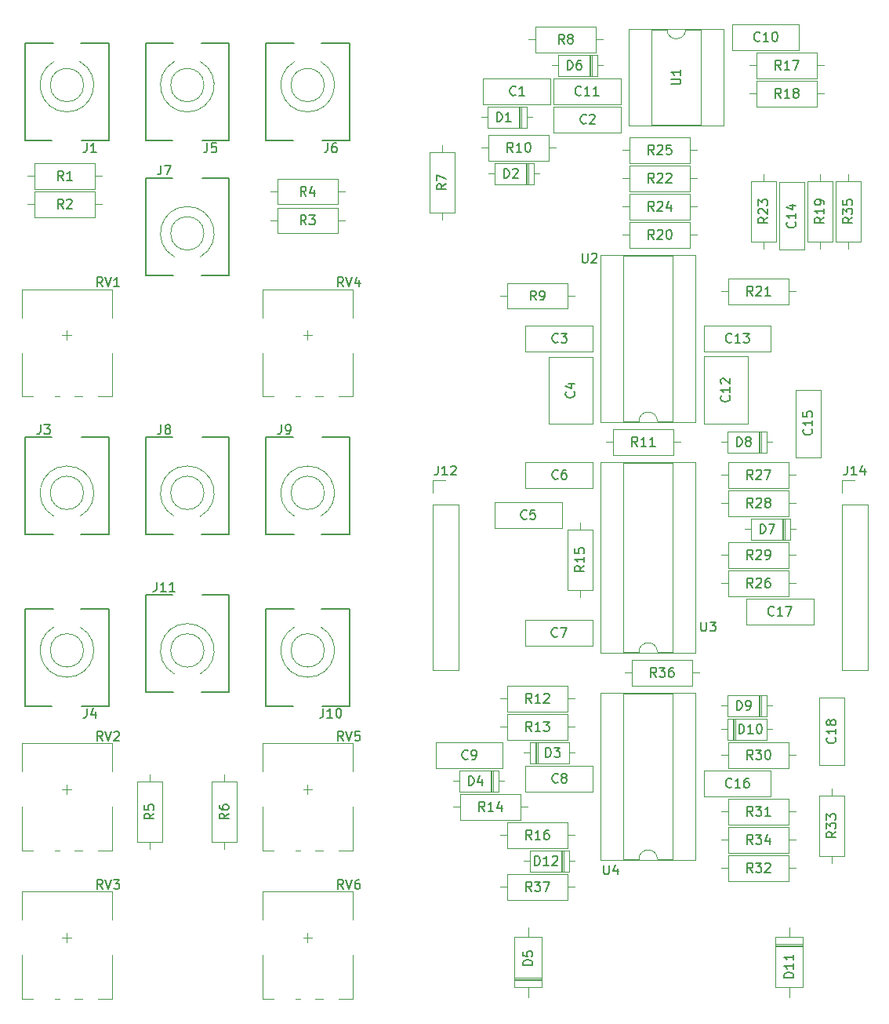
<source format=gto>
%TF.GenerationSoftware,KiCad,Pcbnew,9.0.3*%
%TF.CreationDate,2026-01-03T16:36:44+00:00*%
%TF.ProjectId,state-variable-filter,73746174-652d-4766-9172-6961626c652d,rev?*%
%TF.SameCoordinates,Original*%
%TF.FileFunction,Legend,Top*%
%TF.FilePolarity,Positive*%
%FSLAX46Y46*%
G04 Gerber Fmt 4.6, Leading zero omitted, Abs format (unit mm)*
G04 Created by KiCad (PCBNEW 9.0.3) date 2026-01-03 16:36:44*
%MOMM*%
%LPD*%
G01*
G04 APERTURE LIST*
%ADD10C,0.150000*%
%ADD11C,0.120000*%
%ADD12C,0.200000*%
G04 APERTURE END LIST*
D10*
X163268819Y-72270857D02*
X162792628Y-72604190D01*
X163268819Y-72842285D02*
X162268819Y-72842285D01*
X162268819Y-72842285D02*
X162268819Y-72461333D01*
X162268819Y-72461333D02*
X162316438Y-72366095D01*
X162316438Y-72366095D02*
X162364057Y-72318476D01*
X162364057Y-72318476D02*
X162459295Y-72270857D01*
X162459295Y-72270857D02*
X162602152Y-72270857D01*
X162602152Y-72270857D02*
X162697390Y-72318476D01*
X162697390Y-72318476D02*
X162745009Y-72366095D01*
X162745009Y-72366095D02*
X162792628Y-72461333D01*
X162792628Y-72461333D02*
X162792628Y-72842285D01*
X163268819Y-71318476D02*
X163268819Y-71889904D01*
X163268819Y-71604190D02*
X162268819Y-71604190D01*
X162268819Y-71604190D02*
X162411676Y-71699428D01*
X162411676Y-71699428D02*
X162506914Y-71794666D01*
X162506914Y-71794666D02*
X162554533Y-71889904D01*
X163268819Y-70842285D02*
X163268819Y-70651809D01*
X163268819Y-70651809D02*
X163221200Y-70556571D01*
X163221200Y-70556571D02*
X163173580Y-70508952D01*
X163173580Y-70508952D02*
X163030723Y-70413714D01*
X163030723Y-70413714D02*
X162840247Y-70366095D01*
X162840247Y-70366095D02*
X162459295Y-70366095D01*
X162459295Y-70366095D02*
X162364057Y-70413714D01*
X162364057Y-70413714D02*
X162316438Y-70461333D01*
X162316438Y-70461333D02*
X162268819Y-70556571D01*
X162268819Y-70556571D02*
X162268819Y-70747047D01*
X162268819Y-70747047D02*
X162316438Y-70842285D01*
X162316438Y-70842285D02*
X162364057Y-70889904D01*
X162364057Y-70889904D02*
X162459295Y-70937523D01*
X162459295Y-70937523D02*
X162697390Y-70937523D01*
X162697390Y-70937523D02*
X162792628Y-70889904D01*
X162792628Y-70889904D02*
X162840247Y-70842285D01*
X162840247Y-70842285D02*
X162887866Y-70747047D01*
X162887866Y-70747047D02*
X162887866Y-70556571D01*
X162887866Y-70556571D02*
X162840247Y-70461333D01*
X162840247Y-70461333D02*
X162792628Y-70413714D01*
X162792628Y-70413714D02*
X162697390Y-70366095D01*
X155567142Y-80718819D02*
X155233809Y-80242628D01*
X154995714Y-80718819D02*
X154995714Y-79718819D01*
X154995714Y-79718819D02*
X155376666Y-79718819D01*
X155376666Y-79718819D02*
X155471904Y-79766438D01*
X155471904Y-79766438D02*
X155519523Y-79814057D01*
X155519523Y-79814057D02*
X155567142Y-79909295D01*
X155567142Y-79909295D02*
X155567142Y-80052152D01*
X155567142Y-80052152D02*
X155519523Y-80147390D01*
X155519523Y-80147390D02*
X155471904Y-80195009D01*
X155471904Y-80195009D02*
X155376666Y-80242628D01*
X155376666Y-80242628D02*
X154995714Y-80242628D01*
X155948095Y-79814057D02*
X155995714Y-79766438D01*
X155995714Y-79766438D02*
X156090952Y-79718819D01*
X156090952Y-79718819D02*
X156329047Y-79718819D01*
X156329047Y-79718819D02*
X156424285Y-79766438D01*
X156424285Y-79766438D02*
X156471904Y-79814057D01*
X156471904Y-79814057D02*
X156519523Y-79909295D01*
X156519523Y-79909295D02*
X156519523Y-80004533D01*
X156519523Y-80004533D02*
X156471904Y-80147390D01*
X156471904Y-80147390D02*
X155900476Y-80718819D01*
X155900476Y-80718819D02*
X156519523Y-80718819D01*
X157471904Y-80718819D02*
X156900476Y-80718819D01*
X157186190Y-80718819D02*
X157186190Y-79718819D01*
X157186190Y-79718819D02*
X157090952Y-79861676D01*
X157090952Y-79861676D02*
X156995714Y-79956914D01*
X156995714Y-79956914D02*
X156900476Y-80004533D01*
X109190476Y-125254819D02*
X109190476Y-125969104D01*
X109190476Y-125969104D02*
X109142857Y-126111961D01*
X109142857Y-126111961D02*
X109047619Y-126207200D01*
X109047619Y-126207200D02*
X108904762Y-126254819D01*
X108904762Y-126254819D02*
X108809524Y-126254819D01*
X110190476Y-126254819D02*
X109619048Y-126254819D01*
X109904762Y-126254819D02*
X109904762Y-125254819D01*
X109904762Y-125254819D02*
X109809524Y-125397676D01*
X109809524Y-125397676D02*
X109714286Y-125492914D01*
X109714286Y-125492914D02*
X109619048Y-125540533D01*
X110809524Y-125254819D02*
X110904762Y-125254819D01*
X110904762Y-125254819D02*
X111000000Y-125302438D01*
X111000000Y-125302438D02*
X111047619Y-125350057D01*
X111047619Y-125350057D02*
X111095238Y-125445295D01*
X111095238Y-125445295D02*
X111142857Y-125635771D01*
X111142857Y-125635771D02*
X111142857Y-125873866D01*
X111142857Y-125873866D02*
X111095238Y-126064342D01*
X111095238Y-126064342D02*
X111047619Y-126159580D01*
X111047619Y-126159580D02*
X111000000Y-126207200D01*
X111000000Y-126207200D02*
X110904762Y-126254819D01*
X110904762Y-126254819D02*
X110809524Y-126254819D01*
X110809524Y-126254819D02*
X110714286Y-126207200D01*
X110714286Y-126207200D02*
X110666667Y-126159580D01*
X110666667Y-126159580D02*
X110619048Y-126064342D01*
X110619048Y-126064342D02*
X110571429Y-125873866D01*
X110571429Y-125873866D02*
X110571429Y-125635771D01*
X110571429Y-125635771D02*
X110619048Y-125445295D01*
X110619048Y-125445295D02*
X110666667Y-125350057D01*
X110666667Y-125350057D02*
X110714286Y-125302438D01*
X110714286Y-125302438D02*
X110809524Y-125254819D01*
X131772819Y-152960294D02*
X130772819Y-152960294D01*
X130772819Y-152960294D02*
X130772819Y-152722199D01*
X130772819Y-152722199D02*
X130820438Y-152579342D01*
X130820438Y-152579342D02*
X130915676Y-152484104D01*
X130915676Y-152484104D02*
X131010914Y-152436485D01*
X131010914Y-152436485D02*
X131201390Y-152388866D01*
X131201390Y-152388866D02*
X131344247Y-152388866D01*
X131344247Y-152388866D02*
X131534723Y-152436485D01*
X131534723Y-152436485D02*
X131629961Y-152484104D01*
X131629961Y-152484104D02*
X131725200Y-152579342D01*
X131725200Y-152579342D02*
X131772819Y-152722199D01*
X131772819Y-152722199D02*
X131772819Y-152960294D01*
X130772819Y-151484104D02*
X130772819Y-151960294D01*
X130772819Y-151960294D02*
X131249009Y-152007913D01*
X131249009Y-152007913D02*
X131201390Y-151960294D01*
X131201390Y-151960294D02*
X131153771Y-151865056D01*
X131153771Y-151865056D02*
X131153771Y-151626961D01*
X131153771Y-151626961D02*
X131201390Y-151531723D01*
X131201390Y-151531723D02*
X131249009Y-151484104D01*
X131249009Y-151484104D02*
X131344247Y-151436485D01*
X131344247Y-151436485D02*
X131582342Y-151436485D01*
X131582342Y-151436485D02*
X131677580Y-151484104D01*
X131677580Y-151484104D02*
X131725200Y-151531723D01*
X131725200Y-151531723D02*
X131772819Y-151626961D01*
X131772819Y-151626961D02*
X131772819Y-151865056D01*
X131772819Y-151865056D02*
X131725200Y-151960294D01*
X131725200Y-151960294D02*
X131677580Y-152007913D01*
X156386305Y-106372819D02*
X156386305Y-105372819D01*
X156386305Y-105372819D02*
X156624400Y-105372819D01*
X156624400Y-105372819D02*
X156767257Y-105420438D01*
X156767257Y-105420438D02*
X156862495Y-105515676D01*
X156862495Y-105515676D02*
X156910114Y-105610914D01*
X156910114Y-105610914D02*
X156957733Y-105801390D01*
X156957733Y-105801390D02*
X156957733Y-105944247D01*
X156957733Y-105944247D02*
X156910114Y-106134723D01*
X156910114Y-106134723D02*
X156862495Y-106229961D01*
X156862495Y-106229961D02*
X156767257Y-106325200D01*
X156767257Y-106325200D02*
X156624400Y-106372819D01*
X156624400Y-106372819D02*
X156386305Y-106372819D01*
X157291067Y-105372819D02*
X157957733Y-105372819D01*
X157957733Y-105372819D02*
X157529162Y-106372819D01*
X135215333Y-53540819D02*
X134882000Y-53064628D01*
X134643905Y-53540819D02*
X134643905Y-52540819D01*
X134643905Y-52540819D02*
X135024857Y-52540819D01*
X135024857Y-52540819D02*
X135120095Y-52588438D01*
X135120095Y-52588438D02*
X135167714Y-52636057D01*
X135167714Y-52636057D02*
X135215333Y-52731295D01*
X135215333Y-52731295D02*
X135215333Y-52874152D01*
X135215333Y-52874152D02*
X135167714Y-52969390D01*
X135167714Y-52969390D02*
X135120095Y-53017009D01*
X135120095Y-53017009D02*
X135024857Y-53064628D01*
X135024857Y-53064628D02*
X134643905Y-53064628D01*
X135786762Y-52969390D02*
X135691524Y-52921771D01*
X135691524Y-52921771D02*
X135643905Y-52874152D01*
X135643905Y-52874152D02*
X135596286Y-52778914D01*
X135596286Y-52778914D02*
X135596286Y-52731295D01*
X135596286Y-52731295D02*
X135643905Y-52636057D01*
X135643905Y-52636057D02*
X135691524Y-52588438D01*
X135691524Y-52588438D02*
X135786762Y-52540819D01*
X135786762Y-52540819D02*
X135977238Y-52540819D01*
X135977238Y-52540819D02*
X136072476Y-52588438D01*
X136072476Y-52588438D02*
X136120095Y-52636057D01*
X136120095Y-52636057D02*
X136167714Y-52731295D01*
X136167714Y-52731295D02*
X136167714Y-52778914D01*
X136167714Y-52778914D02*
X136120095Y-52874152D01*
X136120095Y-52874152D02*
X136072476Y-52921771D01*
X136072476Y-52921771D02*
X135977238Y-52969390D01*
X135977238Y-52969390D02*
X135786762Y-52969390D01*
X135786762Y-52969390D02*
X135691524Y-53017009D01*
X135691524Y-53017009D02*
X135643905Y-53064628D01*
X135643905Y-53064628D02*
X135596286Y-53159866D01*
X135596286Y-53159866D02*
X135596286Y-53350342D01*
X135596286Y-53350342D02*
X135643905Y-53445580D01*
X135643905Y-53445580D02*
X135691524Y-53493200D01*
X135691524Y-53493200D02*
X135786762Y-53540819D01*
X135786762Y-53540819D02*
X135977238Y-53540819D01*
X135977238Y-53540819D02*
X136072476Y-53493200D01*
X136072476Y-53493200D02*
X136120095Y-53445580D01*
X136120095Y-53445580D02*
X136167714Y-53350342D01*
X136167714Y-53350342D02*
X136167714Y-53159866D01*
X136167714Y-53159866D02*
X136120095Y-53064628D01*
X136120095Y-53064628D02*
X136072476Y-53017009D01*
X136072476Y-53017009D02*
X135977238Y-52969390D01*
X144899142Y-68526819D02*
X144565809Y-68050628D01*
X144327714Y-68526819D02*
X144327714Y-67526819D01*
X144327714Y-67526819D02*
X144708666Y-67526819D01*
X144708666Y-67526819D02*
X144803904Y-67574438D01*
X144803904Y-67574438D02*
X144851523Y-67622057D01*
X144851523Y-67622057D02*
X144899142Y-67717295D01*
X144899142Y-67717295D02*
X144899142Y-67860152D01*
X144899142Y-67860152D02*
X144851523Y-67955390D01*
X144851523Y-67955390D02*
X144803904Y-68003009D01*
X144803904Y-68003009D02*
X144708666Y-68050628D01*
X144708666Y-68050628D02*
X144327714Y-68050628D01*
X145280095Y-67622057D02*
X145327714Y-67574438D01*
X145327714Y-67574438D02*
X145422952Y-67526819D01*
X145422952Y-67526819D02*
X145661047Y-67526819D01*
X145661047Y-67526819D02*
X145756285Y-67574438D01*
X145756285Y-67574438D02*
X145803904Y-67622057D01*
X145803904Y-67622057D02*
X145851523Y-67717295D01*
X145851523Y-67717295D02*
X145851523Y-67812533D01*
X145851523Y-67812533D02*
X145803904Y-67955390D01*
X145803904Y-67955390D02*
X145232476Y-68526819D01*
X145232476Y-68526819D02*
X145851523Y-68526819D01*
X146232476Y-67622057D02*
X146280095Y-67574438D01*
X146280095Y-67574438D02*
X146375333Y-67526819D01*
X146375333Y-67526819D02*
X146613428Y-67526819D01*
X146613428Y-67526819D02*
X146708666Y-67574438D01*
X146708666Y-67574438D02*
X146756285Y-67622057D01*
X146756285Y-67622057D02*
X146803904Y-67717295D01*
X146803904Y-67717295D02*
X146803904Y-67812533D01*
X146803904Y-67812533D02*
X146756285Y-67955390D01*
X146756285Y-67955390D02*
X146184857Y-68526819D01*
X146184857Y-68526819D02*
X146803904Y-68526819D01*
X155567142Y-109166819D02*
X155233809Y-108690628D01*
X154995714Y-109166819D02*
X154995714Y-108166819D01*
X154995714Y-108166819D02*
X155376666Y-108166819D01*
X155376666Y-108166819D02*
X155471904Y-108214438D01*
X155471904Y-108214438D02*
X155519523Y-108262057D01*
X155519523Y-108262057D02*
X155567142Y-108357295D01*
X155567142Y-108357295D02*
X155567142Y-108500152D01*
X155567142Y-108500152D02*
X155519523Y-108595390D01*
X155519523Y-108595390D02*
X155471904Y-108643009D01*
X155471904Y-108643009D02*
X155376666Y-108690628D01*
X155376666Y-108690628D02*
X154995714Y-108690628D01*
X155948095Y-108262057D02*
X155995714Y-108214438D01*
X155995714Y-108214438D02*
X156090952Y-108166819D01*
X156090952Y-108166819D02*
X156329047Y-108166819D01*
X156329047Y-108166819D02*
X156424285Y-108214438D01*
X156424285Y-108214438D02*
X156471904Y-108262057D01*
X156471904Y-108262057D02*
X156519523Y-108357295D01*
X156519523Y-108357295D02*
X156519523Y-108452533D01*
X156519523Y-108452533D02*
X156471904Y-108595390D01*
X156471904Y-108595390D02*
X155900476Y-109166819D01*
X155900476Y-109166819D02*
X156519523Y-109166819D01*
X156995714Y-109166819D02*
X157186190Y-109166819D01*
X157186190Y-109166819D02*
X157281428Y-109119200D01*
X157281428Y-109119200D02*
X157329047Y-109071580D01*
X157329047Y-109071580D02*
X157424285Y-108928723D01*
X157424285Y-108928723D02*
X157471904Y-108738247D01*
X157471904Y-108738247D02*
X157471904Y-108357295D01*
X157471904Y-108357295D02*
X157424285Y-108262057D01*
X157424285Y-108262057D02*
X157376666Y-108214438D01*
X157376666Y-108214438D02*
X157281428Y-108166819D01*
X157281428Y-108166819D02*
X157090952Y-108166819D01*
X157090952Y-108166819D02*
X156995714Y-108214438D01*
X156995714Y-108214438D02*
X156948095Y-108262057D01*
X156948095Y-108262057D02*
X156900476Y-108357295D01*
X156900476Y-108357295D02*
X156900476Y-108595390D01*
X156900476Y-108595390D02*
X156948095Y-108690628D01*
X156948095Y-108690628D02*
X156995714Y-108738247D01*
X156995714Y-108738247D02*
X157090952Y-108785866D01*
X157090952Y-108785866D02*
X157281428Y-108785866D01*
X157281428Y-108785866D02*
X157376666Y-108738247D01*
X157376666Y-108738247D02*
X157424285Y-108690628D01*
X157424285Y-108690628D02*
X157471904Y-108595390D01*
X134533333Y-100435580D02*
X134485714Y-100483200D01*
X134485714Y-100483200D02*
X134342857Y-100530819D01*
X134342857Y-100530819D02*
X134247619Y-100530819D01*
X134247619Y-100530819D02*
X134104762Y-100483200D01*
X134104762Y-100483200D02*
X134009524Y-100387961D01*
X134009524Y-100387961D02*
X133961905Y-100292723D01*
X133961905Y-100292723D02*
X133914286Y-100102247D01*
X133914286Y-100102247D02*
X133914286Y-99959390D01*
X133914286Y-99959390D02*
X133961905Y-99768914D01*
X133961905Y-99768914D02*
X134009524Y-99673676D01*
X134009524Y-99673676D02*
X134104762Y-99578438D01*
X134104762Y-99578438D02*
X134247619Y-99530819D01*
X134247619Y-99530819D02*
X134342857Y-99530819D01*
X134342857Y-99530819D02*
X134485714Y-99578438D01*
X134485714Y-99578438D02*
X134533333Y-99626057D01*
X135390476Y-99530819D02*
X135200000Y-99530819D01*
X135200000Y-99530819D02*
X135104762Y-99578438D01*
X135104762Y-99578438D02*
X135057143Y-99626057D01*
X135057143Y-99626057D02*
X134961905Y-99768914D01*
X134961905Y-99768914D02*
X134914286Y-99959390D01*
X134914286Y-99959390D02*
X134914286Y-100340342D01*
X134914286Y-100340342D02*
X134961905Y-100435580D01*
X134961905Y-100435580D02*
X135009524Y-100483200D01*
X135009524Y-100483200D02*
X135104762Y-100530819D01*
X135104762Y-100530819D02*
X135295238Y-100530819D01*
X135295238Y-100530819D02*
X135390476Y-100483200D01*
X135390476Y-100483200D02*
X135438095Y-100435580D01*
X135438095Y-100435580D02*
X135485714Y-100340342D01*
X135485714Y-100340342D02*
X135485714Y-100102247D01*
X135485714Y-100102247D02*
X135438095Y-100007009D01*
X135438095Y-100007009D02*
X135390476Y-99959390D01*
X135390476Y-99959390D02*
X135295238Y-99911771D01*
X135295238Y-99911771D02*
X135104762Y-99911771D01*
X135104762Y-99911771D02*
X135009524Y-99959390D01*
X135009524Y-99959390D02*
X134961905Y-100007009D01*
X134961905Y-100007009D02*
X134914286Y-100102247D01*
X153013580Y-91534857D02*
X153061200Y-91582476D01*
X153061200Y-91582476D02*
X153108819Y-91725333D01*
X153108819Y-91725333D02*
X153108819Y-91820571D01*
X153108819Y-91820571D02*
X153061200Y-91963428D01*
X153061200Y-91963428D02*
X152965961Y-92058666D01*
X152965961Y-92058666D02*
X152870723Y-92106285D01*
X152870723Y-92106285D02*
X152680247Y-92153904D01*
X152680247Y-92153904D02*
X152537390Y-92153904D01*
X152537390Y-92153904D02*
X152346914Y-92106285D01*
X152346914Y-92106285D02*
X152251676Y-92058666D01*
X152251676Y-92058666D02*
X152156438Y-91963428D01*
X152156438Y-91963428D02*
X152108819Y-91820571D01*
X152108819Y-91820571D02*
X152108819Y-91725333D01*
X152108819Y-91725333D02*
X152156438Y-91582476D01*
X152156438Y-91582476D02*
X152204057Y-91534857D01*
X153108819Y-90582476D02*
X153108819Y-91153904D01*
X153108819Y-90868190D02*
X152108819Y-90868190D01*
X152108819Y-90868190D02*
X152251676Y-90963428D01*
X152251676Y-90963428D02*
X152346914Y-91058666D01*
X152346914Y-91058666D02*
X152394533Y-91153904D01*
X152204057Y-90201523D02*
X152156438Y-90153904D01*
X152156438Y-90153904D02*
X152108819Y-90058666D01*
X152108819Y-90058666D02*
X152108819Y-89820571D01*
X152108819Y-89820571D02*
X152156438Y-89725333D01*
X152156438Y-89725333D02*
X152204057Y-89677714D01*
X152204057Y-89677714D02*
X152299295Y-89630095D01*
X152299295Y-89630095D02*
X152394533Y-89630095D01*
X152394533Y-89630095D02*
X152537390Y-89677714D01*
X152537390Y-89677714D02*
X153108819Y-90249142D01*
X153108819Y-90249142D02*
X153108819Y-89630095D01*
X132034114Y-142186819D02*
X132034114Y-141186819D01*
X132034114Y-141186819D02*
X132272209Y-141186819D01*
X132272209Y-141186819D02*
X132415066Y-141234438D01*
X132415066Y-141234438D02*
X132510304Y-141329676D01*
X132510304Y-141329676D02*
X132557923Y-141424914D01*
X132557923Y-141424914D02*
X132605542Y-141615390D01*
X132605542Y-141615390D02*
X132605542Y-141758247D01*
X132605542Y-141758247D02*
X132557923Y-141948723D01*
X132557923Y-141948723D02*
X132510304Y-142043961D01*
X132510304Y-142043961D02*
X132415066Y-142139200D01*
X132415066Y-142139200D02*
X132272209Y-142186819D01*
X132272209Y-142186819D02*
X132034114Y-142186819D01*
X133557923Y-142186819D02*
X132986495Y-142186819D01*
X133272209Y-142186819D02*
X133272209Y-141186819D01*
X133272209Y-141186819D02*
X133176971Y-141329676D01*
X133176971Y-141329676D02*
X133081733Y-141424914D01*
X133081733Y-141424914D02*
X132986495Y-141472533D01*
X133938876Y-141282057D02*
X133986495Y-141234438D01*
X133986495Y-141234438D02*
X134081733Y-141186819D01*
X134081733Y-141186819D02*
X134319828Y-141186819D01*
X134319828Y-141186819D02*
X134415066Y-141234438D01*
X134415066Y-141234438D02*
X134462685Y-141282057D01*
X134462685Y-141282057D02*
X134510304Y-141377295D01*
X134510304Y-141377295D02*
X134510304Y-141472533D01*
X134510304Y-141472533D02*
X134462685Y-141615390D01*
X134462685Y-141615390D02*
X133891257Y-142186819D01*
X133891257Y-142186819D02*
X134510304Y-142186819D01*
X164443580Y-128404857D02*
X164491200Y-128452476D01*
X164491200Y-128452476D02*
X164538819Y-128595333D01*
X164538819Y-128595333D02*
X164538819Y-128690571D01*
X164538819Y-128690571D02*
X164491200Y-128833428D01*
X164491200Y-128833428D02*
X164395961Y-128928666D01*
X164395961Y-128928666D02*
X164300723Y-128976285D01*
X164300723Y-128976285D02*
X164110247Y-129023904D01*
X164110247Y-129023904D02*
X163967390Y-129023904D01*
X163967390Y-129023904D02*
X163776914Y-128976285D01*
X163776914Y-128976285D02*
X163681676Y-128928666D01*
X163681676Y-128928666D02*
X163586438Y-128833428D01*
X163586438Y-128833428D02*
X163538819Y-128690571D01*
X163538819Y-128690571D02*
X163538819Y-128595333D01*
X163538819Y-128595333D02*
X163586438Y-128452476D01*
X163586438Y-128452476D02*
X163634057Y-128404857D01*
X164538819Y-127452476D02*
X164538819Y-128023904D01*
X164538819Y-127738190D02*
X163538819Y-127738190D01*
X163538819Y-127738190D02*
X163681676Y-127833428D01*
X163681676Y-127833428D02*
X163776914Y-127928666D01*
X163776914Y-127928666D02*
X163824533Y-128023904D01*
X163967390Y-126881047D02*
X163919771Y-126976285D01*
X163919771Y-126976285D02*
X163872152Y-127023904D01*
X163872152Y-127023904D02*
X163776914Y-127071523D01*
X163776914Y-127071523D02*
X163729295Y-127071523D01*
X163729295Y-127071523D02*
X163634057Y-127023904D01*
X163634057Y-127023904D02*
X163586438Y-126976285D01*
X163586438Y-126976285D02*
X163538819Y-126881047D01*
X163538819Y-126881047D02*
X163538819Y-126690571D01*
X163538819Y-126690571D02*
X163586438Y-126595333D01*
X163586438Y-126595333D02*
X163634057Y-126547714D01*
X163634057Y-126547714D02*
X163729295Y-126500095D01*
X163729295Y-126500095D02*
X163776914Y-126500095D01*
X163776914Y-126500095D02*
X163872152Y-126547714D01*
X163872152Y-126547714D02*
X163919771Y-126595333D01*
X163919771Y-126595333D02*
X163967390Y-126690571D01*
X163967390Y-126690571D02*
X163967390Y-126881047D01*
X163967390Y-126881047D02*
X164015009Y-126976285D01*
X164015009Y-126976285D02*
X164062628Y-127023904D01*
X164062628Y-127023904D02*
X164157866Y-127071523D01*
X164157866Y-127071523D02*
X164348342Y-127071523D01*
X164348342Y-127071523D02*
X164443580Y-127023904D01*
X164443580Y-127023904D02*
X164491200Y-126976285D01*
X164491200Y-126976285D02*
X164538819Y-126881047D01*
X164538819Y-126881047D02*
X164538819Y-126690571D01*
X164538819Y-126690571D02*
X164491200Y-126595333D01*
X164491200Y-126595333D02*
X164443580Y-126547714D01*
X164443580Y-126547714D02*
X164348342Y-126500095D01*
X164348342Y-126500095D02*
X164157866Y-126500095D01*
X164157866Y-126500095D02*
X164062628Y-126547714D01*
X164062628Y-126547714D02*
X164015009Y-126595333D01*
X164015009Y-126595333D02*
X163967390Y-126690571D01*
X131691142Y-139392819D02*
X131357809Y-138916628D01*
X131119714Y-139392819D02*
X131119714Y-138392819D01*
X131119714Y-138392819D02*
X131500666Y-138392819D01*
X131500666Y-138392819D02*
X131595904Y-138440438D01*
X131595904Y-138440438D02*
X131643523Y-138488057D01*
X131643523Y-138488057D02*
X131691142Y-138583295D01*
X131691142Y-138583295D02*
X131691142Y-138726152D01*
X131691142Y-138726152D02*
X131643523Y-138821390D01*
X131643523Y-138821390D02*
X131595904Y-138869009D01*
X131595904Y-138869009D02*
X131500666Y-138916628D01*
X131500666Y-138916628D02*
X131119714Y-138916628D01*
X132643523Y-139392819D02*
X132072095Y-139392819D01*
X132357809Y-139392819D02*
X132357809Y-138392819D01*
X132357809Y-138392819D02*
X132262571Y-138535676D01*
X132262571Y-138535676D02*
X132167333Y-138630914D01*
X132167333Y-138630914D02*
X132072095Y-138678533D01*
X133500666Y-138392819D02*
X133310190Y-138392819D01*
X133310190Y-138392819D02*
X133214952Y-138440438D01*
X133214952Y-138440438D02*
X133167333Y-138488057D01*
X133167333Y-138488057D02*
X133072095Y-138630914D01*
X133072095Y-138630914D02*
X133024476Y-138821390D01*
X133024476Y-138821390D02*
X133024476Y-139202342D01*
X133024476Y-139202342D02*
X133072095Y-139297580D01*
X133072095Y-139297580D02*
X133119714Y-139345200D01*
X133119714Y-139345200D02*
X133214952Y-139392819D01*
X133214952Y-139392819D02*
X133405428Y-139392819D01*
X133405428Y-139392819D02*
X133500666Y-139345200D01*
X133500666Y-139345200D02*
X133548285Y-139297580D01*
X133548285Y-139297580D02*
X133595904Y-139202342D01*
X133595904Y-139202342D02*
X133595904Y-138964247D01*
X133595904Y-138964247D02*
X133548285Y-138869009D01*
X133548285Y-138869009D02*
X133500666Y-138821390D01*
X133500666Y-138821390D02*
X133405428Y-138773771D01*
X133405428Y-138773771D02*
X133214952Y-138773771D01*
X133214952Y-138773771D02*
X133119714Y-138821390D01*
X133119714Y-138821390D02*
X133072095Y-138869009D01*
X133072095Y-138869009D02*
X133024476Y-138964247D01*
X157172819Y-72270857D02*
X156696628Y-72604190D01*
X157172819Y-72842285D02*
X156172819Y-72842285D01*
X156172819Y-72842285D02*
X156172819Y-72461333D01*
X156172819Y-72461333D02*
X156220438Y-72366095D01*
X156220438Y-72366095D02*
X156268057Y-72318476D01*
X156268057Y-72318476D02*
X156363295Y-72270857D01*
X156363295Y-72270857D02*
X156506152Y-72270857D01*
X156506152Y-72270857D02*
X156601390Y-72318476D01*
X156601390Y-72318476D02*
X156649009Y-72366095D01*
X156649009Y-72366095D02*
X156696628Y-72461333D01*
X156696628Y-72461333D02*
X156696628Y-72842285D01*
X156268057Y-71889904D02*
X156220438Y-71842285D01*
X156220438Y-71842285D02*
X156172819Y-71747047D01*
X156172819Y-71747047D02*
X156172819Y-71508952D01*
X156172819Y-71508952D02*
X156220438Y-71413714D01*
X156220438Y-71413714D02*
X156268057Y-71366095D01*
X156268057Y-71366095D02*
X156363295Y-71318476D01*
X156363295Y-71318476D02*
X156458533Y-71318476D01*
X156458533Y-71318476D02*
X156601390Y-71366095D01*
X156601390Y-71366095D02*
X157172819Y-71937523D01*
X157172819Y-71937523D02*
X157172819Y-71318476D01*
X156172819Y-70985142D02*
X156172819Y-70366095D01*
X156172819Y-70366095D02*
X156553771Y-70699428D01*
X156553771Y-70699428D02*
X156553771Y-70556571D01*
X156553771Y-70556571D02*
X156601390Y-70461333D01*
X156601390Y-70461333D02*
X156649009Y-70413714D01*
X156649009Y-70413714D02*
X156744247Y-70366095D01*
X156744247Y-70366095D02*
X156982342Y-70366095D01*
X156982342Y-70366095D02*
X157077580Y-70413714D01*
X157077580Y-70413714D02*
X157125200Y-70461333D01*
X157125200Y-70461333D02*
X157172819Y-70556571D01*
X157172819Y-70556571D02*
X157172819Y-70842285D01*
X157172819Y-70842285D02*
X157125200Y-70937523D01*
X157125200Y-70937523D02*
X157077580Y-70985142D01*
X124890305Y-133550819D02*
X124890305Y-132550819D01*
X124890305Y-132550819D02*
X125128400Y-132550819D01*
X125128400Y-132550819D02*
X125271257Y-132598438D01*
X125271257Y-132598438D02*
X125366495Y-132693676D01*
X125366495Y-132693676D02*
X125414114Y-132788914D01*
X125414114Y-132788914D02*
X125461733Y-132979390D01*
X125461733Y-132979390D02*
X125461733Y-133122247D01*
X125461733Y-133122247D02*
X125414114Y-133312723D01*
X125414114Y-133312723D02*
X125366495Y-133407961D01*
X125366495Y-133407961D02*
X125271257Y-133503200D01*
X125271257Y-133503200D02*
X125128400Y-133550819D01*
X125128400Y-133550819D02*
X124890305Y-133550819D01*
X126318876Y-132884152D02*
X126318876Y-133550819D01*
X126080781Y-132503200D02*
X125842686Y-133217485D01*
X125842686Y-133217485D02*
X126461733Y-133217485D01*
X157853142Y-115167580D02*
X157805523Y-115215200D01*
X157805523Y-115215200D02*
X157662666Y-115262819D01*
X157662666Y-115262819D02*
X157567428Y-115262819D01*
X157567428Y-115262819D02*
X157424571Y-115215200D01*
X157424571Y-115215200D02*
X157329333Y-115119961D01*
X157329333Y-115119961D02*
X157281714Y-115024723D01*
X157281714Y-115024723D02*
X157234095Y-114834247D01*
X157234095Y-114834247D02*
X157234095Y-114691390D01*
X157234095Y-114691390D02*
X157281714Y-114500914D01*
X157281714Y-114500914D02*
X157329333Y-114405676D01*
X157329333Y-114405676D02*
X157424571Y-114310438D01*
X157424571Y-114310438D02*
X157567428Y-114262819D01*
X157567428Y-114262819D02*
X157662666Y-114262819D01*
X157662666Y-114262819D02*
X157805523Y-114310438D01*
X157805523Y-114310438D02*
X157853142Y-114358057D01*
X158805523Y-115262819D02*
X158234095Y-115262819D01*
X158519809Y-115262819D02*
X158519809Y-114262819D01*
X158519809Y-114262819D02*
X158424571Y-114405676D01*
X158424571Y-114405676D02*
X158329333Y-114500914D01*
X158329333Y-114500914D02*
X158234095Y-114548533D01*
X159138857Y-114262819D02*
X159805523Y-114262819D01*
X159805523Y-114262819D02*
X159376952Y-115262819D01*
X111349761Y-79739819D02*
X111016428Y-79263628D01*
X110778333Y-79739819D02*
X110778333Y-78739819D01*
X110778333Y-78739819D02*
X111159285Y-78739819D01*
X111159285Y-78739819D02*
X111254523Y-78787438D01*
X111254523Y-78787438D02*
X111302142Y-78835057D01*
X111302142Y-78835057D02*
X111349761Y-78930295D01*
X111349761Y-78930295D02*
X111349761Y-79073152D01*
X111349761Y-79073152D02*
X111302142Y-79168390D01*
X111302142Y-79168390D02*
X111254523Y-79216009D01*
X111254523Y-79216009D02*
X111159285Y-79263628D01*
X111159285Y-79263628D02*
X110778333Y-79263628D01*
X111635476Y-78739819D02*
X111968809Y-79739819D01*
X111968809Y-79739819D02*
X112302142Y-78739819D01*
X113064047Y-79073152D02*
X113064047Y-79739819D01*
X112825952Y-78692200D02*
X112587857Y-79406485D01*
X112587857Y-79406485D02*
X113206904Y-79406485D01*
X166316819Y-72270857D02*
X165840628Y-72604190D01*
X166316819Y-72842285D02*
X165316819Y-72842285D01*
X165316819Y-72842285D02*
X165316819Y-72461333D01*
X165316819Y-72461333D02*
X165364438Y-72366095D01*
X165364438Y-72366095D02*
X165412057Y-72318476D01*
X165412057Y-72318476D02*
X165507295Y-72270857D01*
X165507295Y-72270857D02*
X165650152Y-72270857D01*
X165650152Y-72270857D02*
X165745390Y-72318476D01*
X165745390Y-72318476D02*
X165793009Y-72366095D01*
X165793009Y-72366095D02*
X165840628Y-72461333D01*
X165840628Y-72461333D02*
X165840628Y-72842285D01*
X165316819Y-71937523D02*
X165316819Y-71318476D01*
X165316819Y-71318476D02*
X165697771Y-71651809D01*
X165697771Y-71651809D02*
X165697771Y-71508952D01*
X165697771Y-71508952D02*
X165745390Y-71413714D01*
X165745390Y-71413714D02*
X165793009Y-71366095D01*
X165793009Y-71366095D02*
X165888247Y-71318476D01*
X165888247Y-71318476D02*
X166126342Y-71318476D01*
X166126342Y-71318476D02*
X166221580Y-71366095D01*
X166221580Y-71366095D02*
X166269200Y-71413714D01*
X166269200Y-71413714D02*
X166316819Y-71508952D01*
X166316819Y-71508952D02*
X166316819Y-71794666D01*
X166316819Y-71794666D02*
X166269200Y-71889904D01*
X166269200Y-71889904D02*
X166221580Y-71937523D01*
X165316819Y-70413714D02*
X165316819Y-70889904D01*
X165316819Y-70889904D02*
X165793009Y-70937523D01*
X165793009Y-70937523D02*
X165745390Y-70889904D01*
X165745390Y-70889904D02*
X165697771Y-70794666D01*
X165697771Y-70794666D02*
X165697771Y-70556571D01*
X165697771Y-70556571D02*
X165745390Y-70461333D01*
X165745390Y-70461333D02*
X165793009Y-70413714D01*
X165793009Y-70413714D02*
X165888247Y-70366095D01*
X165888247Y-70366095D02*
X166126342Y-70366095D01*
X166126342Y-70366095D02*
X166221580Y-70413714D01*
X166221580Y-70413714D02*
X166269200Y-70461333D01*
X166269200Y-70461333D02*
X166316819Y-70556571D01*
X166316819Y-70556571D02*
X166316819Y-70794666D01*
X166316819Y-70794666D02*
X166269200Y-70889904D01*
X166269200Y-70889904D02*
X166221580Y-70937523D01*
X134533333Y-85703580D02*
X134485714Y-85751200D01*
X134485714Y-85751200D02*
X134342857Y-85798819D01*
X134342857Y-85798819D02*
X134247619Y-85798819D01*
X134247619Y-85798819D02*
X134104762Y-85751200D01*
X134104762Y-85751200D02*
X134009524Y-85655961D01*
X134009524Y-85655961D02*
X133961905Y-85560723D01*
X133961905Y-85560723D02*
X133914286Y-85370247D01*
X133914286Y-85370247D02*
X133914286Y-85227390D01*
X133914286Y-85227390D02*
X133961905Y-85036914D01*
X133961905Y-85036914D02*
X134009524Y-84941676D01*
X134009524Y-84941676D02*
X134104762Y-84846438D01*
X134104762Y-84846438D02*
X134247619Y-84798819D01*
X134247619Y-84798819D02*
X134342857Y-84798819D01*
X134342857Y-84798819D02*
X134485714Y-84846438D01*
X134485714Y-84846438D02*
X134533333Y-84894057D01*
X134866667Y-84798819D02*
X135485714Y-84798819D01*
X135485714Y-84798819D02*
X135152381Y-85179771D01*
X135152381Y-85179771D02*
X135295238Y-85179771D01*
X135295238Y-85179771D02*
X135390476Y-85227390D01*
X135390476Y-85227390D02*
X135438095Y-85275009D01*
X135438095Y-85275009D02*
X135485714Y-85370247D01*
X135485714Y-85370247D02*
X135485714Y-85608342D01*
X135485714Y-85608342D02*
X135438095Y-85703580D01*
X135438095Y-85703580D02*
X135390476Y-85751200D01*
X135390476Y-85751200D02*
X135295238Y-85798819D01*
X135295238Y-85798819D02*
X135009524Y-85798819D01*
X135009524Y-85798819D02*
X134914286Y-85751200D01*
X134914286Y-85751200D02*
X134866667Y-85703580D01*
X126611142Y-136344819D02*
X126277809Y-135868628D01*
X126039714Y-136344819D02*
X126039714Y-135344819D01*
X126039714Y-135344819D02*
X126420666Y-135344819D01*
X126420666Y-135344819D02*
X126515904Y-135392438D01*
X126515904Y-135392438D02*
X126563523Y-135440057D01*
X126563523Y-135440057D02*
X126611142Y-135535295D01*
X126611142Y-135535295D02*
X126611142Y-135678152D01*
X126611142Y-135678152D02*
X126563523Y-135773390D01*
X126563523Y-135773390D02*
X126515904Y-135821009D01*
X126515904Y-135821009D02*
X126420666Y-135868628D01*
X126420666Y-135868628D02*
X126039714Y-135868628D01*
X127563523Y-136344819D02*
X126992095Y-136344819D01*
X127277809Y-136344819D02*
X127277809Y-135344819D01*
X127277809Y-135344819D02*
X127182571Y-135487676D01*
X127182571Y-135487676D02*
X127087333Y-135582914D01*
X127087333Y-135582914D02*
X126992095Y-135630533D01*
X128420666Y-135678152D02*
X128420666Y-136344819D01*
X128182571Y-135297200D02*
X127944476Y-136011485D01*
X127944476Y-136011485D02*
X128563523Y-136011485D01*
X161903580Y-95130857D02*
X161951200Y-95178476D01*
X161951200Y-95178476D02*
X161998819Y-95321333D01*
X161998819Y-95321333D02*
X161998819Y-95416571D01*
X161998819Y-95416571D02*
X161951200Y-95559428D01*
X161951200Y-95559428D02*
X161855961Y-95654666D01*
X161855961Y-95654666D02*
X161760723Y-95702285D01*
X161760723Y-95702285D02*
X161570247Y-95749904D01*
X161570247Y-95749904D02*
X161427390Y-95749904D01*
X161427390Y-95749904D02*
X161236914Y-95702285D01*
X161236914Y-95702285D02*
X161141676Y-95654666D01*
X161141676Y-95654666D02*
X161046438Y-95559428D01*
X161046438Y-95559428D02*
X160998819Y-95416571D01*
X160998819Y-95416571D02*
X160998819Y-95321333D01*
X160998819Y-95321333D02*
X161046438Y-95178476D01*
X161046438Y-95178476D02*
X161094057Y-95130857D01*
X161998819Y-94178476D02*
X161998819Y-94749904D01*
X161998819Y-94464190D02*
X160998819Y-94464190D01*
X160998819Y-94464190D02*
X161141676Y-94559428D01*
X161141676Y-94559428D02*
X161236914Y-94654666D01*
X161236914Y-94654666D02*
X161284533Y-94749904D01*
X160998819Y-93273714D02*
X160998819Y-93749904D01*
X160998819Y-93749904D02*
X161475009Y-93797523D01*
X161475009Y-93797523D02*
X161427390Y-93749904D01*
X161427390Y-93749904D02*
X161379771Y-93654666D01*
X161379771Y-93654666D02*
X161379771Y-93416571D01*
X161379771Y-93416571D02*
X161427390Y-93321333D01*
X161427390Y-93321333D02*
X161475009Y-93273714D01*
X161475009Y-93273714D02*
X161570247Y-93226095D01*
X161570247Y-93226095D02*
X161808342Y-93226095D01*
X161808342Y-93226095D02*
X161903580Y-93273714D01*
X161903580Y-93273714D02*
X161951200Y-93321333D01*
X161951200Y-93321333D02*
X161998819Y-93416571D01*
X161998819Y-93416571D02*
X161998819Y-93654666D01*
X161998819Y-93654666D02*
X161951200Y-93749904D01*
X161951200Y-93749904D02*
X161903580Y-93797523D01*
X81113333Y-71320819D02*
X80780000Y-70844628D01*
X80541905Y-71320819D02*
X80541905Y-70320819D01*
X80541905Y-70320819D02*
X80922857Y-70320819D01*
X80922857Y-70320819D02*
X81018095Y-70368438D01*
X81018095Y-70368438D02*
X81065714Y-70416057D01*
X81065714Y-70416057D02*
X81113333Y-70511295D01*
X81113333Y-70511295D02*
X81113333Y-70654152D01*
X81113333Y-70654152D02*
X81065714Y-70749390D01*
X81065714Y-70749390D02*
X81018095Y-70797009D01*
X81018095Y-70797009D02*
X80922857Y-70844628D01*
X80922857Y-70844628D02*
X80541905Y-70844628D01*
X81494286Y-70416057D02*
X81541905Y-70368438D01*
X81541905Y-70368438D02*
X81637143Y-70320819D01*
X81637143Y-70320819D02*
X81875238Y-70320819D01*
X81875238Y-70320819D02*
X81970476Y-70368438D01*
X81970476Y-70368438D02*
X82018095Y-70416057D01*
X82018095Y-70416057D02*
X82065714Y-70511295D01*
X82065714Y-70511295D02*
X82065714Y-70606533D01*
X82065714Y-70606533D02*
X82018095Y-70749390D01*
X82018095Y-70749390D02*
X81446667Y-71320819D01*
X81446667Y-71320819D02*
X82065714Y-71320819D01*
X144899142Y-65478819D02*
X144565809Y-65002628D01*
X144327714Y-65478819D02*
X144327714Y-64478819D01*
X144327714Y-64478819D02*
X144708666Y-64478819D01*
X144708666Y-64478819D02*
X144803904Y-64526438D01*
X144803904Y-64526438D02*
X144851523Y-64574057D01*
X144851523Y-64574057D02*
X144899142Y-64669295D01*
X144899142Y-64669295D02*
X144899142Y-64812152D01*
X144899142Y-64812152D02*
X144851523Y-64907390D01*
X144851523Y-64907390D02*
X144803904Y-64955009D01*
X144803904Y-64955009D02*
X144708666Y-65002628D01*
X144708666Y-65002628D02*
X144327714Y-65002628D01*
X145280095Y-64574057D02*
X145327714Y-64526438D01*
X145327714Y-64526438D02*
X145422952Y-64478819D01*
X145422952Y-64478819D02*
X145661047Y-64478819D01*
X145661047Y-64478819D02*
X145756285Y-64526438D01*
X145756285Y-64526438D02*
X145803904Y-64574057D01*
X145803904Y-64574057D02*
X145851523Y-64669295D01*
X145851523Y-64669295D02*
X145851523Y-64764533D01*
X145851523Y-64764533D02*
X145803904Y-64907390D01*
X145803904Y-64907390D02*
X145232476Y-65478819D01*
X145232476Y-65478819D02*
X145851523Y-65478819D01*
X146756285Y-64478819D02*
X146280095Y-64478819D01*
X146280095Y-64478819D02*
X146232476Y-64955009D01*
X146232476Y-64955009D02*
X146280095Y-64907390D01*
X146280095Y-64907390D02*
X146375333Y-64859771D01*
X146375333Y-64859771D02*
X146613428Y-64859771D01*
X146613428Y-64859771D02*
X146708666Y-64907390D01*
X146708666Y-64907390D02*
X146756285Y-64955009D01*
X146756285Y-64955009D02*
X146803904Y-65050247D01*
X146803904Y-65050247D02*
X146803904Y-65288342D01*
X146803904Y-65288342D02*
X146756285Y-65383580D01*
X146756285Y-65383580D02*
X146708666Y-65431200D01*
X146708666Y-65431200D02*
X146613428Y-65478819D01*
X146613428Y-65478819D02*
X146375333Y-65478819D01*
X146375333Y-65478819D02*
X146280095Y-65431200D01*
X146280095Y-65431200D02*
X146232476Y-65383580D01*
X85349761Y-79739819D02*
X85016428Y-79263628D01*
X84778333Y-79739819D02*
X84778333Y-78739819D01*
X84778333Y-78739819D02*
X85159285Y-78739819D01*
X85159285Y-78739819D02*
X85254523Y-78787438D01*
X85254523Y-78787438D02*
X85302142Y-78835057D01*
X85302142Y-78835057D02*
X85349761Y-78930295D01*
X85349761Y-78930295D02*
X85349761Y-79073152D01*
X85349761Y-79073152D02*
X85302142Y-79168390D01*
X85302142Y-79168390D02*
X85254523Y-79216009D01*
X85254523Y-79216009D02*
X85159285Y-79263628D01*
X85159285Y-79263628D02*
X84778333Y-79263628D01*
X85635476Y-78739819D02*
X85968809Y-79739819D01*
X85968809Y-79739819D02*
X86302142Y-78739819D01*
X87159285Y-79739819D02*
X86587857Y-79739819D01*
X86873571Y-79739819D02*
X86873571Y-78739819D01*
X86873571Y-78739819D02*
X86778333Y-78882676D01*
X86778333Y-78882676D02*
X86683095Y-78977914D01*
X86683095Y-78977914D02*
X86587857Y-79025533D01*
X96666666Y-64254819D02*
X96666666Y-64969104D01*
X96666666Y-64969104D02*
X96619047Y-65111961D01*
X96619047Y-65111961D02*
X96523809Y-65207200D01*
X96523809Y-65207200D02*
X96380952Y-65254819D01*
X96380952Y-65254819D02*
X96285714Y-65254819D01*
X97619047Y-64254819D02*
X97142857Y-64254819D01*
X97142857Y-64254819D02*
X97095238Y-64731009D01*
X97095238Y-64731009D02*
X97142857Y-64683390D01*
X97142857Y-64683390D02*
X97238095Y-64635771D01*
X97238095Y-64635771D02*
X97476190Y-64635771D01*
X97476190Y-64635771D02*
X97571428Y-64683390D01*
X97571428Y-64683390D02*
X97619047Y-64731009D01*
X97619047Y-64731009D02*
X97666666Y-64826247D01*
X97666666Y-64826247D02*
X97666666Y-65064342D01*
X97666666Y-65064342D02*
X97619047Y-65159580D01*
X97619047Y-65159580D02*
X97571428Y-65207200D01*
X97571428Y-65207200D02*
X97476190Y-65254819D01*
X97476190Y-65254819D02*
X97238095Y-65254819D01*
X97238095Y-65254819D02*
X97142857Y-65207200D01*
X97142857Y-65207200D02*
X97095238Y-65159580D01*
X83666666Y-64254819D02*
X83666666Y-64969104D01*
X83666666Y-64969104D02*
X83619047Y-65111961D01*
X83619047Y-65111961D02*
X83523809Y-65207200D01*
X83523809Y-65207200D02*
X83380952Y-65254819D01*
X83380952Y-65254819D02*
X83285714Y-65254819D01*
X84666666Y-65254819D02*
X84095238Y-65254819D01*
X84380952Y-65254819D02*
X84380952Y-64254819D01*
X84380952Y-64254819D02*
X84285714Y-64397676D01*
X84285714Y-64397676D02*
X84190476Y-64492914D01*
X84190476Y-64492914D02*
X84095238Y-64540533D01*
X160125580Y-72778857D02*
X160173200Y-72826476D01*
X160173200Y-72826476D02*
X160220819Y-72969333D01*
X160220819Y-72969333D02*
X160220819Y-73064571D01*
X160220819Y-73064571D02*
X160173200Y-73207428D01*
X160173200Y-73207428D02*
X160077961Y-73302666D01*
X160077961Y-73302666D02*
X159982723Y-73350285D01*
X159982723Y-73350285D02*
X159792247Y-73397904D01*
X159792247Y-73397904D02*
X159649390Y-73397904D01*
X159649390Y-73397904D02*
X159458914Y-73350285D01*
X159458914Y-73350285D02*
X159363676Y-73302666D01*
X159363676Y-73302666D02*
X159268438Y-73207428D01*
X159268438Y-73207428D02*
X159220819Y-73064571D01*
X159220819Y-73064571D02*
X159220819Y-72969333D01*
X159220819Y-72969333D02*
X159268438Y-72826476D01*
X159268438Y-72826476D02*
X159316057Y-72778857D01*
X160220819Y-71826476D02*
X160220819Y-72397904D01*
X160220819Y-72112190D02*
X159220819Y-72112190D01*
X159220819Y-72112190D02*
X159363676Y-72207428D01*
X159363676Y-72207428D02*
X159458914Y-72302666D01*
X159458914Y-72302666D02*
X159506533Y-72397904D01*
X159554152Y-70969333D02*
X160220819Y-70969333D01*
X159173200Y-71207428D02*
X159887485Y-71445523D01*
X159887485Y-71445523D02*
X159887485Y-70826476D01*
X131691142Y-144980819D02*
X131357809Y-144504628D01*
X131119714Y-144980819D02*
X131119714Y-143980819D01*
X131119714Y-143980819D02*
X131500666Y-143980819D01*
X131500666Y-143980819D02*
X131595904Y-144028438D01*
X131595904Y-144028438D02*
X131643523Y-144076057D01*
X131643523Y-144076057D02*
X131691142Y-144171295D01*
X131691142Y-144171295D02*
X131691142Y-144314152D01*
X131691142Y-144314152D02*
X131643523Y-144409390D01*
X131643523Y-144409390D02*
X131595904Y-144457009D01*
X131595904Y-144457009D02*
X131500666Y-144504628D01*
X131500666Y-144504628D02*
X131119714Y-144504628D01*
X132024476Y-143980819D02*
X132643523Y-143980819D01*
X132643523Y-143980819D02*
X132310190Y-144361771D01*
X132310190Y-144361771D02*
X132453047Y-144361771D01*
X132453047Y-144361771D02*
X132548285Y-144409390D01*
X132548285Y-144409390D02*
X132595904Y-144457009D01*
X132595904Y-144457009D02*
X132643523Y-144552247D01*
X132643523Y-144552247D02*
X132643523Y-144790342D01*
X132643523Y-144790342D02*
X132595904Y-144885580D01*
X132595904Y-144885580D02*
X132548285Y-144933200D01*
X132548285Y-144933200D02*
X132453047Y-144980819D01*
X132453047Y-144980819D02*
X132167333Y-144980819D01*
X132167333Y-144980819D02*
X132072095Y-144933200D01*
X132072095Y-144933200D02*
X132024476Y-144885580D01*
X132976857Y-143980819D02*
X133643523Y-143980819D01*
X133643523Y-143980819D02*
X133214952Y-144980819D01*
X139488095Y-142173819D02*
X139488095Y-142983342D01*
X139488095Y-142983342D02*
X139535714Y-143078580D01*
X139535714Y-143078580D02*
X139583333Y-143126200D01*
X139583333Y-143126200D02*
X139678571Y-143173819D01*
X139678571Y-143173819D02*
X139869047Y-143173819D01*
X139869047Y-143173819D02*
X139964285Y-143126200D01*
X139964285Y-143126200D02*
X140011904Y-143078580D01*
X140011904Y-143078580D02*
X140059523Y-142983342D01*
X140059523Y-142983342D02*
X140059523Y-142173819D01*
X140964285Y-142507152D02*
X140964285Y-143173819D01*
X140726190Y-142126200D02*
X140488095Y-142840485D01*
X140488095Y-142840485D02*
X141107142Y-142840485D01*
X83666666Y-125254819D02*
X83666666Y-125969104D01*
X83666666Y-125969104D02*
X83619047Y-126111961D01*
X83619047Y-126111961D02*
X83523809Y-126207200D01*
X83523809Y-126207200D02*
X83380952Y-126254819D01*
X83380952Y-126254819D02*
X83285714Y-126254819D01*
X84571428Y-125588152D02*
X84571428Y-126254819D01*
X84333333Y-125207200D02*
X84095238Y-125921485D01*
X84095238Y-125921485D02*
X84714285Y-125921485D01*
X127938305Y-61922819D02*
X127938305Y-60922819D01*
X127938305Y-60922819D02*
X128176400Y-60922819D01*
X128176400Y-60922819D02*
X128319257Y-60970438D01*
X128319257Y-60970438D02*
X128414495Y-61065676D01*
X128414495Y-61065676D02*
X128462114Y-61160914D01*
X128462114Y-61160914D02*
X128509733Y-61351390D01*
X128509733Y-61351390D02*
X128509733Y-61494247D01*
X128509733Y-61494247D02*
X128462114Y-61684723D01*
X128462114Y-61684723D02*
X128414495Y-61779961D01*
X128414495Y-61779961D02*
X128319257Y-61875200D01*
X128319257Y-61875200D02*
X128176400Y-61922819D01*
X128176400Y-61922819D02*
X127938305Y-61922819D01*
X129462114Y-61922819D02*
X128890686Y-61922819D01*
X129176400Y-61922819D02*
X129176400Y-60922819D01*
X129176400Y-60922819D02*
X129081162Y-61065676D01*
X129081162Y-61065676D02*
X128985924Y-61160914D01*
X128985924Y-61160914D02*
X128890686Y-61208533D01*
X111349761Y-144739819D02*
X111016428Y-144263628D01*
X110778333Y-144739819D02*
X110778333Y-143739819D01*
X110778333Y-143739819D02*
X111159285Y-143739819D01*
X111159285Y-143739819D02*
X111254523Y-143787438D01*
X111254523Y-143787438D02*
X111302142Y-143835057D01*
X111302142Y-143835057D02*
X111349761Y-143930295D01*
X111349761Y-143930295D02*
X111349761Y-144073152D01*
X111349761Y-144073152D02*
X111302142Y-144168390D01*
X111302142Y-144168390D02*
X111254523Y-144216009D01*
X111254523Y-144216009D02*
X111159285Y-144263628D01*
X111159285Y-144263628D02*
X110778333Y-144263628D01*
X111635476Y-143739819D02*
X111968809Y-144739819D01*
X111968809Y-144739819D02*
X112302142Y-143739819D01*
X113064047Y-143739819D02*
X112873571Y-143739819D01*
X112873571Y-143739819D02*
X112778333Y-143787438D01*
X112778333Y-143787438D02*
X112730714Y-143835057D01*
X112730714Y-143835057D02*
X112635476Y-143977914D01*
X112635476Y-143977914D02*
X112587857Y-144168390D01*
X112587857Y-144168390D02*
X112587857Y-144549342D01*
X112587857Y-144549342D02*
X112635476Y-144644580D01*
X112635476Y-144644580D02*
X112683095Y-144692200D01*
X112683095Y-144692200D02*
X112778333Y-144739819D01*
X112778333Y-144739819D02*
X112968809Y-144739819D01*
X112968809Y-144739819D02*
X113064047Y-144692200D01*
X113064047Y-144692200D02*
X113111666Y-144644580D01*
X113111666Y-144644580D02*
X113159285Y-144549342D01*
X113159285Y-144549342D02*
X113159285Y-144311247D01*
X113159285Y-144311247D02*
X113111666Y-144216009D01*
X113111666Y-144216009D02*
X113064047Y-144168390D01*
X113064047Y-144168390D02*
X112968809Y-144120771D01*
X112968809Y-144120771D02*
X112778333Y-144120771D01*
X112778333Y-144120771D02*
X112683095Y-144168390D01*
X112683095Y-144168390D02*
X112635476Y-144216009D01*
X112635476Y-144216009D02*
X112587857Y-144311247D01*
X155567142Y-142948819D02*
X155233809Y-142472628D01*
X154995714Y-142948819D02*
X154995714Y-141948819D01*
X154995714Y-141948819D02*
X155376666Y-141948819D01*
X155376666Y-141948819D02*
X155471904Y-141996438D01*
X155471904Y-141996438D02*
X155519523Y-142044057D01*
X155519523Y-142044057D02*
X155567142Y-142139295D01*
X155567142Y-142139295D02*
X155567142Y-142282152D01*
X155567142Y-142282152D02*
X155519523Y-142377390D01*
X155519523Y-142377390D02*
X155471904Y-142425009D01*
X155471904Y-142425009D02*
X155376666Y-142472628D01*
X155376666Y-142472628D02*
X154995714Y-142472628D01*
X155900476Y-141948819D02*
X156519523Y-141948819D01*
X156519523Y-141948819D02*
X156186190Y-142329771D01*
X156186190Y-142329771D02*
X156329047Y-142329771D01*
X156329047Y-142329771D02*
X156424285Y-142377390D01*
X156424285Y-142377390D02*
X156471904Y-142425009D01*
X156471904Y-142425009D02*
X156519523Y-142520247D01*
X156519523Y-142520247D02*
X156519523Y-142758342D01*
X156519523Y-142758342D02*
X156471904Y-142853580D01*
X156471904Y-142853580D02*
X156424285Y-142901200D01*
X156424285Y-142901200D02*
X156329047Y-142948819D01*
X156329047Y-142948819D02*
X156043333Y-142948819D01*
X156043333Y-142948819D02*
X155948095Y-142901200D01*
X155948095Y-142901200D02*
X155900476Y-142853580D01*
X156900476Y-142044057D02*
X156948095Y-141996438D01*
X156948095Y-141996438D02*
X157043333Y-141948819D01*
X157043333Y-141948819D02*
X157281428Y-141948819D01*
X157281428Y-141948819D02*
X157376666Y-141996438D01*
X157376666Y-141996438D02*
X157424285Y-142044057D01*
X157424285Y-142044057D02*
X157471904Y-142139295D01*
X157471904Y-142139295D02*
X157471904Y-142234533D01*
X157471904Y-142234533D02*
X157424285Y-142377390D01*
X157424285Y-142377390D02*
X156852857Y-142948819D01*
X156852857Y-142948819D02*
X157471904Y-142948819D01*
X155567142Y-103578819D02*
X155233809Y-103102628D01*
X154995714Y-103578819D02*
X154995714Y-102578819D01*
X154995714Y-102578819D02*
X155376666Y-102578819D01*
X155376666Y-102578819D02*
X155471904Y-102626438D01*
X155471904Y-102626438D02*
X155519523Y-102674057D01*
X155519523Y-102674057D02*
X155567142Y-102769295D01*
X155567142Y-102769295D02*
X155567142Y-102912152D01*
X155567142Y-102912152D02*
X155519523Y-103007390D01*
X155519523Y-103007390D02*
X155471904Y-103055009D01*
X155471904Y-103055009D02*
X155376666Y-103102628D01*
X155376666Y-103102628D02*
X154995714Y-103102628D01*
X155948095Y-102674057D02*
X155995714Y-102626438D01*
X155995714Y-102626438D02*
X156090952Y-102578819D01*
X156090952Y-102578819D02*
X156329047Y-102578819D01*
X156329047Y-102578819D02*
X156424285Y-102626438D01*
X156424285Y-102626438D02*
X156471904Y-102674057D01*
X156471904Y-102674057D02*
X156519523Y-102769295D01*
X156519523Y-102769295D02*
X156519523Y-102864533D01*
X156519523Y-102864533D02*
X156471904Y-103007390D01*
X156471904Y-103007390D02*
X155900476Y-103578819D01*
X155900476Y-103578819D02*
X156519523Y-103578819D01*
X157090952Y-103007390D02*
X156995714Y-102959771D01*
X156995714Y-102959771D02*
X156948095Y-102912152D01*
X156948095Y-102912152D02*
X156900476Y-102816914D01*
X156900476Y-102816914D02*
X156900476Y-102769295D01*
X156900476Y-102769295D02*
X156948095Y-102674057D01*
X156948095Y-102674057D02*
X156995714Y-102626438D01*
X156995714Y-102626438D02*
X157090952Y-102578819D01*
X157090952Y-102578819D02*
X157281428Y-102578819D01*
X157281428Y-102578819D02*
X157376666Y-102626438D01*
X157376666Y-102626438D02*
X157424285Y-102674057D01*
X157424285Y-102674057D02*
X157471904Y-102769295D01*
X157471904Y-102769295D02*
X157471904Y-102816914D01*
X157471904Y-102816914D02*
X157424285Y-102912152D01*
X157424285Y-102912152D02*
X157376666Y-102959771D01*
X157376666Y-102959771D02*
X157281428Y-103007390D01*
X157281428Y-103007390D02*
X157090952Y-103007390D01*
X157090952Y-103007390D02*
X156995714Y-103055009D01*
X156995714Y-103055009D02*
X156948095Y-103102628D01*
X156948095Y-103102628D02*
X156900476Y-103197866D01*
X156900476Y-103197866D02*
X156900476Y-103388342D01*
X156900476Y-103388342D02*
X156948095Y-103483580D01*
X156948095Y-103483580D02*
X156995714Y-103531200D01*
X156995714Y-103531200D02*
X157090952Y-103578819D01*
X157090952Y-103578819D02*
X157281428Y-103578819D01*
X157281428Y-103578819D02*
X157376666Y-103531200D01*
X157376666Y-103531200D02*
X157424285Y-103483580D01*
X157424285Y-103483580D02*
X157471904Y-103388342D01*
X157471904Y-103388342D02*
X157471904Y-103197866D01*
X157471904Y-103197866D02*
X157424285Y-103102628D01*
X157424285Y-103102628D02*
X157376666Y-103055009D01*
X157376666Y-103055009D02*
X157281428Y-103007390D01*
X104666666Y-94654819D02*
X104666666Y-95369104D01*
X104666666Y-95369104D02*
X104619047Y-95511961D01*
X104619047Y-95511961D02*
X104523809Y-95607200D01*
X104523809Y-95607200D02*
X104380952Y-95654819D01*
X104380952Y-95654819D02*
X104285714Y-95654819D01*
X105190476Y-95654819D02*
X105380952Y-95654819D01*
X105380952Y-95654819D02*
X105476190Y-95607200D01*
X105476190Y-95607200D02*
X105523809Y-95559580D01*
X105523809Y-95559580D02*
X105619047Y-95416723D01*
X105619047Y-95416723D02*
X105666666Y-95226247D01*
X105666666Y-95226247D02*
X105666666Y-94845295D01*
X105666666Y-94845295D02*
X105619047Y-94750057D01*
X105619047Y-94750057D02*
X105571428Y-94702438D01*
X105571428Y-94702438D02*
X105476190Y-94654819D01*
X105476190Y-94654819D02*
X105285714Y-94654819D01*
X105285714Y-94654819D02*
X105190476Y-94702438D01*
X105190476Y-94702438D02*
X105142857Y-94750057D01*
X105142857Y-94750057D02*
X105095238Y-94845295D01*
X105095238Y-94845295D02*
X105095238Y-95083390D01*
X105095238Y-95083390D02*
X105142857Y-95178628D01*
X105142857Y-95178628D02*
X105190476Y-95226247D01*
X105190476Y-95226247D02*
X105285714Y-95273866D01*
X105285714Y-95273866D02*
X105476190Y-95273866D01*
X105476190Y-95273866D02*
X105571428Y-95226247D01*
X105571428Y-95226247D02*
X105619047Y-95178628D01*
X105619047Y-95178628D02*
X105666666Y-95083390D01*
X137581333Y-62081580D02*
X137533714Y-62129200D01*
X137533714Y-62129200D02*
X137390857Y-62176819D01*
X137390857Y-62176819D02*
X137295619Y-62176819D01*
X137295619Y-62176819D02*
X137152762Y-62129200D01*
X137152762Y-62129200D02*
X137057524Y-62033961D01*
X137057524Y-62033961D02*
X137009905Y-61938723D01*
X137009905Y-61938723D02*
X136962286Y-61748247D01*
X136962286Y-61748247D02*
X136962286Y-61605390D01*
X136962286Y-61605390D02*
X137009905Y-61414914D01*
X137009905Y-61414914D02*
X137057524Y-61319676D01*
X137057524Y-61319676D02*
X137152762Y-61224438D01*
X137152762Y-61224438D02*
X137295619Y-61176819D01*
X137295619Y-61176819D02*
X137390857Y-61176819D01*
X137390857Y-61176819D02*
X137533714Y-61224438D01*
X137533714Y-61224438D02*
X137581333Y-61272057D01*
X137962286Y-61272057D02*
X138009905Y-61224438D01*
X138009905Y-61224438D02*
X138105143Y-61176819D01*
X138105143Y-61176819D02*
X138343238Y-61176819D01*
X138343238Y-61176819D02*
X138438476Y-61224438D01*
X138438476Y-61224438D02*
X138486095Y-61272057D01*
X138486095Y-61272057D02*
X138533714Y-61367295D01*
X138533714Y-61367295D02*
X138533714Y-61462533D01*
X138533714Y-61462533D02*
X138486095Y-61605390D01*
X138486095Y-61605390D02*
X137914667Y-62176819D01*
X137914667Y-62176819D02*
X138533714Y-62176819D01*
X155567142Y-100530819D02*
X155233809Y-100054628D01*
X154995714Y-100530819D02*
X154995714Y-99530819D01*
X154995714Y-99530819D02*
X155376666Y-99530819D01*
X155376666Y-99530819D02*
X155471904Y-99578438D01*
X155471904Y-99578438D02*
X155519523Y-99626057D01*
X155519523Y-99626057D02*
X155567142Y-99721295D01*
X155567142Y-99721295D02*
X155567142Y-99864152D01*
X155567142Y-99864152D02*
X155519523Y-99959390D01*
X155519523Y-99959390D02*
X155471904Y-100007009D01*
X155471904Y-100007009D02*
X155376666Y-100054628D01*
X155376666Y-100054628D02*
X154995714Y-100054628D01*
X155948095Y-99626057D02*
X155995714Y-99578438D01*
X155995714Y-99578438D02*
X156090952Y-99530819D01*
X156090952Y-99530819D02*
X156329047Y-99530819D01*
X156329047Y-99530819D02*
X156424285Y-99578438D01*
X156424285Y-99578438D02*
X156471904Y-99626057D01*
X156471904Y-99626057D02*
X156519523Y-99721295D01*
X156519523Y-99721295D02*
X156519523Y-99816533D01*
X156519523Y-99816533D02*
X156471904Y-99959390D01*
X156471904Y-99959390D02*
X155900476Y-100530819D01*
X155900476Y-100530819D02*
X156519523Y-100530819D01*
X156852857Y-99530819D02*
X157519523Y-99530819D01*
X157519523Y-99530819D02*
X157090952Y-100530819D01*
X107333333Y-69954819D02*
X107000000Y-69478628D01*
X106761905Y-69954819D02*
X106761905Y-68954819D01*
X106761905Y-68954819D02*
X107142857Y-68954819D01*
X107142857Y-68954819D02*
X107238095Y-69002438D01*
X107238095Y-69002438D02*
X107285714Y-69050057D01*
X107285714Y-69050057D02*
X107333333Y-69145295D01*
X107333333Y-69145295D02*
X107333333Y-69288152D01*
X107333333Y-69288152D02*
X107285714Y-69383390D01*
X107285714Y-69383390D02*
X107238095Y-69431009D01*
X107238095Y-69431009D02*
X107142857Y-69478628D01*
X107142857Y-69478628D02*
X106761905Y-69478628D01*
X108190476Y-69288152D02*
X108190476Y-69954819D01*
X107952381Y-68907200D02*
X107714286Y-69621485D01*
X107714286Y-69621485D02*
X108333333Y-69621485D01*
X158615142Y-56334819D02*
X158281809Y-55858628D01*
X158043714Y-56334819D02*
X158043714Y-55334819D01*
X158043714Y-55334819D02*
X158424666Y-55334819D01*
X158424666Y-55334819D02*
X158519904Y-55382438D01*
X158519904Y-55382438D02*
X158567523Y-55430057D01*
X158567523Y-55430057D02*
X158615142Y-55525295D01*
X158615142Y-55525295D02*
X158615142Y-55668152D01*
X158615142Y-55668152D02*
X158567523Y-55763390D01*
X158567523Y-55763390D02*
X158519904Y-55811009D01*
X158519904Y-55811009D02*
X158424666Y-55858628D01*
X158424666Y-55858628D02*
X158043714Y-55858628D01*
X159567523Y-56334819D02*
X158996095Y-56334819D01*
X159281809Y-56334819D02*
X159281809Y-55334819D01*
X159281809Y-55334819D02*
X159186571Y-55477676D01*
X159186571Y-55477676D02*
X159091333Y-55572914D01*
X159091333Y-55572914D02*
X158996095Y-55620533D01*
X159900857Y-55334819D02*
X160567523Y-55334819D01*
X160567523Y-55334819D02*
X160138952Y-56334819D01*
X98954819Y-136586666D02*
X98478628Y-136919999D01*
X98954819Y-137158094D02*
X97954819Y-137158094D01*
X97954819Y-137158094D02*
X97954819Y-136777142D01*
X97954819Y-136777142D02*
X98002438Y-136681904D01*
X98002438Y-136681904D02*
X98050057Y-136634285D01*
X98050057Y-136634285D02*
X98145295Y-136586666D01*
X98145295Y-136586666D02*
X98288152Y-136586666D01*
X98288152Y-136586666D02*
X98383390Y-136634285D01*
X98383390Y-136634285D02*
X98431009Y-136681904D01*
X98431009Y-136681904D02*
X98478628Y-136777142D01*
X98478628Y-136777142D02*
X98478628Y-137158094D01*
X97954819Y-135729523D02*
X97954819Y-135919999D01*
X97954819Y-135919999D02*
X98002438Y-136015237D01*
X98002438Y-136015237D02*
X98050057Y-136062856D01*
X98050057Y-136062856D02*
X98192914Y-136158094D01*
X98192914Y-136158094D02*
X98383390Y-136205713D01*
X98383390Y-136205713D02*
X98764342Y-136205713D01*
X98764342Y-136205713D02*
X98859580Y-136158094D01*
X98859580Y-136158094D02*
X98907200Y-136110475D01*
X98907200Y-136110475D02*
X98954819Y-136015237D01*
X98954819Y-136015237D02*
X98954819Y-135824761D01*
X98954819Y-135824761D02*
X98907200Y-135729523D01*
X98907200Y-135729523D02*
X98859580Y-135681904D01*
X98859580Y-135681904D02*
X98764342Y-135634285D01*
X98764342Y-135634285D02*
X98526247Y-135634285D01*
X98526247Y-135634285D02*
X98431009Y-135681904D01*
X98431009Y-135681904D02*
X98383390Y-135729523D01*
X98383390Y-135729523D02*
X98335771Y-135824761D01*
X98335771Y-135824761D02*
X98335771Y-136015237D01*
X98335771Y-136015237D02*
X98383390Y-136110475D01*
X98383390Y-136110475D02*
X98431009Y-136158094D01*
X98431009Y-136158094D02*
X98526247Y-136205713D01*
X90878819Y-136586666D02*
X90402628Y-136919999D01*
X90878819Y-137158094D02*
X89878819Y-137158094D01*
X89878819Y-137158094D02*
X89878819Y-136777142D01*
X89878819Y-136777142D02*
X89926438Y-136681904D01*
X89926438Y-136681904D02*
X89974057Y-136634285D01*
X89974057Y-136634285D02*
X90069295Y-136586666D01*
X90069295Y-136586666D02*
X90212152Y-136586666D01*
X90212152Y-136586666D02*
X90307390Y-136634285D01*
X90307390Y-136634285D02*
X90355009Y-136681904D01*
X90355009Y-136681904D02*
X90402628Y-136777142D01*
X90402628Y-136777142D02*
X90402628Y-137158094D01*
X89878819Y-135681904D02*
X89878819Y-136158094D01*
X89878819Y-136158094D02*
X90355009Y-136205713D01*
X90355009Y-136205713D02*
X90307390Y-136158094D01*
X90307390Y-136158094D02*
X90259771Y-136062856D01*
X90259771Y-136062856D02*
X90259771Y-135824761D01*
X90259771Y-135824761D02*
X90307390Y-135729523D01*
X90307390Y-135729523D02*
X90355009Y-135681904D01*
X90355009Y-135681904D02*
X90450247Y-135634285D01*
X90450247Y-135634285D02*
X90688342Y-135634285D01*
X90688342Y-135634285D02*
X90783580Y-135681904D01*
X90783580Y-135681904D02*
X90831200Y-135729523D01*
X90831200Y-135729523D02*
X90878819Y-135824761D01*
X90878819Y-135824761D02*
X90878819Y-136062856D01*
X90878819Y-136062856D02*
X90831200Y-136158094D01*
X90831200Y-136158094D02*
X90783580Y-136205713D01*
X81113333Y-68272819D02*
X80780000Y-67796628D01*
X80541905Y-68272819D02*
X80541905Y-67272819D01*
X80541905Y-67272819D02*
X80922857Y-67272819D01*
X80922857Y-67272819D02*
X81018095Y-67320438D01*
X81018095Y-67320438D02*
X81065714Y-67368057D01*
X81065714Y-67368057D02*
X81113333Y-67463295D01*
X81113333Y-67463295D02*
X81113333Y-67606152D01*
X81113333Y-67606152D02*
X81065714Y-67701390D01*
X81065714Y-67701390D02*
X81018095Y-67749009D01*
X81018095Y-67749009D02*
X80922857Y-67796628D01*
X80922857Y-67796628D02*
X80541905Y-67796628D01*
X82065714Y-68272819D02*
X81494286Y-68272819D01*
X81780000Y-68272819D02*
X81780000Y-67272819D01*
X81780000Y-67272819D02*
X81684762Y-67415676D01*
X81684762Y-67415676D02*
X81589524Y-67510914D01*
X81589524Y-67510914D02*
X81494286Y-67558533D01*
X133221505Y-130502819D02*
X133221505Y-129502819D01*
X133221505Y-129502819D02*
X133459600Y-129502819D01*
X133459600Y-129502819D02*
X133602457Y-129550438D01*
X133602457Y-129550438D02*
X133697695Y-129645676D01*
X133697695Y-129645676D02*
X133745314Y-129740914D01*
X133745314Y-129740914D02*
X133792933Y-129931390D01*
X133792933Y-129931390D02*
X133792933Y-130074247D01*
X133792933Y-130074247D02*
X133745314Y-130264723D01*
X133745314Y-130264723D02*
X133697695Y-130359961D01*
X133697695Y-130359961D02*
X133602457Y-130455200D01*
X133602457Y-130455200D02*
X133459600Y-130502819D01*
X133459600Y-130502819D02*
X133221505Y-130502819D01*
X134126267Y-129502819D02*
X134745314Y-129502819D01*
X134745314Y-129502819D02*
X134411981Y-129883771D01*
X134411981Y-129883771D02*
X134554838Y-129883771D01*
X134554838Y-129883771D02*
X134650076Y-129931390D01*
X134650076Y-129931390D02*
X134697695Y-129979009D01*
X134697695Y-129979009D02*
X134745314Y-130074247D01*
X134745314Y-130074247D02*
X134745314Y-130312342D01*
X134745314Y-130312342D02*
X134697695Y-130407580D01*
X134697695Y-130407580D02*
X134650076Y-130455200D01*
X134650076Y-130455200D02*
X134554838Y-130502819D01*
X134554838Y-130502819D02*
X134269124Y-130502819D01*
X134269124Y-130502819D02*
X134173886Y-130455200D01*
X134173886Y-130455200D02*
X134126267Y-130407580D01*
X144899142Y-74622819D02*
X144565809Y-74146628D01*
X144327714Y-74622819D02*
X144327714Y-73622819D01*
X144327714Y-73622819D02*
X144708666Y-73622819D01*
X144708666Y-73622819D02*
X144803904Y-73670438D01*
X144803904Y-73670438D02*
X144851523Y-73718057D01*
X144851523Y-73718057D02*
X144899142Y-73813295D01*
X144899142Y-73813295D02*
X144899142Y-73956152D01*
X144899142Y-73956152D02*
X144851523Y-74051390D01*
X144851523Y-74051390D02*
X144803904Y-74099009D01*
X144803904Y-74099009D02*
X144708666Y-74146628D01*
X144708666Y-74146628D02*
X144327714Y-74146628D01*
X145280095Y-73718057D02*
X145327714Y-73670438D01*
X145327714Y-73670438D02*
X145422952Y-73622819D01*
X145422952Y-73622819D02*
X145661047Y-73622819D01*
X145661047Y-73622819D02*
X145756285Y-73670438D01*
X145756285Y-73670438D02*
X145803904Y-73718057D01*
X145803904Y-73718057D02*
X145851523Y-73813295D01*
X145851523Y-73813295D02*
X145851523Y-73908533D01*
X145851523Y-73908533D02*
X145803904Y-74051390D01*
X145803904Y-74051390D02*
X145232476Y-74622819D01*
X145232476Y-74622819D02*
X145851523Y-74622819D01*
X146470571Y-73622819D02*
X146565809Y-73622819D01*
X146565809Y-73622819D02*
X146661047Y-73670438D01*
X146661047Y-73670438D02*
X146708666Y-73718057D01*
X146708666Y-73718057D02*
X146756285Y-73813295D01*
X146756285Y-73813295D02*
X146803904Y-74003771D01*
X146803904Y-74003771D02*
X146803904Y-74241866D01*
X146803904Y-74241866D02*
X146756285Y-74432342D01*
X146756285Y-74432342D02*
X146708666Y-74527580D01*
X146708666Y-74527580D02*
X146661047Y-74575200D01*
X146661047Y-74575200D02*
X146565809Y-74622819D01*
X146565809Y-74622819D02*
X146470571Y-74622819D01*
X146470571Y-74622819D02*
X146375333Y-74575200D01*
X146375333Y-74575200D02*
X146327714Y-74527580D01*
X146327714Y-74527580D02*
X146280095Y-74432342D01*
X146280095Y-74432342D02*
X146232476Y-74241866D01*
X146232476Y-74241866D02*
X146232476Y-74003771D01*
X146232476Y-74003771D02*
X146280095Y-73813295D01*
X146280095Y-73813295D02*
X146327714Y-73718057D01*
X146327714Y-73718057D02*
X146375333Y-73670438D01*
X146375333Y-73670438D02*
X146470571Y-73622819D01*
X137160095Y-76162819D02*
X137160095Y-76972342D01*
X137160095Y-76972342D02*
X137207714Y-77067580D01*
X137207714Y-77067580D02*
X137255333Y-77115200D01*
X137255333Y-77115200D02*
X137350571Y-77162819D01*
X137350571Y-77162819D02*
X137541047Y-77162819D01*
X137541047Y-77162819D02*
X137636285Y-77115200D01*
X137636285Y-77115200D02*
X137683904Y-77067580D01*
X137683904Y-77067580D02*
X137731523Y-76972342D01*
X137731523Y-76972342D02*
X137731523Y-76162819D01*
X138160095Y-76258057D02*
X138207714Y-76210438D01*
X138207714Y-76210438D02*
X138302952Y-76162819D01*
X138302952Y-76162819D02*
X138541047Y-76162819D01*
X138541047Y-76162819D02*
X138636285Y-76210438D01*
X138636285Y-76210438D02*
X138683904Y-76258057D01*
X138683904Y-76258057D02*
X138731523Y-76353295D01*
X138731523Y-76353295D02*
X138731523Y-76448533D01*
X138731523Y-76448533D02*
X138683904Y-76591390D01*
X138683904Y-76591390D02*
X138112476Y-77162819D01*
X138112476Y-77162819D02*
X138731523Y-77162819D01*
X131691142Y-124660819D02*
X131357809Y-124184628D01*
X131119714Y-124660819D02*
X131119714Y-123660819D01*
X131119714Y-123660819D02*
X131500666Y-123660819D01*
X131500666Y-123660819D02*
X131595904Y-123708438D01*
X131595904Y-123708438D02*
X131643523Y-123756057D01*
X131643523Y-123756057D02*
X131691142Y-123851295D01*
X131691142Y-123851295D02*
X131691142Y-123994152D01*
X131691142Y-123994152D02*
X131643523Y-124089390D01*
X131643523Y-124089390D02*
X131595904Y-124137009D01*
X131595904Y-124137009D02*
X131500666Y-124184628D01*
X131500666Y-124184628D02*
X131119714Y-124184628D01*
X132643523Y-124660819D02*
X132072095Y-124660819D01*
X132357809Y-124660819D02*
X132357809Y-123660819D01*
X132357809Y-123660819D02*
X132262571Y-123803676D01*
X132262571Y-123803676D02*
X132167333Y-123898914D01*
X132167333Y-123898914D02*
X132072095Y-123946533D01*
X133024476Y-123756057D02*
X133072095Y-123708438D01*
X133072095Y-123708438D02*
X133167333Y-123660819D01*
X133167333Y-123660819D02*
X133405428Y-123660819D01*
X133405428Y-123660819D02*
X133500666Y-123708438D01*
X133500666Y-123708438D02*
X133548285Y-123756057D01*
X133548285Y-123756057D02*
X133595904Y-123851295D01*
X133595904Y-123851295D02*
X133595904Y-123946533D01*
X133595904Y-123946533D02*
X133548285Y-124089390D01*
X133548285Y-124089390D02*
X132976857Y-124660819D01*
X132976857Y-124660819D02*
X133595904Y-124660819D01*
X91666666Y-94654819D02*
X91666666Y-95369104D01*
X91666666Y-95369104D02*
X91619047Y-95511961D01*
X91619047Y-95511961D02*
X91523809Y-95607200D01*
X91523809Y-95607200D02*
X91380952Y-95654819D01*
X91380952Y-95654819D02*
X91285714Y-95654819D01*
X92285714Y-95083390D02*
X92190476Y-95035771D01*
X92190476Y-95035771D02*
X92142857Y-94988152D01*
X92142857Y-94988152D02*
X92095238Y-94892914D01*
X92095238Y-94892914D02*
X92095238Y-94845295D01*
X92095238Y-94845295D02*
X92142857Y-94750057D01*
X92142857Y-94750057D02*
X92190476Y-94702438D01*
X92190476Y-94702438D02*
X92285714Y-94654819D01*
X92285714Y-94654819D02*
X92476190Y-94654819D01*
X92476190Y-94654819D02*
X92571428Y-94702438D01*
X92571428Y-94702438D02*
X92619047Y-94750057D01*
X92619047Y-94750057D02*
X92666666Y-94845295D01*
X92666666Y-94845295D02*
X92666666Y-94892914D01*
X92666666Y-94892914D02*
X92619047Y-94988152D01*
X92619047Y-94988152D02*
X92571428Y-95035771D01*
X92571428Y-95035771D02*
X92476190Y-95083390D01*
X92476190Y-95083390D02*
X92285714Y-95083390D01*
X92285714Y-95083390D02*
X92190476Y-95131009D01*
X92190476Y-95131009D02*
X92142857Y-95178628D01*
X92142857Y-95178628D02*
X92095238Y-95273866D01*
X92095238Y-95273866D02*
X92095238Y-95464342D01*
X92095238Y-95464342D02*
X92142857Y-95559580D01*
X92142857Y-95559580D02*
X92190476Y-95607200D01*
X92190476Y-95607200D02*
X92285714Y-95654819D01*
X92285714Y-95654819D02*
X92476190Y-95654819D01*
X92476190Y-95654819D02*
X92571428Y-95607200D01*
X92571428Y-95607200D02*
X92619047Y-95559580D01*
X92619047Y-95559580D02*
X92666666Y-95464342D01*
X92666666Y-95464342D02*
X92666666Y-95273866D01*
X92666666Y-95273866D02*
X92619047Y-95178628D01*
X92619047Y-95178628D02*
X92571428Y-95131009D01*
X92571428Y-95131009D02*
X92476190Y-95083390D01*
X156329142Y-53191580D02*
X156281523Y-53239200D01*
X156281523Y-53239200D02*
X156138666Y-53286819D01*
X156138666Y-53286819D02*
X156043428Y-53286819D01*
X156043428Y-53286819D02*
X155900571Y-53239200D01*
X155900571Y-53239200D02*
X155805333Y-53143961D01*
X155805333Y-53143961D02*
X155757714Y-53048723D01*
X155757714Y-53048723D02*
X155710095Y-52858247D01*
X155710095Y-52858247D02*
X155710095Y-52715390D01*
X155710095Y-52715390D02*
X155757714Y-52524914D01*
X155757714Y-52524914D02*
X155805333Y-52429676D01*
X155805333Y-52429676D02*
X155900571Y-52334438D01*
X155900571Y-52334438D02*
X156043428Y-52286819D01*
X156043428Y-52286819D02*
X156138666Y-52286819D01*
X156138666Y-52286819D02*
X156281523Y-52334438D01*
X156281523Y-52334438D02*
X156329142Y-52382057D01*
X157281523Y-53286819D02*
X156710095Y-53286819D01*
X156995809Y-53286819D02*
X156995809Y-52286819D01*
X156995809Y-52286819D02*
X156900571Y-52429676D01*
X156900571Y-52429676D02*
X156805333Y-52524914D01*
X156805333Y-52524914D02*
X156710095Y-52572533D01*
X157900571Y-52286819D02*
X157995809Y-52286819D01*
X157995809Y-52286819D02*
X158091047Y-52334438D01*
X158091047Y-52334438D02*
X158138666Y-52382057D01*
X158138666Y-52382057D02*
X158186285Y-52477295D01*
X158186285Y-52477295D02*
X158233904Y-52667771D01*
X158233904Y-52667771D02*
X158233904Y-52905866D01*
X158233904Y-52905866D02*
X158186285Y-53096342D01*
X158186285Y-53096342D02*
X158138666Y-53191580D01*
X158138666Y-53191580D02*
X158091047Y-53239200D01*
X158091047Y-53239200D02*
X157995809Y-53286819D01*
X157995809Y-53286819D02*
X157900571Y-53286819D01*
X157900571Y-53286819D02*
X157805333Y-53239200D01*
X157805333Y-53239200D02*
X157757714Y-53191580D01*
X157757714Y-53191580D02*
X157710095Y-53096342D01*
X157710095Y-53096342D02*
X157662476Y-52905866D01*
X157662476Y-52905866D02*
X157662476Y-52667771D01*
X157662476Y-52667771D02*
X157710095Y-52477295D01*
X157710095Y-52477295D02*
X157757714Y-52382057D01*
X157757714Y-52382057D02*
X157805333Y-52334438D01*
X157805333Y-52334438D02*
X157900571Y-52286819D01*
X129659142Y-65224819D02*
X129325809Y-64748628D01*
X129087714Y-65224819D02*
X129087714Y-64224819D01*
X129087714Y-64224819D02*
X129468666Y-64224819D01*
X129468666Y-64224819D02*
X129563904Y-64272438D01*
X129563904Y-64272438D02*
X129611523Y-64320057D01*
X129611523Y-64320057D02*
X129659142Y-64415295D01*
X129659142Y-64415295D02*
X129659142Y-64558152D01*
X129659142Y-64558152D02*
X129611523Y-64653390D01*
X129611523Y-64653390D02*
X129563904Y-64701009D01*
X129563904Y-64701009D02*
X129468666Y-64748628D01*
X129468666Y-64748628D02*
X129087714Y-64748628D01*
X130611523Y-65224819D02*
X130040095Y-65224819D01*
X130325809Y-65224819D02*
X130325809Y-64224819D01*
X130325809Y-64224819D02*
X130230571Y-64367676D01*
X130230571Y-64367676D02*
X130135333Y-64462914D01*
X130135333Y-64462914D02*
X130040095Y-64510533D01*
X131230571Y-64224819D02*
X131325809Y-64224819D01*
X131325809Y-64224819D02*
X131421047Y-64272438D01*
X131421047Y-64272438D02*
X131468666Y-64320057D01*
X131468666Y-64320057D02*
X131516285Y-64415295D01*
X131516285Y-64415295D02*
X131563904Y-64605771D01*
X131563904Y-64605771D02*
X131563904Y-64843866D01*
X131563904Y-64843866D02*
X131516285Y-65034342D01*
X131516285Y-65034342D02*
X131468666Y-65129580D01*
X131468666Y-65129580D02*
X131421047Y-65177200D01*
X131421047Y-65177200D02*
X131325809Y-65224819D01*
X131325809Y-65224819D02*
X131230571Y-65224819D01*
X131230571Y-65224819D02*
X131135333Y-65177200D01*
X131135333Y-65177200D02*
X131087714Y-65129580D01*
X131087714Y-65129580D02*
X131040095Y-65034342D01*
X131040095Y-65034342D02*
X130992476Y-64843866D01*
X130992476Y-64843866D02*
X130992476Y-64605771D01*
X130992476Y-64605771D02*
X131040095Y-64415295D01*
X131040095Y-64415295D02*
X131087714Y-64320057D01*
X131087714Y-64320057D02*
X131135333Y-64272438D01*
X131135333Y-64272438D02*
X131230571Y-64224819D01*
X132163333Y-81204819D02*
X131830000Y-80728628D01*
X131591905Y-81204819D02*
X131591905Y-80204819D01*
X131591905Y-80204819D02*
X131972857Y-80204819D01*
X131972857Y-80204819D02*
X132068095Y-80252438D01*
X132068095Y-80252438D02*
X132115714Y-80300057D01*
X132115714Y-80300057D02*
X132163333Y-80395295D01*
X132163333Y-80395295D02*
X132163333Y-80538152D01*
X132163333Y-80538152D02*
X132115714Y-80633390D01*
X132115714Y-80633390D02*
X132068095Y-80681009D01*
X132068095Y-80681009D02*
X131972857Y-80728628D01*
X131972857Y-80728628D02*
X131591905Y-80728628D01*
X132639524Y-81204819D02*
X132830000Y-81204819D01*
X132830000Y-81204819D02*
X132925238Y-81157200D01*
X132925238Y-81157200D02*
X132972857Y-81109580D01*
X132972857Y-81109580D02*
X133068095Y-80966723D01*
X133068095Y-80966723D02*
X133115714Y-80776247D01*
X133115714Y-80776247D02*
X133115714Y-80395295D01*
X133115714Y-80395295D02*
X133068095Y-80300057D01*
X133068095Y-80300057D02*
X133020476Y-80252438D01*
X133020476Y-80252438D02*
X132925238Y-80204819D01*
X132925238Y-80204819D02*
X132734762Y-80204819D01*
X132734762Y-80204819D02*
X132639524Y-80252438D01*
X132639524Y-80252438D02*
X132591905Y-80300057D01*
X132591905Y-80300057D02*
X132544286Y-80395295D01*
X132544286Y-80395295D02*
X132544286Y-80633390D01*
X132544286Y-80633390D02*
X132591905Y-80728628D01*
X132591905Y-80728628D02*
X132639524Y-80776247D01*
X132639524Y-80776247D02*
X132734762Y-80823866D01*
X132734762Y-80823866D02*
X132925238Y-80823866D01*
X132925238Y-80823866D02*
X133020476Y-80776247D01*
X133020476Y-80776247D02*
X133068095Y-80728628D01*
X133068095Y-80728628D02*
X133115714Y-80633390D01*
X165790476Y-99074819D02*
X165790476Y-99789104D01*
X165790476Y-99789104D02*
X165742857Y-99931961D01*
X165742857Y-99931961D02*
X165647619Y-100027200D01*
X165647619Y-100027200D02*
X165504762Y-100074819D01*
X165504762Y-100074819D02*
X165409524Y-100074819D01*
X166790476Y-100074819D02*
X166219048Y-100074819D01*
X166504762Y-100074819D02*
X166504762Y-99074819D01*
X166504762Y-99074819D02*
X166409524Y-99217676D01*
X166409524Y-99217676D02*
X166314286Y-99312914D01*
X166314286Y-99312914D02*
X166219048Y-99360533D01*
X167647619Y-99408152D02*
X167647619Y-100074819D01*
X167409524Y-99027200D02*
X167171429Y-99741485D01*
X167171429Y-99741485D02*
X167790476Y-99741485D01*
X91190476Y-111654819D02*
X91190476Y-112369104D01*
X91190476Y-112369104D02*
X91142857Y-112511961D01*
X91142857Y-112511961D02*
X91047619Y-112607200D01*
X91047619Y-112607200D02*
X90904762Y-112654819D01*
X90904762Y-112654819D02*
X90809524Y-112654819D01*
X92190476Y-112654819D02*
X91619048Y-112654819D01*
X91904762Y-112654819D02*
X91904762Y-111654819D01*
X91904762Y-111654819D02*
X91809524Y-111797676D01*
X91809524Y-111797676D02*
X91714286Y-111892914D01*
X91714286Y-111892914D02*
X91619048Y-111940533D01*
X93142857Y-112654819D02*
X92571429Y-112654819D01*
X92857143Y-112654819D02*
X92857143Y-111654819D01*
X92857143Y-111654819D02*
X92761905Y-111797676D01*
X92761905Y-111797676D02*
X92666667Y-111892914D01*
X92666667Y-111892914D02*
X92571429Y-111940533D01*
X164538819Y-138564857D02*
X164062628Y-138898190D01*
X164538819Y-139136285D02*
X163538819Y-139136285D01*
X163538819Y-139136285D02*
X163538819Y-138755333D01*
X163538819Y-138755333D02*
X163586438Y-138660095D01*
X163586438Y-138660095D02*
X163634057Y-138612476D01*
X163634057Y-138612476D02*
X163729295Y-138564857D01*
X163729295Y-138564857D02*
X163872152Y-138564857D01*
X163872152Y-138564857D02*
X163967390Y-138612476D01*
X163967390Y-138612476D02*
X164015009Y-138660095D01*
X164015009Y-138660095D02*
X164062628Y-138755333D01*
X164062628Y-138755333D02*
X164062628Y-139136285D01*
X163538819Y-138231523D02*
X163538819Y-137612476D01*
X163538819Y-137612476D02*
X163919771Y-137945809D01*
X163919771Y-137945809D02*
X163919771Y-137802952D01*
X163919771Y-137802952D02*
X163967390Y-137707714D01*
X163967390Y-137707714D02*
X164015009Y-137660095D01*
X164015009Y-137660095D02*
X164110247Y-137612476D01*
X164110247Y-137612476D02*
X164348342Y-137612476D01*
X164348342Y-137612476D02*
X164443580Y-137660095D01*
X164443580Y-137660095D02*
X164491200Y-137707714D01*
X164491200Y-137707714D02*
X164538819Y-137802952D01*
X164538819Y-137802952D02*
X164538819Y-138088666D01*
X164538819Y-138088666D02*
X164491200Y-138183904D01*
X164491200Y-138183904D02*
X164443580Y-138231523D01*
X163538819Y-137279142D02*
X163538819Y-136660095D01*
X163538819Y-136660095D02*
X163919771Y-136993428D01*
X163919771Y-136993428D02*
X163919771Y-136850571D01*
X163919771Y-136850571D02*
X163967390Y-136755333D01*
X163967390Y-136755333D02*
X164015009Y-136707714D01*
X164015009Y-136707714D02*
X164110247Y-136660095D01*
X164110247Y-136660095D02*
X164348342Y-136660095D01*
X164348342Y-136660095D02*
X164443580Y-136707714D01*
X164443580Y-136707714D02*
X164491200Y-136755333D01*
X164491200Y-136755333D02*
X164538819Y-136850571D01*
X164538819Y-136850571D02*
X164538819Y-137136285D01*
X164538819Y-137136285D02*
X164491200Y-137231523D01*
X164491200Y-137231523D02*
X164443580Y-137279142D01*
X145153142Y-121866819D02*
X144819809Y-121390628D01*
X144581714Y-121866819D02*
X144581714Y-120866819D01*
X144581714Y-120866819D02*
X144962666Y-120866819D01*
X144962666Y-120866819D02*
X145057904Y-120914438D01*
X145057904Y-120914438D02*
X145105523Y-120962057D01*
X145105523Y-120962057D02*
X145153142Y-121057295D01*
X145153142Y-121057295D02*
X145153142Y-121200152D01*
X145153142Y-121200152D02*
X145105523Y-121295390D01*
X145105523Y-121295390D02*
X145057904Y-121343009D01*
X145057904Y-121343009D02*
X144962666Y-121390628D01*
X144962666Y-121390628D02*
X144581714Y-121390628D01*
X145486476Y-120866819D02*
X146105523Y-120866819D01*
X146105523Y-120866819D02*
X145772190Y-121247771D01*
X145772190Y-121247771D02*
X145915047Y-121247771D01*
X145915047Y-121247771D02*
X146010285Y-121295390D01*
X146010285Y-121295390D02*
X146057904Y-121343009D01*
X146057904Y-121343009D02*
X146105523Y-121438247D01*
X146105523Y-121438247D02*
X146105523Y-121676342D01*
X146105523Y-121676342D02*
X146057904Y-121771580D01*
X146057904Y-121771580D02*
X146010285Y-121819200D01*
X146010285Y-121819200D02*
X145915047Y-121866819D01*
X145915047Y-121866819D02*
X145629333Y-121866819D01*
X145629333Y-121866819D02*
X145534095Y-121819200D01*
X145534095Y-121819200D02*
X145486476Y-121771580D01*
X146962666Y-120866819D02*
X146772190Y-120866819D01*
X146772190Y-120866819D02*
X146676952Y-120914438D01*
X146676952Y-120914438D02*
X146629333Y-120962057D01*
X146629333Y-120962057D02*
X146534095Y-121104914D01*
X146534095Y-121104914D02*
X146486476Y-121295390D01*
X146486476Y-121295390D02*
X146486476Y-121676342D01*
X146486476Y-121676342D02*
X146534095Y-121771580D01*
X146534095Y-121771580D02*
X146581714Y-121819200D01*
X146581714Y-121819200D02*
X146676952Y-121866819D01*
X146676952Y-121866819D02*
X146867428Y-121866819D01*
X146867428Y-121866819D02*
X146962666Y-121819200D01*
X146962666Y-121819200D02*
X147010285Y-121771580D01*
X147010285Y-121771580D02*
X147057904Y-121676342D01*
X147057904Y-121676342D02*
X147057904Y-121438247D01*
X147057904Y-121438247D02*
X147010285Y-121343009D01*
X147010285Y-121343009D02*
X146962666Y-121295390D01*
X146962666Y-121295390D02*
X146867428Y-121247771D01*
X146867428Y-121247771D02*
X146676952Y-121247771D01*
X146676952Y-121247771D02*
X146581714Y-121295390D01*
X146581714Y-121295390D02*
X146534095Y-121343009D01*
X146534095Y-121343009D02*
X146486476Y-121438247D01*
X128700305Y-68018819D02*
X128700305Y-67018819D01*
X128700305Y-67018819D02*
X128938400Y-67018819D01*
X128938400Y-67018819D02*
X129081257Y-67066438D01*
X129081257Y-67066438D02*
X129176495Y-67161676D01*
X129176495Y-67161676D02*
X129224114Y-67256914D01*
X129224114Y-67256914D02*
X129271733Y-67447390D01*
X129271733Y-67447390D02*
X129271733Y-67590247D01*
X129271733Y-67590247D02*
X129224114Y-67780723D01*
X129224114Y-67780723D02*
X129176495Y-67875961D01*
X129176495Y-67875961D02*
X129081257Y-67971200D01*
X129081257Y-67971200D02*
X128938400Y-68018819D01*
X128938400Y-68018819D02*
X128700305Y-68018819D01*
X129652686Y-67114057D02*
X129700305Y-67066438D01*
X129700305Y-67066438D02*
X129795543Y-67018819D01*
X129795543Y-67018819D02*
X130033638Y-67018819D01*
X130033638Y-67018819D02*
X130128876Y-67066438D01*
X130128876Y-67066438D02*
X130176495Y-67114057D01*
X130176495Y-67114057D02*
X130224114Y-67209295D01*
X130224114Y-67209295D02*
X130224114Y-67304533D01*
X130224114Y-67304533D02*
X130176495Y-67447390D01*
X130176495Y-67447390D02*
X129605067Y-68018819D01*
X129605067Y-68018819D02*
X130224114Y-68018819D01*
X155567142Y-139900819D02*
X155233809Y-139424628D01*
X154995714Y-139900819D02*
X154995714Y-138900819D01*
X154995714Y-138900819D02*
X155376666Y-138900819D01*
X155376666Y-138900819D02*
X155471904Y-138948438D01*
X155471904Y-138948438D02*
X155519523Y-138996057D01*
X155519523Y-138996057D02*
X155567142Y-139091295D01*
X155567142Y-139091295D02*
X155567142Y-139234152D01*
X155567142Y-139234152D02*
X155519523Y-139329390D01*
X155519523Y-139329390D02*
X155471904Y-139377009D01*
X155471904Y-139377009D02*
X155376666Y-139424628D01*
X155376666Y-139424628D02*
X154995714Y-139424628D01*
X155900476Y-138900819D02*
X156519523Y-138900819D01*
X156519523Y-138900819D02*
X156186190Y-139281771D01*
X156186190Y-139281771D02*
X156329047Y-139281771D01*
X156329047Y-139281771D02*
X156424285Y-139329390D01*
X156424285Y-139329390D02*
X156471904Y-139377009D01*
X156471904Y-139377009D02*
X156519523Y-139472247D01*
X156519523Y-139472247D02*
X156519523Y-139710342D01*
X156519523Y-139710342D02*
X156471904Y-139805580D01*
X156471904Y-139805580D02*
X156424285Y-139853200D01*
X156424285Y-139853200D02*
X156329047Y-139900819D01*
X156329047Y-139900819D02*
X156043333Y-139900819D01*
X156043333Y-139900819D02*
X155948095Y-139853200D01*
X155948095Y-139853200D02*
X155900476Y-139805580D01*
X157376666Y-139234152D02*
X157376666Y-139900819D01*
X157138571Y-138853200D02*
X156900476Y-139567485D01*
X156900476Y-139567485D02*
X157519523Y-139567485D01*
X85349761Y-144739819D02*
X85016428Y-144263628D01*
X84778333Y-144739819D02*
X84778333Y-143739819D01*
X84778333Y-143739819D02*
X85159285Y-143739819D01*
X85159285Y-143739819D02*
X85254523Y-143787438D01*
X85254523Y-143787438D02*
X85302142Y-143835057D01*
X85302142Y-143835057D02*
X85349761Y-143930295D01*
X85349761Y-143930295D02*
X85349761Y-144073152D01*
X85349761Y-144073152D02*
X85302142Y-144168390D01*
X85302142Y-144168390D02*
X85254523Y-144216009D01*
X85254523Y-144216009D02*
X85159285Y-144263628D01*
X85159285Y-144263628D02*
X84778333Y-144263628D01*
X85635476Y-143739819D02*
X85968809Y-144739819D01*
X85968809Y-144739819D02*
X86302142Y-143739819D01*
X86540238Y-143739819D02*
X87159285Y-143739819D01*
X87159285Y-143739819D02*
X86825952Y-144120771D01*
X86825952Y-144120771D02*
X86968809Y-144120771D01*
X86968809Y-144120771D02*
X87064047Y-144168390D01*
X87064047Y-144168390D02*
X87111666Y-144216009D01*
X87111666Y-144216009D02*
X87159285Y-144311247D01*
X87159285Y-144311247D02*
X87159285Y-144549342D01*
X87159285Y-144549342D02*
X87111666Y-144644580D01*
X87111666Y-144644580D02*
X87064047Y-144692200D01*
X87064047Y-144692200D02*
X86968809Y-144739819D01*
X86968809Y-144739819D02*
X86683095Y-144739819D01*
X86683095Y-144739819D02*
X86587857Y-144692200D01*
X86587857Y-144692200D02*
X86540238Y-144644580D01*
X153846305Y-96974819D02*
X153846305Y-95974819D01*
X153846305Y-95974819D02*
X154084400Y-95974819D01*
X154084400Y-95974819D02*
X154227257Y-96022438D01*
X154227257Y-96022438D02*
X154322495Y-96117676D01*
X154322495Y-96117676D02*
X154370114Y-96212914D01*
X154370114Y-96212914D02*
X154417733Y-96403390D01*
X154417733Y-96403390D02*
X154417733Y-96546247D01*
X154417733Y-96546247D02*
X154370114Y-96736723D01*
X154370114Y-96736723D02*
X154322495Y-96831961D01*
X154322495Y-96831961D02*
X154227257Y-96927200D01*
X154227257Y-96927200D02*
X154084400Y-96974819D01*
X154084400Y-96974819D02*
X153846305Y-96974819D01*
X154989162Y-96403390D02*
X154893924Y-96355771D01*
X154893924Y-96355771D02*
X154846305Y-96308152D01*
X154846305Y-96308152D02*
X154798686Y-96212914D01*
X154798686Y-96212914D02*
X154798686Y-96165295D01*
X154798686Y-96165295D02*
X154846305Y-96070057D01*
X154846305Y-96070057D02*
X154893924Y-96022438D01*
X154893924Y-96022438D02*
X154989162Y-95974819D01*
X154989162Y-95974819D02*
X155179638Y-95974819D01*
X155179638Y-95974819D02*
X155274876Y-96022438D01*
X155274876Y-96022438D02*
X155322495Y-96070057D01*
X155322495Y-96070057D02*
X155370114Y-96165295D01*
X155370114Y-96165295D02*
X155370114Y-96212914D01*
X155370114Y-96212914D02*
X155322495Y-96308152D01*
X155322495Y-96308152D02*
X155274876Y-96355771D01*
X155274876Y-96355771D02*
X155179638Y-96403390D01*
X155179638Y-96403390D02*
X154989162Y-96403390D01*
X154989162Y-96403390D02*
X154893924Y-96451009D01*
X154893924Y-96451009D02*
X154846305Y-96498628D01*
X154846305Y-96498628D02*
X154798686Y-96593866D01*
X154798686Y-96593866D02*
X154798686Y-96784342D01*
X154798686Y-96784342D02*
X154846305Y-96879580D01*
X154846305Y-96879580D02*
X154893924Y-96927200D01*
X154893924Y-96927200D02*
X154989162Y-96974819D01*
X154989162Y-96974819D02*
X155179638Y-96974819D01*
X155179638Y-96974819D02*
X155274876Y-96927200D01*
X155274876Y-96927200D02*
X155322495Y-96879580D01*
X155322495Y-96879580D02*
X155370114Y-96784342D01*
X155370114Y-96784342D02*
X155370114Y-96593866D01*
X155370114Y-96593866D02*
X155322495Y-96498628D01*
X155322495Y-96498628D02*
X155274876Y-96451009D01*
X155274876Y-96451009D02*
X155179638Y-96403390D01*
X155567142Y-112214819D02*
X155233809Y-111738628D01*
X154995714Y-112214819D02*
X154995714Y-111214819D01*
X154995714Y-111214819D02*
X155376666Y-111214819D01*
X155376666Y-111214819D02*
X155471904Y-111262438D01*
X155471904Y-111262438D02*
X155519523Y-111310057D01*
X155519523Y-111310057D02*
X155567142Y-111405295D01*
X155567142Y-111405295D02*
X155567142Y-111548152D01*
X155567142Y-111548152D02*
X155519523Y-111643390D01*
X155519523Y-111643390D02*
X155471904Y-111691009D01*
X155471904Y-111691009D02*
X155376666Y-111738628D01*
X155376666Y-111738628D02*
X154995714Y-111738628D01*
X155948095Y-111310057D02*
X155995714Y-111262438D01*
X155995714Y-111262438D02*
X156090952Y-111214819D01*
X156090952Y-111214819D02*
X156329047Y-111214819D01*
X156329047Y-111214819D02*
X156424285Y-111262438D01*
X156424285Y-111262438D02*
X156471904Y-111310057D01*
X156471904Y-111310057D02*
X156519523Y-111405295D01*
X156519523Y-111405295D02*
X156519523Y-111500533D01*
X156519523Y-111500533D02*
X156471904Y-111643390D01*
X156471904Y-111643390D02*
X155900476Y-112214819D01*
X155900476Y-112214819D02*
X156519523Y-112214819D01*
X157376666Y-111214819D02*
X157186190Y-111214819D01*
X157186190Y-111214819D02*
X157090952Y-111262438D01*
X157090952Y-111262438D02*
X157043333Y-111310057D01*
X157043333Y-111310057D02*
X156948095Y-111452914D01*
X156948095Y-111452914D02*
X156900476Y-111643390D01*
X156900476Y-111643390D02*
X156900476Y-112024342D01*
X156900476Y-112024342D02*
X156948095Y-112119580D01*
X156948095Y-112119580D02*
X156995714Y-112167200D01*
X156995714Y-112167200D02*
X157090952Y-112214819D01*
X157090952Y-112214819D02*
X157281428Y-112214819D01*
X157281428Y-112214819D02*
X157376666Y-112167200D01*
X157376666Y-112167200D02*
X157424285Y-112119580D01*
X157424285Y-112119580D02*
X157471904Y-112024342D01*
X157471904Y-112024342D02*
X157471904Y-111786247D01*
X157471904Y-111786247D02*
X157424285Y-111691009D01*
X157424285Y-111691009D02*
X157376666Y-111643390D01*
X157376666Y-111643390D02*
X157281428Y-111595771D01*
X157281428Y-111595771D02*
X157090952Y-111595771D01*
X157090952Y-111595771D02*
X156995714Y-111643390D01*
X156995714Y-111643390D02*
X156948095Y-111691009D01*
X156948095Y-111691009D02*
X156900476Y-111786247D01*
X158615142Y-59382819D02*
X158281809Y-58906628D01*
X158043714Y-59382819D02*
X158043714Y-58382819D01*
X158043714Y-58382819D02*
X158424666Y-58382819D01*
X158424666Y-58382819D02*
X158519904Y-58430438D01*
X158519904Y-58430438D02*
X158567523Y-58478057D01*
X158567523Y-58478057D02*
X158615142Y-58573295D01*
X158615142Y-58573295D02*
X158615142Y-58716152D01*
X158615142Y-58716152D02*
X158567523Y-58811390D01*
X158567523Y-58811390D02*
X158519904Y-58859009D01*
X158519904Y-58859009D02*
X158424666Y-58906628D01*
X158424666Y-58906628D02*
X158043714Y-58906628D01*
X159567523Y-59382819D02*
X158996095Y-59382819D01*
X159281809Y-59382819D02*
X159281809Y-58382819D01*
X159281809Y-58382819D02*
X159186571Y-58525676D01*
X159186571Y-58525676D02*
X159091333Y-58620914D01*
X159091333Y-58620914D02*
X158996095Y-58668533D01*
X160138952Y-58811390D02*
X160043714Y-58763771D01*
X160043714Y-58763771D02*
X159996095Y-58716152D01*
X159996095Y-58716152D02*
X159948476Y-58620914D01*
X159948476Y-58620914D02*
X159948476Y-58573295D01*
X159948476Y-58573295D02*
X159996095Y-58478057D01*
X159996095Y-58478057D02*
X160043714Y-58430438D01*
X160043714Y-58430438D02*
X160138952Y-58382819D01*
X160138952Y-58382819D02*
X160329428Y-58382819D01*
X160329428Y-58382819D02*
X160424666Y-58430438D01*
X160424666Y-58430438D02*
X160472285Y-58478057D01*
X160472285Y-58478057D02*
X160519904Y-58573295D01*
X160519904Y-58573295D02*
X160519904Y-58620914D01*
X160519904Y-58620914D02*
X160472285Y-58716152D01*
X160472285Y-58716152D02*
X160424666Y-58763771D01*
X160424666Y-58763771D02*
X160329428Y-58811390D01*
X160329428Y-58811390D02*
X160138952Y-58811390D01*
X160138952Y-58811390D02*
X160043714Y-58859009D01*
X160043714Y-58859009D02*
X159996095Y-58906628D01*
X159996095Y-58906628D02*
X159948476Y-59001866D01*
X159948476Y-59001866D02*
X159948476Y-59192342D01*
X159948476Y-59192342D02*
X159996095Y-59287580D01*
X159996095Y-59287580D02*
X160043714Y-59335200D01*
X160043714Y-59335200D02*
X160138952Y-59382819D01*
X160138952Y-59382819D02*
X160329428Y-59382819D01*
X160329428Y-59382819D02*
X160424666Y-59335200D01*
X160424666Y-59335200D02*
X160472285Y-59287580D01*
X160472285Y-59287580D02*
X160519904Y-59192342D01*
X160519904Y-59192342D02*
X160519904Y-59001866D01*
X160519904Y-59001866D02*
X160472285Y-58906628D01*
X160472285Y-58906628D02*
X160424666Y-58859009D01*
X160424666Y-58859009D02*
X160329428Y-58811390D01*
X91666666Y-66654819D02*
X91666666Y-67369104D01*
X91666666Y-67369104D02*
X91619047Y-67511961D01*
X91619047Y-67511961D02*
X91523809Y-67607200D01*
X91523809Y-67607200D02*
X91380952Y-67654819D01*
X91380952Y-67654819D02*
X91285714Y-67654819D01*
X92047619Y-66654819D02*
X92714285Y-66654819D01*
X92714285Y-66654819D02*
X92285714Y-67654819D01*
X111349761Y-128739819D02*
X111016428Y-128263628D01*
X110778333Y-128739819D02*
X110778333Y-127739819D01*
X110778333Y-127739819D02*
X111159285Y-127739819D01*
X111159285Y-127739819D02*
X111254523Y-127787438D01*
X111254523Y-127787438D02*
X111302142Y-127835057D01*
X111302142Y-127835057D02*
X111349761Y-127930295D01*
X111349761Y-127930295D02*
X111349761Y-128073152D01*
X111349761Y-128073152D02*
X111302142Y-128168390D01*
X111302142Y-128168390D02*
X111254523Y-128216009D01*
X111254523Y-128216009D02*
X111159285Y-128263628D01*
X111159285Y-128263628D02*
X110778333Y-128263628D01*
X111635476Y-127739819D02*
X111968809Y-128739819D01*
X111968809Y-128739819D02*
X112302142Y-127739819D01*
X113111666Y-127739819D02*
X112635476Y-127739819D01*
X112635476Y-127739819D02*
X112587857Y-128216009D01*
X112587857Y-128216009D02*
X112635476Y-128168390D01*
X112635476Y-128168390D02*
X112730714Y-128120771D01*
X112730714Y-128120771D02*
X112968809Y-128120771D01*
X112968809Y-128120771D02*
X113064047Y-128168390D01*
X113064047Y-128168390D02*
X113111666Y-128216009D01*
X113111666Y-128216009D02*
X113159285Y-128311247D01*
X113159285Y-128311247D02*
X113159285Y-128549342D01*
X113159285Y-128549342D02*
X113111666Y-128644580D01*
X113111666Y-128644580D02*
X113064047Y-128692200D01*
X113064047Y-128692200D02*
X112968809Y-128739819D01*
X112968809Y-128739819D02*
X112730714Y-128739819D01*
X112730714Y-128739819D02*
X112635476Y-128692200D01*
X112635476Y-128692200D02*
X112587857Y-128644580D01*
X85349761Y-128739819D02*
X85016428Y-128263628D01*
X84778333Y-128739819D02*
X84778333Y-127739819D01*
X84778333Y-127739819D02*
X85159285Y-127739819D01*
X85159285Y-127739819D02*
X85254523Y-127787438D01*
X85254523Y-127787438D02*
X85302142Y-127835057D01*
X85302142Y-127835057D02*
X85349761Y-127930295D01*
X85349761Y-127930295D02*
X85349761Y-128073152D01*
X85349761Y-128073152D02*
X85302142Y-128168390D01*
X85302142Y-128168390D02*
X85254523Y-128216009D01*
X85254523Y-128216009D02*
X85159285Y-128263628D01*
X85159285Y-128263628D02*
X84778333Y-128263628D01*
X85635476Y-127739819D02*
X85968809Y-128739819D01*
X85968809Y-128739819D02*
X86302142Y-127739819D01*
X86587857Y-127835057D02*
X86635476Y-127787438D01*
X86635476Y-127787438D02*
X86730714Y-127739819D01*
X86730714Y-127739819D02*
X86968809Y-127739819D01*
X86968809Y-127739819D02*
X87064047Y-127787438D01*
X87064047Y-127787438D02*
X87111666Y-127835057D01*
X87111666Y-127835057D02*
X87159285Y-127930295D01*
X87159285Y-127930295D02*
X87159285Y-128025533D01*
X87159285Y-128025533D02*
X87111666Y-128168390D01*
X87111666Y-128168390D02*
X86540238Y-128739819D01*
X86540238Y-128739819D02*
X87159285Y-128739819D01*
X149988095Y-115926819D02*
X149988095Y-116736342D01*
X149988095Y-116736342D02*
X150035714Y-116831580D01*
X150035714Y-116831580D02*
X150083333Y-116879200D01*
X150083333Y-116879200D02*
X150178571Y-116926819D01*
X150178571Y-116926819D02*
X150369047Y-116926819D01*
X150369047Y-116926819D02*
X150464285Y-116879200D01*
X150464285Y-116879200D02*
X150511904Y-116831580D01*
X150511904Y-116831580D02*
X150559523Y-116736342D01*
X150559523Y-116736342D02*
X150559523Y-115926819D01*
X150940476Y-115926819D02*
X151559523Y-115926819D01*
X151559523Y-115926819D02*
X151226190Y-116307771D01*
X151226190Y-116307771D02*
X151369047Y-116307771D01*
X151369047Y-116307771D02*
X151464285Y-116355390D01*
X151464285Y-116355390D02*
X151511904Y-116403009D01*
X151511904Y-116403009D02*
X151559523Y-116498247D01*
X151559523Y-116498247D02*
X151559523Y-116736342D01*
X151559523Y-116736342D02*
X151511904Y-116831580D01*
X151511904Y-116831580D02*
X151464285Y-116879200D01*
X151464285Y-116879200D02*
X151369047Y-116926819D01*
X151369047Y-116926819D02*
X151083333Y-116926819D01*
X151083333Y-116926819D02*
X150988095Y-116879200D01*
X150988095Y-116879200D02*
X150940476Y-116831580D01*
X153281142Y-85703580D02*
X153233523Y-85751200D01*
X153233523Y-85751200D02*
X153090666Y-85798819D01*
X153090666Y-85798819D02*
X152995428Y-85798819D01*
X152995428Y-85798819D02*
X152852571Y-85751200D01*
X152852571Y-85751200D02*
X152757333Y-85655961D01*
X152757333Y-85655961D02*
X152709714Y-85560723D01*
X152709714Y-85560723D02*
X152662095Y-85370247D01*
X152662095Y-85370247D02*
X152662095Y-85227390D01*
X152662095Y-85227390D02*
X152709714Y-85036914D01*
X152709714Y-85036914D02*
X152757333Y-84941676D01*
X152757333Y-84941676D02*
X152852571Y-84846438D01*
X152852571Y-84846438D02*
X152995428Y-84798819D01*
X152995428Y-84798819D02*
X153090666Y-84798819D01*
X153090666Y-84798819D02*
X153233523Y-84846438D01*
X153233523Y-84846438D02*
X153281142Y-84894057D01*
X154233523Y-85798819D02*
X153662095Y-85798819D01*
X153947809Y-85798819D02*
X153947809Y-84798819D01*
X153947809Y-84798819D02*
X153852571Y-84941676D01*
X153852571Y-84941676D02*
X153757333Y-85036914D01*
X153757333Y-85036914D02*
X153662095Y-85084533D01*
X154566857Y-84798819D02*
X155185904Y-84798819D01*
X155185904Y-84798819D02*
X154852571Y-85179771D01*
X154852571Y-85179771D02*
X154995428Y-85179771D01*
X154995428Y-85179771D02*
X155090666Y-85227390D01*
X155090666Y-85227390D02*
X155138285Y-85275009D01*
X155138285Y-85275009D02*
X155185904Y-85370247D01*
X155185904Y-85370247D02*
X155185904Y-85608342D01*
X155185904Y-85608342D02*
X155138285Y-85703580D01*
X155138285Y-85703580D02*
X155090666Y-85751200D01*
X155090666Y-85751200D02*
X154995428Y-85798819D01*
X154995428Y-85798819D02*
X154709714Y-85798819D01*
X154709714Y-85798819D02*
X154614476Y-85751200D01*
X154614476Y-85751200D02*
X154566857Y-85703580D01*
X109666666Y-64254819D02*
X109666666Y-64969104D01*
X109666666Y-64969104D02*
X109619047Y-65111961D01*
X109619047Y-65111961D02*
X109523809Y-65207200D01*
X109523809Y-65207200D02*
X109380952Y-65254819D01*
X109380952Y-65254819D02*
X109285714Y-65254819D01*
X110571428Y-64254819D02*
X110380952Y-64254819D01*
X110380952Y-64254819D02*
X110285714Y-64302438D01*
X110285714Y-64302438D02*
X110238095Y-64350057D01*
X110238095Y-64350057D02*
X110142857Y-64492914D01*
X110142857Y-64492914D02*
X110095238Y-64683390D01*
X110095238Y-64683390D02*
X110095238Y-65064342D01*
X110095238Y-65064342D02*
X110142857Y-65159580D01*
X110142857Y-65159580D02*
X110190476Y-65207200D01*
X110190476Y-65207200D02*
X110285714Y-65254819D01*
X110285714Y-65254819D02*
X110476190Y-65254819D01*
X110476190Y-65254819D02*
X110571428Y-65207200D01*
X110571428Y-65207200D02*
X110619047Y-65159580D01*
X110619047Y-65159580D02*
X110666666Y-65064342D01*
X110666666Y-65064342D02*
X110666666Y-64826247D01*
X110666666Y-64826247D02*
X110619047Y-64731009D01*
X110619047Y-64731009D02*
X110571428Y-64683390D01*
X110571428Y-64683390D02*
X110476190Y-64635771D01*
X110476190Y-64635771D02*
X110285714Y-64635771D01*
X110285714Y-64635771D02*
X110190476Y-64683390D01*
X110190476Y-64683390D02*
X110142857Y-64731009D01*
X110142857Y-64731009D02*
X110095238Y-64826247D01*
X153281142Y-133709580D02*
X153233523Y-133757200D01*
X153233523Y-133757200D02*
X153090666Y-133804819D01*
X153090666Y-133804819D02*
X152995428Y-133804819D01*
X152995428Y-133804819D02*
X152852571Y-133757200D01*
X152852571Y-133757200D02*
X152757333Y-133661961D01*
X152757333Y-133661961D02*
X152709714Y-133566723D01*
X152709714Y-133566723D02*
X152662095Y-133376247D01*
X152662095Y-133376247D02*
X152662095Y-133233390D01*
X152662095Y-133233390D02*
X152709714Y-133042914D01*
X152709714Y-133042914D02*
X152757333Y-132947676D01*
X152757333Y-132947676D02*
X152852571Y-132852438D01*
X152852571Y-132852438D02*
X152995428Y-132804819D01*
X152995428Y-132804819D02*
X153090666Y-132804819D01*
X153090666Y-132804819D02*
X153233523Y-132852438D01*
X153233523Y-132852438D02*
X153281142Y-132900057D01*
X154233523Y-133804819D02*
X153662095Y-133804819D01*
X153947809Y-133804819D02*
X153947809Y-132804819D01*
X153947809Y-132804819D02*
X153852571Y-132947676D01*
X153852571Y-132947676D02*
X153757333Y-133042914D01*
X153757333Y-133042914D02*
X153662095Y-133090533D01*
X155090666Y-132804819D02*
X154900190Y-132804819D01*
X154900190Y-132804819D02*
X154804952Y-132852438D01*
X154804952Y-132852438D02*
X154757333Y-132900057D01*
X154757333Y-132900057D02*
X154662095Y-133042914D01*
X154662095Y-133042914D02*
X154614476Y-133233390D01*
X154614476Y-133233390D02*
X154614476Y-133614342D01*
X154614476Y-133614342D02*
X154662095Y-133709580D01*
X154662095Y-133709580D02*
X154709714Y-133757200D01*
X154709714Y-133757200D02*
X154804952Y-133804819D01*
X154804952Y-133804819D02*
X154995428Y-133804819D01*
X154995428Y-133804819D02*
X155090666Y-133757200D01*
X155090666Y-133757200D02*
X155138285Y-133709580D01*
X155138285Y-133709580D02*
X155185904Y-133614342D01*
X155185904Y-133614342D02*
X155185904Y-133376247D01*
X155185904Y-133376247D02*
X155138285Y-133281009D01*
X155138285Y-133281009D02*
X155090666Y-133233390D01*
X155090666Y-133233390D02*
X154995428Y-133185771D01*
X154995428Y-133185771D02*
X154804952Y-133185771D01*
X154804952Y-133185771D02*
X154709714Y-133233390D01*
X154709714Y-133233390D02*
X154662095Y-133281009D01*
X154662095Y-133281009D02*
X154614476Y-133376247D01*
X153846305Y-125422819D02*
X153846305Y-124422819D01*
X153846305Y-124422819D02*
X154084400Y-124422819D01*
X154084400Y-124422819D02*
X154227257Y-124470438D01*
X154227257Y-124470438D02*
X154322495Y-124565676D01*
X154322495Y-124565676D02*
X154370114Y-124660914D01*
X154370114Y-124660914D02*
X154417733Y-124851390D01*
X154417733Y-124851390D02*
X154417733Y-124994247D01*
X154417733Y-124994247D02*
X154370114Y-125184723D01*
X154370114Y-125184723D02*
X154322495Y-125279961D01*
X154322495Y-125279961D02*
X154227257Y-125375200D01*
X154227257Y-125375200D02*
X154084400Y-125422819D01*
X154084400Y-125422819D02*
X153846305Y-125422819D01*
X154893924Y-125422819D02*
X155084400Y-125422819D01*
X155084400Y-125422819D02*
X155179638Y-125375200D01*
X155179638Y-125375200D02*
X155227257Y-125327580D01*
X155227257Y-125327580D02*
X155322495Y-125184723D01*
X155322495Y-125184723D02*
X155370114Y-124994247D01*
X155370114Y-124994247D02*
X155370114Y-124613295D01*
X155370114Y-124613295D02*
X155322495Y-124518057D01*
X155322495Y-124518057D02*
X155274876Y-124470438D01*
X155274876Y-124470438D02*
X155179638Y-124422819D01*
X155179638Y-124422819D02*
X154989162Y-124422819D01*
X154989162Y-124422819D02*
X154893924Y-124470438D01*
X154893924Y-124470438D02*
X154846305Y-124518057D01*
X154846305Y-124518057D02*
X154798686Y-124613295D01*
X154798686Y-124613295D02*
X154798686Y-124851390D01*
X154798686Y-124851390D02*
X154846305Y-124946628D01*
X154846305Y-124946628D02*
X154893924Y-124994247D01*
X154893924Y-124994247D02*
X154989162Y-125041866D01*
X154989162Y-125041866D02*
X155179638Y-125041866D01*
X155179638Y-125041866D02*
X155274876Y-124994247D01*
X155274876Y-124994247D02*
X155322495Y-124946628D01*
X155322495Y-124946628D02*
X155370114Y-124851390D01*
X146774819Y-57911904D02*
X147584342Y-57911904D01*
X147584342Y-57911904D02*
X147679580Y-57864285D01*
X147679580Y-57864285D02*
X147727200Y-57816666D01*
X147727200Y-57816666D02*
X147774819Y-57721428D01*
X147774819Y-57721428D02*
X147774819Y-57530952D01*
X147774819Y-57530952D02*
X147727200Y-57435714D01*
X147727200Y-57435714D02*
X147679580Y-57388095D01*
X147679580Y-57388095D02*
X147584342Y-57340476D01*
X147584342Y-57340476D02*
X146774819Y-57340476D01*
X147774819Y-56340476D02*
X147774819Y-56911904D01*
X147774819Y-56626190D02*
X146774819Y-56626190D01*
X146774819Y-56626190D02*
X146917676Y-56721428D01*
X146917676Y-56721428D02*
X147012914Y-56816666D01*
X147012914Y-56816666D02*
X147060533Y-56911904D01*
X137025142Y-59033580D02*
X136977523Y-59081200D01*
X136977523Y-59081200D02*
X136834666Y-59128819D01*
X136834666Y-59128819D02*
X136739428Y-59128819D01*
X136739428Y-59128819D02*
X136596571Y-59081200D01*
X136596571Y-59081200D02*
X136501333Y-58985961D01*
X136501333Y-58985961D02*
X136453714Y-58890723D01*
X136453714Y-58890723D02*
X136406095Y-58700247D01*
X136406095Y-58700247D02*
X136406095Y-58557390D01*
X136406095Y-58557390D02*
X136453714Y-58366914D01*
X136453714Y-58366914D02*
X136501333Y-58271676D01*
X136501333Y-58271676D02*
X136596571Y-58176438D01*
X136596571Y-58176438D02*
X136739428Y-58128819D01*
X136739428Y-58128819D02*
X136834666Y-58128819D01*
X136834666Y-58128819D02*
X136977523Y-58176438D01*
X136977523Y-58176438D02*
X137025142Y-58224057D01*
X137977523Y-59128819D02*
X137406095Y-59128819D01*
X137691809Y-59128819D02*
X137691809Y-58128819D01*
X137691809Y-58128819D02*
X137596571Y-58271676D01*
X137596571Y-58271676D02*
X137501333Y-58366914D01*
X137501333Y-58366914D02*
X137406095Y-58414533D01*
X138929904Y-59128819D02*
X138358476Y-59128819D01*
X138644190Y-59128819D02*
X138644190Y-58128819D01*
X138644190Y-58128819D02*
X138548952Y-58271676D01*
X138548952Y-58271676D02*
X138453714Y-58366914D01*
X138453714Y-58366914D02*
X138358476Y-58414533D01*
X131691142Y-127708819D02*
X131357809Y-127232628D01*
X131119714Y-127708819D02*
X131119714Y-126708819D01*
X131119714Y-126708819D02*
X131500666Y-126708819D01*
X131500666Y-126708819D02*
X131595904Y-126756438D01*
X131595904Y-126756438D02*
X131643523Y-126804057D01*
X131643523Y-126804057D02*
X131691142Y-126899295D01*
X131691142Y-126899295D02*
X131691142Y-127042152D01*
X131691142Y-127042152D02*
X131643523Y-127137390D01*
X131643523Y-127137390D02*
X131595904Y-127185009D01*
X131595904Y-127185009D02*
X131500666Y-127232628D01*
X131500666Y-127232628D02*
X131119714Y-127232628D01*
X132643523Y-127708819D02*
X132072095Y-127708819D01*
X132357809Y-127708819D02*
X132357809Y-126708819D01*
X132357809Y-126708819D02*
X132262571Y-126851676D01*
X132262571Y-126851676D02*
X132167333Y-126946914D01*
X132167333Y-126946914D02*
X132072095Y-126994533D01*
X132976857Y-126708819D02*
X133595904Y-126708819D01*
X133595904Y-126708819D02*
X133262571Y-127089771D01*
X133262571Y-127089771D02*
X133405428Y-127089771D01*
X133405428Y-127089771D02*
X133500666Y-127137390D01*
X133500666Y-127137390D02*
X133548285Y-127185009D01*
X133548285Y-127185009D02*
X133595904Y-127280247D01*
X133595904Y-127280247D02*
X133595904Y-127518342D01*
X133595904Y-127518342D02*
X133548285Y-127613580D01*
X133548285Y-127613580D02*
X133500666Y-127661200D01*
X133500666Y-127661200D02*
X133405428Y-127708819D01*
X133405428Y-127708819D02*
X133119714Y-127708819D01*
X133119714Y-127708819D02*
X133024476Y-127661200D01*
X133024476Y-127661200D02*
X132976857Y-127613580D01*
X136249580Y-91098666D02*
X136297200Y-91146285D01*
X136297200Y-91146285D02*
X136344819Y-91289142D01*
X136344819Y-91289142D02*
X136344819Y-91384380D01*
X136344819Y-91384380D02*
X136297200Y-91527237D01*
X136297200Y-91527237D02*
X136201961Y-91622475D01*
X136201961Y-91622475D02*
X136106723Y-91670094D01*
X136106723Y-91670094D02*
X135916247Y-91717713D01*
X135916247Y-91717713D02*
X135773390Y-91717713D01*
X135773390Y-91717713D02*
X135582914Y-91670094D01*
X135582914Y-91670094D02*
X135487676Y-91622475D01*
X135487676Y-91622475D02*
X135392438Y-91527237D01*
X135392438Y-91527237D02*
X135344819Y-91384380D01*
X135344819Y-91384380D02*
X135344819Y-91289142D01*
X135344819Y-91289142D02*
X135392438Y-91146285D01*
X135392438Y-91146285D02*
X135440057Y-91098666D01*
X135678152Y-90241523D02*
X136344819Y-90241523D01*
X135297200Y-90479618D02*
X136011485Y-90717713D01*
X136011485Y-90717713D02*
X136011485Y-90098666D01*
X159966819Y-154300085D02*
X158966819Y-154300085D01*
X158966819Y-154300085D02*
X158966819Y-154061990D01*
X158966819Y-154061990D02*
X159014438Y-153919133D01*
X159014438Y-153919133D02*
X159109676Y-153823895D01*
X159109676Y-153823895D02*
X159204914Y-153776276D01*
X159204914Y-153776276D02*
X159395390Y-153728657D01*
X159395390Y-153728657D02*
X159538247Y-153728657D01*
X159538247Y-153728657D02*
X159728723Y-153776276D01*
X159728723Y-153776276D02*
X159823961Y-153823895D01*
X159823961Y-153823895D02*
X159919200Y-153919133D01*
X159919200Y-153919133D02*
X159966819Y-154061990D01*
X159966819Y-154061990D02*
X159966819Y-154300085D01*
X159966819Y-152776276D02*
X159966819Y-153347704D01*
X159966819Y-153061990D02*
X158966819Y-153061990D01*
X158966819Y-153061990D02*
X159109676Y-153157228D01*
X159109676Y-153157228D02*
X159204914Y-153252466D01*
X159204914Y-153252466D02*
X159252533Y-153347704D01*
X159966819Y-151823895D02*
X159966819Y-152395323D01*
X159966819Y-152109609D02*
X158966819Y-152109609D01*
X158966819Y-152109609D02*
X159109676Y-152204847D01*
X159109676Y-152204847D02*
X159204914Y-152300085D01*
X159204914Y-152300085D02*
X159252533Y-152395323D01*
X129961333Y-59033580D02*
X129913714Y-59081200D01*
X129913714Y-59081200D02*
X129770857Y-59128819D01*
X129770857Y-59128819D02*
X129675619Y-59128819D01*
X129675619Y-59128819D02*
X129532762Y-59081200D01*
X129532762Y-59081200D02*
X129437524Y-58985961D01*
X129437524Y-58985961D02*
X129389905Y-58890723D01*
X129389905Y-58890723D02*
X129342286Y-58700247D01*
X129342286Y-58700247D02*
X129342286Y-58557390D01*
X129342286Y-58557390D02*
X129389905Y-58366914D01*
X129389905Y-58366914D02*
X129437524Y-58271676D01*
X129437524Y-58271676D02*
X129532762Y-58176438D01*
X129532762Y-58176438D02*
X129675619Y-58128819D01*
X129675619Y-58128819D02*
X129770857Y-58128819D01*
X129770857Y-58128819D02*
X129913714Y-58176438D01*
X129913714Y-58176438D02*
X129961333Y-58224057D01*
X130913714Y-59128819D02*
X130342286Y-59128819D01*
X130628000Y-59128819D02*
X130628000Y-58128819D01*
X130628000Y-58128819D02*
X130532762Y-58271676D01*
X130532762Y-58271676D02*
X130437524Y-58366914D01*
X130437524Y-58366914D02*
X130342286Y-58414533D01*
X137360819Y-109862857D02*
X136884628Y-110196190D01*
X137360819Y-110434285D02*
X136360819Y-110434285D01*
X136360819Y-110434285D02*
X136360819Y-110053333D01*
X136360819Y-110053333D02*
X136408438Y-109958095D01*
X136408438Y-109958095D02*
X136456057Y-109910476D01*
X136456057Y-109910476D02*
X136551295Y-109862857D01*
X136551295Y-109862857D02*
X136694152Y-109862857D01*
X136694152Y-109862857D02*
X136789390Y-109910476D01*
X136789390Y-109910476D02*
X136837009Y-109958095D01*
X136837009Y-109958095D02*
X136884628Y-110053333D01*
X136884628Y-110053333D02*
X136884628Y-110434285D01*
X137360819Y-108910476D02*
X137360819Y-109481904D01*
X137360819Y-109196190D02*
X136360819Y-109196190D01*
X136360819Y-109196190D02*
X136503676Y-109291428D01*
X136503676Y-109291428D02*
X136598914Y-109386666D01*
X136598914Y-109386666D02*
X136646533Y-109481904D01*
X136360819Y-108005714D02*
X136360819Y-108481904D01*
X136360819Y-108481904D02*
X136837009Y-108529523D01*
X136837009Y-108529523D02*
X136789390Y-108481904D01*
X136789390Y-108481904D02*
X136741771Y-108386666D01*
X136741771Y-108386666D02*
X136741771Y-108148571D01*
X136741771Y-108148571D02*
X136789390Y-108053333D01*
X136789390Y-108053333D02*
X136837009Y-108005714D01*
X136837009Y-108005714D02*
X136932247Y-107958095D01*
X136932247Y-107958095D02*
X137170342Y-107958095D01*
X137170342Y-107958095D02*
X137265580Y-108005714D01*
X137265580Y-108005714D02*
X137313200Y-108053333D01*
X137313200Y-108053333D02*
X137360819Y-108148571D01*
X137360819Y-108148571D02*
X137360819Y-108386666D01*
X137360819Y-108386666D02*
X137313200Y-108481904D01*
X137313200Y-108481904D02*
X137265580Y-108529523D01*
X155567142Y-130756819D02*
X155233809Y-130280628D01*
X154995714Y-130756819D02*
X154995714Y-129756819D01*
X154995714Y-129756819D02*
X155376666Y-129756819D01*
X155376666Y-129756819D02*
X155471904Y-129804438D01*
X155471904Y-129804438D02*
X155519523Y-129852057D01*
X155519523Y-129852057D02*
X155567142Y-129947295D01*
X155567142Y-129947295D02*
X155567142Y-130090152D01*
X155567142Y-130090152D02*
X155519523Y-130185390D01*
X155519523Y-130185390D02*
X155471904Y-130233009D01*
X155471904Y-130233009D02*
X155376666Y-130280628D01*
X155376666Y-130280628D02*
X154995714Y-130280628D01*
X155900476Y-129756819D02*
X156519523Y-129756819D01*
X156519523Y-129756819D02*
X156186190Y-130137771D01*
X156186190Y-130137771D02*
X156329047Y-130137771D01*
X156329047Y-130137771D02*
X156424285Y-130185390D01*
X156424285Y-130185390D02*
X156471904Y-130233009D01*
X156471904Y-130233009D02*
X156519523Y-130328247D01*
X156519523Y-130328247D02*
X156519523Y-130566342D01*
X156519523Y-130566342D02*
X156471904Y-130661580D01*
X156471904Y-130661580D02*
X156424285Y-130709200D01*
X156424285Y-130709200D02*
X156329047Y-130756819D01*
X156329047Y-130756819D02*
X156043333Y-130756819D01*
X156043333Y-130756819D02*
X155948095Y-130709200D01*
X155948095Y-130709200D02*
X155900476Y-130661580D01*
X157138571Y-129756819D02*
X157233809Y-129756819D01*
X157233809Y-129756819D02*
X157329047Y-129804438D01*
X157329047Y-129804438D02*
X157376666Y-129852057D01*
X157376666Y-129852057D02*
X157424285Y-129947295D01*
X157424285Y-129947295D02*
X157471904Y-130137771D01*
X157471904Y-130137771D02*
X157471904Y-130375866D01*
X157471904Y-130375866D02*
X157424285Y-130566342D01*
X157424285Y-130566342D02*
X157376666Y-130661580D01*
X157376666Y-130661580D02*
X157329047Y-130709200D01*
X157329047Y-130709200D02*
X157233809Y-130756819D01*
X157233809Y-130756819D02*
X157138571Y-130756819D01*
X157138571Y-130756819D02*
X157043333Y-130709200D01*
X157043333Y-130709200D02*
X156995714Y-130661580D01*
X156995714Y-130661580D02*
X156948095Y-130566342D01*
X156948095Y-130566342D02*
X156900476Y-130375866D01*
X156900476Y-130375866D02*
X156900476Y-130137771D01*
X156900476Y-130137771D02*
X156948095Y-129947295D01*
X156948095Y-129947295D02*
X156995714Y-129852057D01*
X156995714Y-129852057D02*
X157043333Y-129804438D01*
X157043333Y-129804438D02*
X157138571Y-129756819D01*
X124801333Y-130661580D02*
X124753714Y-130709200D01*
X124753714Y-130709200D02*
X124610857Y-130756819D01*
X124610857Y-130756819D02*
X124515619Y-130756819D01*
X124515619Y-130756819D02*
X124372762Y-130709200D01*
X124372762Y-130709200D02*
X124277524Y-130613961D01*
X124277524Y-130613961D02*
X124229905Y-130518723D01*
X124229905Y-130518723D02*
X124182286Y-130328247D01*
X124182286Y-130328247D02*
X124182286Y-130185390D01*
X124182286Y-130185390D02*
X124229905Y-129994914D01*
X124229905Y-129994914D02*
X124277524Y-129899676D01*
X124277524Y-129899676D02*
X124372762Y-129804438D01*
X124372762Y-129804438D02*
X124515619Y-129756819D01*
X124515619Y-129756819D02*
X124610857Y-129756819D01*
X124610857Y-129756819D02*
X124753714Y-129804438D01*
X124753714Y-129804438D02*
X124801333Y-129852057D01*
X125277524Y-130756819D02*
X125468000Y-130756819D01*
X125468000Y-130756819D02*
X125563238Y-130709200D01*
X125563238Y-130709200D02*
X125610857Y-130661580D01*
X125610857Y-130661580D02*
X125706095Y-130518723D01*
X125706095Y-130518723D02*
X125753714Y-130328247D01*
X125753714Y-130328247D02*
X125753714Y-129947295D01*
X125753714Y-129947295D02*
X125706095Y-129852057D01*
X125706095Y-129852057D02*
X125658476Y-129804438D01*
X125658476Y-129804438D02*
X125563238Y-129756819D01*
X125563238Y-129756819D02*
X125372762Y-129756819D01*
X125372762Y-129756819D02*
X125277524Y-129804438D01*
X125277524Y-129804438D02*
X125229905Y-129852057D01*
X125229905Y-129852057D02*
X125182286Y-129947295D01*
X125182286Y-129947295D02*
X125182286Y-130185390D01*
X125182286Y-130185390D02*
X125229905Y-130280628D01*
X125229905Y-130280628D02*
X125277524Y-130328247D01*
X125277524Y-130328247D02*
X125372762Y-130375866D01*
X125372762Y-130375866D02*
X125563238Y-130375866D01*
X125563238Y-130375866D02*
X125658476Y-130328247D01*
X125658476Y-130328247D02*
X125706095Y-130280628D01*
X125706095Y-130280628D02*
X125753714Y-130185390D01*
X135558305Y-56334819D02*
X135558305Y-55334819D01*
X135558305Y-55334819D02*
X135796400Y-55334819D01*
X135796400Y-55334819D02*
X135939257Y-55382438D01*
X135939257Y-55382438D02*
X136034495Y-55477676D01*
X136034495Y-55477676D02*
X136082114Y-55572914D01*
X136082114Y-55572914D02*
X136129733Y-55763390D01*
X136129733Y-55763390D02*
X136129733Y-55906247D01*
X136129733Y-55906247D02*
X136082114Y-56096723D01*
X136082114Y-56096723D02*
X136034495Y-56191961D01*
X136034495Y-56191961D02*
X135939257Y-56287200D01*
X135939257Y-56287200D02*
X135796400Y-56334819D01*
X135796400Y-56334819D02*
X135558305Y-56334819D01*
X136986876Y-55334819D02*
X136796400Y-55334819D01*
X136796400Y-55334819D02*
X136701162Y-55382438D01*
X136701162Y-55382438D02*
X136653543Y-55430057D01*
X136653543Y-55430057D02*
X136558305Y-55572914D01*
X136558305Y-55572914D02*
X136510686Y-55763390D01*
X136510686Y-55763390D02*
X136510686Y-56144342D01*
X136510686Y-56144342D02*
X136558305Y-56239580D01*
X136558305Y-56239580D02*
X136605924Y-56287200D01*
X136605924Y-56287200D02*
X136701162Y-56334819D01*
X136701162Y-56334819D02*
X136891638Y-56334819D01*
X136891638Y-56334819D02*
X136986876Y-56287200D01*
X136986876Y-56287200D02*
X137034495Y-56239580D01*
X137034495Y-56239580D02*
X137082114Y-56144342D01*
X137082114Y-56144342D02*
X137082114Y-55906247D01*
X137082114Y-55906247D02*
X137034495Y-55811009D01*
X137034495Y-55811009D02*
X136986876Y-55763390D01*
X136986876Y-55763390D02*
X136891638Y-55715771D01*
X136891638Y-55715771D02*
X136701162Y-55715771D01*
X136701162Y-55715771D02*
X136605924Y-55763390D01*
X136605924Y-55763390D02*
X136558305Y-55811009D01*
X136558305Y-55811009D02*
X136510686Y-55906247D01*
X78666666Y-94654819D02*
X78666666Y-95369104D01*
X78666666Y-95369104D02*
X78619047Y-95511961D01*
X78619047Y-95511961D02*
X78523809Y-95607200D01*
X78523809Y-95607200D02*
X78380952Y-95654819D01*
X78380952Y-95654819D02*
X78285714Y-95654819D01*
X79047619Y-94654819D02*
X79666666Y-94654819D01*
X79666666Y-94654819D02*
X79333333Y-95035771D01*
X79333333Y-95035771D02*
X79476190Y-95035771D01*
X79476190Y-95035771D02*
X79571428Y-95083390D01*
X79571428Y-95083390D02*
X79619047Y-95131009D01*
X79619047Y-95131009D02*
X79666666Y-95226247D01*
X79666666Y-95226247D02*
X79666666Y-95464342D01*
X79666666Y-95464342D02*
X79619047Y-95559580D01*
X79619047Y-95559580D02*
X79571428Y-95607200D01*
X79571428Y-95607200D02*
X79476190Y-95654819D01*
X79476190Y-95654819D02*
X79190476Y-95654819D01*
X79190476Y-95654819D02*
X79095238Y-95607200D01*
X79095238Y-95607200D02*
X79047619Y-95559580D01*
X144899142Y-71574819D02*
X144565809Y-71098628D01*
X144327714Y-71574819D02*
X144327714Y-70574819D01*
X144327714Y-70574819D02*
X144708666Y-70574819D01*
X144708666Y-70574819D02*
X144803904Y-70622438D01*
X144803904Y-70622438D02*
X144851523Y-70670057D01*
X144851523Y-70670057D02*
X144899142Y-70765295D01*
X144899142Y-70765295D02*
X144899142Y-70908152D01*
X144899142Y-70908152D02*
X144851523Y-71003390D01*
X144851523Y-71003390D02*
X144803904Y-71051009D01*
X144803904Y-71051009D02*
X144708666Y-71098628D01*
X144708666Y-71098628D02*
X144327714Y-71098628D01*
X145280095Y-70670057D02*
X145327714Y-70622438D01*
X145327714Y-70622438D02*
X145422952Y-70574819D01*
X145422952Y-70574819D02*
X145661047Y-70574819D01*
X145661047Y-70574819D02*
X145756285Y-70622438D01*
X145756285Y-70622438D02*
X145803904Y-70670057D01*
X145803904Y-70670057D02*
X145851523Y-70765295D01*
X145851523Y-70765295D02*
X145851523Y-70860533D01*
X145851523Y-70860533D02*
X145803904Y-71003390D01*
X145803904Y-71003390D02*
X145232476Y-71574819D01*
X145232476Y-71574819D02*
X145851523Y-71574819D01*
X146708666Y-70908152D02*
X146708666Y-71574819D01*
X146470571Y-70527200D02*
X146232476Y-71241485D01*
X146232476Y-71241485D02*
X146851523Y-71241485D01*
X134453333Y-117453580D02*
X134405714Y-117501200D01*
X134405714Y-117501200D02*
X134262857Y-117548819D01*
X134262857Y-117548819D02*
X134167619Y-117548819D01*
X134167619Y-117548819D02*
X134024762Y-117501200D01*
X134024762Y-117501200D02*
X133929524Y-117405961D01*
X133929524Y-117405961D02*
X133881905Y-117310723D01*
X133881905Y-117310723D02*
X133834286Y-117120247D01*
X133834286Y-117120247D02*
X133834286Y-116977390D01*
X133834286Y-116977390D02*
X133881905Y-116786914D01*
X133881905Y-116786914D02*
X133929524Y-116691676D01*
X133929524Y-116691676D02*
X134024762Y-116596438D01*
X134024762Y-116596438D02*
X134167619Y-116548819D01*
X134167619Y-116548819D02*
X134262857Y-116548819D01*
X134262857Y-116548819D02*
X134405714Y-116596438D01*
X134405714Y-116596438D02*
X134453333Y-116644057D01*
X134786667Y-116548819D02*
X135453333Y-116548819D01*
X135453333Y-116548819D02*
X135024762Y-117548819D01*
X122454819Y-68666666D02*
X121978628Y-68999999D01*
X122454819Y-69238094D02*
X121454819Y-69238094D01*
X121454819Y-69238094D02*
X121454819Y-68857142D01*
X121454819Y-68857142D02*
X121502438Y-68761904D01*
X121502438Y-68761904D02*
X121550057Y-68714285D01*
X121550057Y-68714285D02*
X121645295Y-68666666D01*
X121645295Y-68666666D02*
X121788152Y-68666666D01*
X121788152Y-68666666D02*
X121883390Y-68714285D01*
X121883390Y-68714285D02*
X121931009Y-68761904D01*
X121931009Y-68761904D02*
X121978628Y-68857142D01*
X121978628Y-68857142D02*
X121978628Y-69238094D01*
X121454819Y-68333332D02*
X121454819Y-67666666D01*
X121454819Y-67666666D02*
X122454819Y-68095237D01*
X107333333Y-73054819D02*
X107000000Y-72578628D01*
X106761905Y-73054819D02*
X106761905Y-72054819D01*
X106761905Y-72054819D02*
X107142857Y-72054819D01*
X107142857Y-72054819D02*
X107238095Y-72102438D01*
X107238095Y-72102438D02*
X107285714Y-72150057D01*
X107285714Y-72150057D02*
X107333333Y-72245295D01*
X107333333Y-72245295D02*
X107333333Y-72388152D01*
X107333333Y-72388152D02*
X107285714Y-72483390D01*
X107285714Y-72483390D02*
X107238095Y-72531009D01*
X107238095Y-72531009D02*
X107142857Y-72578628D01*
X107142857Y-72578628D02*
X106761905Y-72578628D01*
X107666667Y-72054819D02*
X108285714Y-72054819D01*
X108285714Y-72054819D02*
X107952381Y-72435771D01*
X107952381Y-72435771D02*
X108095238Y-72435771D01*
X108095238Y-72435771D02*
X108190476Y-72483390D01*
X108190476Y-72483390D02*
X108238095Y-72531009D01*
X108238095Y-72531009D02*
X108285714Y-72626247D01*
X108285714Y-72626247D02*
X108285714Y-72864342D01*
X108285714Y-72864342D02*
X108238095Y-72959580D01*
X108238095Y-72959580D02*
X108190476Y-73007200D01*
X108190476Y-73007200D02*
X108095238Y-73054819D01*
X108095238Y-73054819D02*
X107809524Y-73054819D01*
X107809524Y-73054819D02*
X107714286Y-73007200D01*
X107714286Y-73007200D02*
X107666667Y-72959580D01*
X131151333Y-104753580D02*
X131103714Y-104801200D01*
X131103714Y-104801200D02*
X130960857Y-104848819D01*
X130960857Y-104848819D02*
X130865619Y-104848819D01*
X130865619Y-104848819D02*
X130722762Y-104801200D01*
X130722762Y-104801200D02*
X130627524Y-104705961D01*
X130627524Y-104705961D02*
X130579905Y-104610723D01*
X130579905Y-104610723D02*
X130532286Y-104420247D01*
X130532286Y-104420247D02*
X130532286Y-104277390D01*
X130532286Y-104277390D02*
X130579905Y-104086914D01*
X130579905Y-104086914D02*
X130627524Y-103991676D01*
X130627524Y-103991676D02*
X130722762Y-103896438D01*
X130722762Y-103896438D02*
X130865619Y-103848819D01*
X130865619Y-103848819D02*
X130960857Y-103848819D01*
X130960857Y-103848819D02*
X131103714Y-103896438D01*
X131103714Y-103896438D02*
X131151333Y-103944057D01*
X132056095Y-103848819D02*
X131579905Y-103848819D01*
X131579905Y-103848819D02*
X131532286Y-104325009D01*
X131532286Y-104325009D02*
X131579905Y-104277390D01*
X131579905Y-104277390D02*
X131675143Y-104229771D01*
X131675143Y-104229771D02*
X131913238Y-104229771D01*
X131913238Y-104229771D02*
X132008476Y-104277390D01*
X132008476Y-104277390D02*
X132056095Y-104325009D01*
X132056095Y-104325009D02*
X132103714Y-104420247D01*
X132103714Y-104420247D02*
X132103714Y-104658342D01*
X132103714Y-104658342D02*
X132056095Y-104753580D01*
X132056095Y-104753580D02*
X132008476Y-104801200D01*
X132008476Y-104801200D02*
X131913238Y-104848819D01*
X131913238Y-104848819D02*
X131675143Y-104848819D01*
X131675143Y-104848819D02*
X131579905Y-104801200D01*
X131579905Y-104801200D02*
X131532286Y-104753580D01*
X143121142Y-96974819D02*
X142787809Y-96498628D01*
X142549714Y-96974819D02*
X142549714Y-95974819D01*
X142549714Y-95974819D02*
X142930666Y-95974819D01*
X142930666Y-95974819D02*
X143025904Y-96022438D01*
X143025904Y-96022438D02*
X143073523Y-96070057D01*
X143073523Y-96070057D02*
X143121142Y-96165295D01*
X143121142Y-96165295D02*
X143121142Y-96308152D01*
X143121142Y-96308152D02*
X143073523Y-96403390D01*
X143073523Y-96403390D02*
X143025904Y-96451009D01*
X143025904Y-96451009D02*
X142930666Y-96498628D01*
X142930666Y-96498628D02*
X142549714Y-96498628D01*
X144073523Y-96974819D02*
X143502095Y-96974819D01*
X143787809Y-96974819D02*
X143787809Y-95974819D01*
X143787809Y-95974819D02*
X143692571Y-96117676D01*
X143692571Y-96117676D02*
X143597333Y-96212914D01*
X143597333Y-96212914D02*
X143502095Y-96260533D01*
X145025904Y-96974819D02*
X144454476Y-96974819D01*
X144740190Y-96974819D02*
X144740190Y-95974819D01*
X144740190Y-95974819D02*
X144644952Y-96117676D01*
X144644952Y-96117676D02*
X144549714Y-96212914D01*
X144549714Y-96212914D02*
X144454476Y-96260533D01*
X134533333Y-133201580D02*
X134485714Y-133249200D01*
X134485714Y-133249200D02*
X134342857Y-133296819D01*
X134342857Y-133296819D02*
X134247619Y-133296819D01*
X134247619Y-133296819D02*
X134104762Y-133249200D01*
X134104762Y-133249200D02*
X134009524Y-133153961D01*
X134009524Y-133153961D02*
X133961905Y-133058723D01*
X133961905Y-133058723D02*
X133914286Y-132868247D01*
X133914286Y-132868247D02*
X133914286Y-132725390D01*
X133914286Y-132725390D02*
X133961905Y-132534914D01*
X133961905Y-132534914D02*
X134009524Y-132439676D01*
X134009524Y-132439676D02*
X134104762Y-132344438D01*
X134104762Y-132344438D02*
X134247619Y-132296819D01*
X134247619Y-132296819D02*
X134342857Y-132296819D01*
X134342857Y-132296819D02*
X134485714Y-132344438D01*
X134485714Y-132344438D02*
X134533333Y-132392057D01*
X135104762Y-132725390D02*
X135009524Y-132677771D01*
X135009524Y-132677771D02*
X134961905Y-132630152D01*
X134961905Y-132630152D02*
X134914286Y-132534914D01*
X134914286Y-132534914D02*
X134914286Y-132487295D01*
X134914286Y-132487295D02*
X134961905Y-132392057D01*
X134961905Y-132392057D02*
X135009524Y-132344438D01*
X135009524Y-132344438D02*
X135104762Y-132296819D01*
X135104762Y-132296819D02*
X135295238Y-132296819D01*
X135295238Y-132296819D02*
X135390476Y-132344438D01*
X135390476Y-132344438D02*
X135438095Y-132392057D01*
X135438095Y-132392057D02*
X135485714Y-132487295D01*
X135485714Y-132487295D02*
X135485714Y-132534914D01*
X135485714Y-132534914D02*
X135438095Y-132630152D01*
X135438095Y-132630152D02*
X135390476Y-132677771D01*
X135390476Y-132677771D02*
X135295238Y-132725390D01*
X135295238Y-132725390D02*
X135104762Y-132725390D01*
X135104762Y-132725390D02*
X135009524Y-132773009D01*
X135009524Y-132773009D02*
X134961905Y-132820628D01*
X134961905Y-132820628D02*
X134914286Y-132915866D01*
X134914286Y-132915866D02*
X134914286Y-133106342D01*
X134914286Y-133106342D02*
X134961905Y-133201580D01*
X134961905Y-133201580D02*
X135009524Y-133249200D01*
X135009524Y-133249200D02*
X135104762Y-133296819D01*
X135104762Y-133296819D02*
X135295238Y-133296819D01*
X135295238Y-133296819D02*
X135390476Y-133249200D01*
X135390476Y-133249200D02*
X135438095Y-133201580D01*
X135438095Y-133201580D02*
X135485714Y-133106342D01*
X135485714Y-133106342D02*
X135485714Y-132915866D01*
X135485714Y-132915866D02*
X135438095Y-132820628D01*
X135438095Y-132820628D02*
X135390476Y-132773009D01*
X135390476Y-132773009D02*
X135295238Y-132725390D01*
X121590476Y-99074819D02*
X121590476Y-99789104D01*
X121590476Y-99789104D02*
X121542857Y-99931961D01*
X121542857Y-99931961D02*
X121447619Y-100027200D01*
X121447619Y-100027200D02*
X121304762Y-100074819D01*
X121304762Y-100074819D02*
X121209524Y-100074819D01*
X122590476Y-100074819D02*
X122019048Y-100074819D01*
X122304762Y-100074819D02*
X122304762Y-99074819D01*
X122304762Y-99074819D02*
X122209524Y-99217676D01*
X122209524Y-99217676D02*
X122114286Y-99312914D01*
X122114286Y-99312914D02*
X122019048Y-99360533D01*
X122971429Y-99170057D02*
X123019048Y-99122438D01*
X123019048Y-99122438D02*
X123114286Y-99074819D01*
X123114286Y-99074819D02*
X123352381Y-99074819D01*
X123352381Y-99074819D02*
X123447619Y-99122438D01*
X123447619Y-99122438D02*
X123495238Y-99170057D01*
X123495238Y-99170057D02*
X123542857Y-99265295D01*
X123542857Y-99265295D02*
X123542857Y-99360533D01*
X123542857Y-99360533D02*
X123495238Y-99503390D01*
X123495238Y-99503390D02*
X122923810Y-100074819D01*
X122923810Y-100074819D02*
X123542857Y-100074819D01*
X155567142Y-136852819D02*
X155233809Y-136376628D01*
X154995714Y-136852819D02*
X154995714Y-135852819D01*
X154995714Y-135852819D02*
X155376666Y-135852819D01*
X155376666Y-135852819D02*
X155471904Y-135900438D01*
X155471904Y-135900438D02*
X155519523Y-135948057D01*
X155519523Y-135948057D02*
X155567142Y-136043295D01*
X155567142Y-136043295D02*
X155567142Y-136186152D01*
X155567142Y-136186152D02*
X155519523Y-136281390D01*
X155519523Y-136281390D02*
X155471904Y-136329009D01*
X155471904Y-136329009D02*
X155376666Y-136376628D01*
X155376666Y-136376628D02*
X154995714Y-136376628D01*
X155900476Y-135852819D02*
X156519523Y-135852819D01*
X156519523Y-135852819D02*
X156186190Y-136233771D01*
X156186190Y-136233771D02*
X156329047Y-136233771D01*
X156329047Y-136233771D02*
X156424285Y-136281390D01*
X156424285Y-136281390D02*
X156471904Y-136329009D01*
X156471904Y-136329009D02*
X156519523Y-136424247D01*
X156519523Y-136424247D02*
X156519523Y-136662342D01*
X156519523Y-136662342D02*
X156471904Y-136757580D01*
X156471904Y-136757580D02*
X156424285Y-136805200D01*
X156424285Y-136805200D02*
X156329047Y-136852819D01*
X156329047Y-136852819D02*
X156043333Y-136852819D01*
X156043333Y-136852819D02*
X155948095Y-136805200D01*
X155948095Y-136805200D02*
X155900476Y-136757580D01*
X157471904Y-136852819D02*
X156900476Y-136852819D01*
X157186190Y-136852819D02*
X157186190Y-135852819D01*
X157186190Y-135852819D02*
X157090952Y-135995676D01*
X157090952Y-135995676D02*
X156995714Y-136090914D01*
X156995714Y-136090914D02*
X156900476Y-136138533D01*
X154081314Y-127962819D02*
X154081314Y-126962819D01*
X154081314Y-126962819D02*
X154319409Y-126962819D01*
X154319409Y-126962819D02*
X154462266Y-127010438D01*
X154462266Y-127010438D02*
X154557504Y-127105676D01*
X154557504Y-127105676D02*
X154605123Y-127200914D01*
X154605123Y-127200914D02*
X154652742Y-127391390D01*
X154652742Y-127391390D02*
X154652742Y-127534247D01*
X154652742Y-127534247D02*
X154605123Y-127724723D01*
X154605123Y-127724723D02*
X154557504Y-127819961D01*
X154557504Y-127819961D02*
X154462266Y-127915200D01*
X154462266Y-127915200D02*
X154319409Y-127962819D01*
X154319409Y-127962819D02*
X154081314Y-127962819D01*
X155605123Y-127962819D02*
X155033695Y-127962819D01*
X155319409Y-127962819D02*
X155319409Y-126962819D01*
X155319409Y-126962819D02*
X155224171Y-127105676D01*
X155224171Y-127105676D02*
X155128933Y-127200914D01*
X155128933Y-127200914D02*
X155033695Y-127248533D01*
X156224171Y-126962819D02*
X156319409Y-126962819D01*
X156319409Y-126962819D02*
X156414647Y-127010438D01*
X156414647Y-127010438D02*
X156462266Y-127058057D01*
X156462266Y-127058057D02*
X156509885Y-127153295D01*
X156509885Y-127153295D02*
X156557504Y-127343771D01*
X156557504Y-127343771D02*
X156557504Y-127581866D01*
X156557504Y-127581866D02*
X156509885Y-127772342D01*
X156509885Y-127772342D02*
X156462266Y-127867580D01*
X156462266Y-127867580D02*
X156414647Y-127915200D01*
X156414647Y-127915200D02*
X156319409Y-127962819D01*
X156319409Y-127962819D02*
X156224171Y-127962819D01*
X156224171Y-127962819D02*
X156128933Y-127915200D01*
X156128933Y-127915200D02*
X156081314Y-127867580D01*
X156081314Y-127867580D02*
X156033695Y-127772342D01*
X156033695Y-127772342D02*
X155986076Y-127581866D01*
X155986076Y-127581866D02*
X155986076Y-127343771D01*
X155986076Y-127343771D02*
X156033695Y-127153295D01*
X156033695Y-127153295D02*
X156081314Y-127058057D01*
X156081314Y-127058057D02*
X156128933Y-127010438D01*
X156128933Y-127010438D02*
X156224171Y-126962819D01*
D11*
%TO.C,R19*%
X161444000Y-68358000D02*
X161444000Y-74898000D01*
X161444000Y-74898000D02*
X164184000Y-74898000D01*
X162814000Y-67588000D02*
X162814000Y-68358000D01*
X162814000Y-75668000D02*
X162814000Y-74898000D01*
X164184000Y-68358000D02*
X161444000Y-68358000D01*
X164184000Y-74898000D02*
X164184000Y-68358000D01*
%TO.C,R21*%
X152170000Y-80264000D02*
X152940000Y-80264000D01*
X152940000Y-78894000D02*
X152940000Y-81634000D01*
X152940000Y-81634000D02*
X159480000Y-81634000D01*
X159480000Y-78894000D02*
X152940000Y-78894000D01*
X159480000Y-81634000D02*
X159480000Y-78894000D01*
X160250000Y-80264000D02*
X159480000Y-80264000D01*
D12*
%TO.C,J10*%
X103000000Y-114500000D02*
X103000000Y-125000000D01*
X105900000Y-125000000D02*
X103000000Y-125000000D01*
X106000000Y-114500000D02*
X103000000Y-114500000D01*
X112000000Y-114500000D02*
X109000000Y-114500000D01*
X112000000Y-114500000D02*
X112000000Y-125000000D01*
X112000000Y-125000000D02*
X109100000Y-125000000D01*
D11*
X108897000Y-116460001D02*
G75*
G02*
X106103000Y-116460001I-1397000J-2539999D01*
G01*
X109300000Y-119000000D02*
G75*
G02*
X105700000Y-119000000I-1800000J0D01*
G01*
X105700000Y-119000000D02*
G75*
G02*
X109300000Y-119000000I1800000J0D01*
G01*
%TO.C,D5*%
X129848000Y-149934000D02*
X129848000Y-155374000D01*
X129848000Y-154354000D02*
X132788000Y-154354000D01*
X129848000Y-154474000D02*
X132788000Y-154474000D01*
X129848000Y-154594000D02*
X132788000Y-154594000D01*
X129848000Y-155374000D02*
X132788000Y-155374000D01*
X131318000Y-148914000D02*
X131318000Y-149934000D01*
X131318000Y-156394000D02*
X131318000Y-155374000D01*
X132788000Y-149934000D02*
X129848000Y-149934000D01*
X132788000Y-155374000D02*
X132788000Y-149934000D01*
%TO.C,D7*%
X154710000Y-105918000D02*
X155360000Y-105918000D01*
X155360000Y-104798000D02*
X155360000Y-107038000D01*
X155360000Y-107038000D02*
X159600000Y-107038000D01*
X158760000Y-107038000D02*
X158760000Y-104798000D01*
X158880000Y-107038000D02*
X158880000Y-104798000D01*
X159000000Y-107038000D02*
X159000000Y-104798000D01*
X159600000Y-104798000D02*
X155360000Y-104798000D01*
X159600000Y-107038000D02*
X159600000Y-104798000D01*
X160250000Y-105918000D02*
X159600000Y-105918000D01*
%TO.C,R8*%
X131342000Y-53086000D02*
X132112000Y-53086000D01*
X132112000Y-51716000D02*
X132112000Y-54456000D01*
X132112000Y-54456000D02*
X138652000Y-54456000D01*
X138652000Y-51716000D02*
X132112000Y-51716000D01*
X138652000Y-54456000D02*
X138652000Y-51716000D01*
X139422000Y-53086000D02*
X138652000Y-53086000D01*
%TO.C,R22*%
X141502000Y-68072000D02*
X142272000Y-68072000D01*
X142272000Y-66702000D02*
X142272000Y-69442000D01*
X142272000Y-69442000D02*
X148812000Y-69442000D01*
X148812000Y-66702000D02*
X142272000Y-66702000D01*
X148812000Y-69442000D02*
X148812000Y-66702000D01*
X149582000Y-68072000D02*
X148812000Y-68072000D01*
%TO.C,R29*%
X152170000Y-108712000D02*
X152940000Y-108712000D01*
X152940000Y-107342000D02*
X152940000Y-110082000D01*
X152940000Y-110082000D02*
X159480000Y-110082000D01*
X159480000Y-107342000D02*
X152940000Y-107342000D01*
X159480000Y-110082000D02*
X159480000Y-107342000D01*
X160250000Y-108712000D02*
X159480000Y-108712000D01*
%TO.C,C6*%
X131040000Y-98706000D02*
X131040000Y-101446000D01*
X131040000Y-98706000D02*
X138280000Y-98706000D01*
X131040000Y-101446000D02*
X138280000Y-101446000D01*
X138280000Y-98706000D02*
X138280000Y-101446000D01*
%TO.C,C12*%
X150284000Y-87272000D02*
X155024000Y-87272000D01*
X150284000Y-94512000D02*
X150284000Y-87272000D01*
X155024000Y-87272000D02*
X155024000Y-94512000D01*
X155024000Y-94512000D02*
X150284000Y-94512000D01*
%TO.C,D12*%
X130834000Y-141732000D02*
X131484000Y-141732000D01*
X131484000Y-140612000D02*
X131484000Y-142852000D01*
X131484000Y-142852000D02*
X135724000Y-142852000D01*
X134884000Y-142852000D02*
X134884000Y-140612000D01*
X135004000Y-142852000D02*
X135004000Y-140612000D01*
X135124000Y-142852000D02*
X135124000Y-140612000D01*
X135724000Y-140612000D02*
X131484000Y-140612000D01*
X135724000Y-142852000D02*
X135724000Y-140612000D01*
X136374000Y-141732000D02*
X135724000Y-141732000D01*
%TO.C,C18*%
X162714000Y-124102000D02*
X162714000Y-131342000D01*
X165454000Y-124102000D02*
X162714000Y-124102000D01*
X165454000Y-124102000D02*
X165454000Y-131342000D01*
X165454000Y-131342000D02*
X162714000Y-131342000D01*
%TO.C,R16*%
X128294000Y-138938000D02*
X129064000Y-138938000D01*
X129064000Y-137568000D02*
X129064000Y-140308000D01*
X129064000Y-140308000D02*
X135604000Y-140308000D01*
X135604000Y-137568000D02*
X129064000Y-137568000D01*
X135604000Y-140308000D02*
X135604000Y-137568000D01*
X136374000Y-138938000D02*
X135604000Y-138938000D01*
%TO.C,R23*%
X155348000Y-68358000D02*
X155348000Y-74898000D01*
X155348000Y-74898000D02*
X158088000Y-74898000D01*
X156718000Y-67588000D02*
X156718000Y-68358000D01*
X156718000Y-75668000D02*
X156718000Y-74898000D01*
X158088000Y-68358000D02*
X155348000Y-68358000D01*
X158088000Y-74898000D02*
X158088000Y-68358000D01*
%TO.C,D4*%
X123214000Y-133096000D02*
X123864000Y-133096000D01*
X123864000Y-131976000D02*
X123864000Y-134216000D01*
X123864000Y-134216000D02*
X128104000Y-134216000D01*
X127264000Y-134216000D02*
X127264000Y-131976000D01*
X127384000Y-134216000D02*
X127384000Y-131976000D01*
X127504000Y-134216000D02*
X127504000Y-131976000D01*
X128104000Y-131976000D02*
X123864000Y-131976000D01*
X128104000Y-134216000D02*
X128104000Y-131976000D01*
X128754000Y-133096000D02*
X128104000Y-133096000D01*
%TO.C,C17*%
X154916000Y-116178000D02*
X154916000Y-113438000D01*
X162156000Y-113438000D02*
X154916000Y-113438000D01*
X162156000Y-116178000D02*
X154916000Y-116178000D01*
X162156000Y-116178000D02*
X162156000Y-113438000D01*
%TO.C,RV4*%
X102620000Y-91620000D02*
X102620000Y-86900000D01*
X102630000Y-83090000D02*
X102630000Y-80030000D01*
X103810000Y-91620000D02*
X102630000Y-91620000D01*
X106710000Y-91620000D02*
X106180000Y-91620000D01*
X107000000Y-85000000D02*
X108000000Y-85000000D01*
X107500000Y-84500000D02*
X107500000Y-85500000D01*
X109160000Y-91620000D02*
X108330000Y-91620000D01*
X112370000Y-80030000D02*
X102630000Y-80030000D01*
X112370000Y-83090000D02*
X112370000Y-80030000D01*
X112370000Y-91620000D02*
X110880000Y-91620000D01*
X112370000Y-91620000D02*
X112370000Y-86900000D01*
%TO.C,R35*%
X164492000Y-68358000D02*
X164492000Y-74898000D01*
X164492000Y-74898000D02*
X167232000Y-74898000D01*
X165862000Y-67588000D02*
X165862000Y-68358000D01*
X165862000Y-75668000D02*
X165862000Y-74898000D01*
X167232000Y-68358000D02*
X164492000Y-68358000D01*
X167232000Y-74898000D02*
X167232000Y-68358000D01*
%TO.C,C3*%
X131040000Y-83974000D02*
X131040000Y-86714000D01*
X131040000Y-83974000D02*
X138280000Y-83974000D01*
X131040000Y-86714000D02*
X138280000Y-86714000D01*
X138280000Y-83974000D02*
X138280000Y-86714000D01*
%TO.C,R14*%
X123214000Y-135890000D02*
X123984000Y-135890000D01*
X123984000Y-134520000D02*
X123984000Y-137260000D01*
X123984000Y-137260000D02*
X130524000Y-137260000D01*
X130524000Y-134520000D02*
X123984000Y-134520000D01*
X130524000Y-137260000D02*
X130524000Y-134520000D01*
X131294000Y-135890000D02*
X130524000Y-135890000D01*
%TO.C,C15*%
X160174000Y-90908000D02*
X162914000Y-90908000D01*
X160174000Y-98148000D02*
X160174000Y-90908000D01*
X160174000Y-98148000D02*
X162914000Y-98148000D01*
X162914000Y-98148000D02*
X162914000Y-90908000D01*
%TO.C,R2*%
X77240000Y-70866000D02*
X78010000Y-70866000D01*
X78010000Y-69496000D02*
X78010000Y-72236000D01*
X78010000Y-72236000D02*
X84550000Y-72236000D01*
X84550000Y-69496000D02*
X78010000Y-69496000D01*
X84550000Y-72236000D02*
X84550000Y-69496000D01*
X85320000Y-70866000D02*
X84550000Y-70866000D01*
%TO.C,R25*%
X141502000Y-65024000D02*
X142272000Y-65024000D01*
X142272000Y-63654000D02*
X142272000Y-66394000D01*
X142272000Y-66394000D02*
X148812000Y-66394000D01*
X148812000Y-63654000D02*
X142272000Y-63654000D01*
X148812000Y-66394000D02*
X148812000Y-63654000D01*
X149582000Y-65024000D02*
X148812000Y-65024000D01*
%TO.C,RV1*%
X76620000Y-91620000D02*
X76620000Y-86900000D01*
X76630000Y-83090000D02*
X76630000Y-80030000D01*
X77810000Y-91620000D02*
X76630000Y-91620000D01*
X80710000Y-91620000D02*
X80180000Y-91620000D01*
X81000000Y-85000000D02*
X82000000Y-85000000D01*
X81500000Y-84500000D02*
X81500000Y-85500000D01*
X83160000Y-91620000D02*
X82330000Y-91620000D01*
X86370000Y-80030000D02*
X76630000Y-80030000D01*
X86370000Y-83090000D02*
X86370000Y-80030000D01*
X86370000Y-91620000D02*
X84880000Y-91620000D01*
X86370000Y-91620000D02*
X86370000Y-86900000D01*
D12*
%TO.C,J5*%
X90000000Y-53500000D02*
X90000000Y-64000000D01*
X92900000Y-64000000D02*
X90000000Y-64000000D01*
X93000000Y-53500000D02*
X90000000Y-53500000D01*
X99000000Y-53500000D02*
X96000000Y-53500000D01*
X99000000Y-53500000D02*
X99000000Y-64000000D01*
X99000000Y-64000000D02*
X96100000Y-64000000D01*
D11*
X95897000Y-55460001D02*
G75*
G02*
X93103000Y-55460001I-1397000J-2539999D01*
G01*
X96300000Y-58000000D02*
G75*
G02*
X92700000Y-58000000I-1800000J0D01*
G01*
X92700000Y-58000000D02*
G75*
G02*
X96300000Y-58000000I1800000J0D01*
G01*
D12*
%TO.C,J1*%
X77000000Y-53500000D02*
X77000000Y-64000000D01*
X79900000Y-64000000D02*
X77000000Y-64000000D01*
X80000000Y-53500000D02*
X77000000Y-53500000D01*
X86000000Y-53500000D02*
X83000000Y-53500000D01*
X86000000Y-53500000D02*
X86000000Y-64000000D01*
X86000000Y-64000000D02*
X83100000Y-64000000D01*
D11*
X82897000Y-55460001D02*
G75*
G02*
X80103000Y-55460001I-1397000J-2539999D01*
G01*
X83300000Y-58000000D02*
G75*
G02*
X79700000Y-58000000I-1800000J0D01*
G01*
X79700000Y-58000000D02*
G75*
G02*
X83300000Y-58000000I1800000J0D01*
G01*
%TO.C,C14*%
X158396000Y-68476000D02*
X158396000Y-75716000D01*
X161136000Y-68476000D02*
X158396000Y-68476000D01*
X161136000Y-68476000D02*
X161136000Y-75716000D01*
X161136000Y-75716000D02*
X158396000Y-75716000D01*
%TO.C,R37*%
X128294000Y-144526000D02*
X129064000Y-144526000D01*
X129064000Y-143156000D02*
X129064000Y-145896000D01*
X129064000Y-145896000D02*
X135604000Y-145896000D01*
X135604000Y-143156000D02*
X129064000Y-143156000D01*
X135604000Y-145896000D02*
X135604000Y-143156000D01*
X136374000Y-144526000D02*
X135604000Y-144526000D01*
%TO.C,U4*%
X141622000Y-123638000D02*
X141622000Y-141538000D01*
X141622000Y-141538000D02*
X143272000Y-141538000D01*
X145272000Y-141538000D02*
X146922000Y-141538000D01*
X146922000Y-123638000D02*
X141622000Y-123638000D01*
X146922000Y-141538000D02*
X146922000Y-123638000D01*
X149412000Y-141598000D02*
X139132000Y-141598000D01*
X139132000Y-123578000D01*
X149412000Y-123578000D01*
X149412000Y-141598000D01*
X143272000Y-141538000D02*
G75*
G02*
X145272000Y-141538000I1000000J0D01*
G01*
D12*
%TO.C,J4*%
X77000000Y-114500000D02*
X77000000Y-125000000D01*
X79900000Y-125000000D02*
X77000000Y-125000000D01*
X80000000Y-114500000D02*
X77000000Y-114500000D01*
X86000000Y-114500000D02*
X83000000Y-114500000D01*
X86000000Y-114500000D02*
X86000000Y-125000000D01*
X86000000Y-125000000D02*
X83100000Y-125000000D01*
D11*
X82897000Y-116460001D02*
G75*
G02*
X80103000Y-116460001I-1397000J-2539999D01*
G01*
X83300000Y-119000000D02*
G75*
G02*
X79700000Y-119000000I-1800000J0D01*
G01*
X79700000Y-119000000D02*
G75*
G02*
X83300000Y-119000000I1800000J0D01*
G01*
%TO.C,D1*%
X126262000Y-61468000D02*
X126912000Y-61468000D01*
X126912000Y-60348000D02*
X126912000Y-62588000D01*
X126912000Y-62588000D02*
X131152000Y-62588000D01*
X130312000Y-62588000D02*
X130312000Y-60348000D01*
X130432000Y-62588000D02*
X130432000Y-60348000D01*
X130552000Y-62588000D02*
X130552000Y-60348000D01*
X131152000Y-60348000D02*
X126912000Y-60348000D01*
X131152000Y-62588000D02*
X131152000Y-60348000D01*
X131802000Y-61468000D02*
X131152000Y-61468000D01*
%TO.C,RV6*%
X102620000Y-156620000D02*
X102620000Y-151900000D01*
X102630000Y-148090000D02*
X102630000Y-145030000D01*
X103810000Y-156620000D02*
X102630000Y-156620000D01*
X106710000Y-156620000D02*
X106180000Y-156620000D01*
X107000000Y-150000000D02*
X108000000Y-150000000D01*
X107500000Y-149500000D02*
X107500000Y-150500000D01*
X109160000Y-156620000D02*
X108330000Y-156620000D01*
X112370000Y-145030000D02*
X102630000Y-145030000D01*
X112370000Y-148090000D02*
X112370000Y-145030000D01*
X112370000Y-156620000D02*
X110880000Y-156620000D01*
X112370000Y-156620000D02*
X112370000Y-151900000D01*
%TO.C,R32*%
X152170000Y-142494000D02*
X152940000Y-142494000D01*
X152940000Y-141124000D02*
X152940000Y-143864000D01*
X152940000Y-143864000D02*
X159480000Y-143864000D01*
X159480000Y-141124000D02*
X152940000Y-141124000D01*
X159480000Y-143864000D02*
X159480000Y-141124000D01*
X160250000Y-142494000D02*
X159480000Y-142494000D01*
%TO.C,R28*%
X152170000Y-103124000D02*
X152940000Y-103124000D01*
X152940000Y-101754000D02*
X152940000Y-104494000D01*
X152940000Y-104494000D02*
X159480000Y-104494000D01*
X159480000Y-101754000D02*
X152940000Y-101754000D01*
X159480000Y-104494000D02*
X159480000Y-101754000D01*
X160250000Y-103124000D02*
X159480000Y-103124000D01*
D12*
%TO.C,J9*%
X103000000Y-96000000D02*
X105900000Y-96000000D01*
X103000000Y-106500000D02*
X103000000Y-96000000D01*
X103000000Y-106500000D02*
X106000000Y-106500000D01*
X109000000Y-106500000D02*
X112000000Y-106500000D01*
X109100000Y-96000000D02*
X112000000Y-96000000D01*
X112000000Y-106500000D02*
X112000000Y-96000000D01*
D11*
X106103000Y-104539999D02*
G75*
G02*
X108897000Y-104539999I1397000J2539999D01*
G01*
X109300000Y-102000000D02*
G75*
G02*
X105700000Y-102000000I-1800000J0D01*
G01*
X105700000Y-102000000D02*
G75*
G02*
X109300000Y-102000000I1800000J0D01*
G01*
%TO.C,C2*%
X134088000Y-60352000D02*
X134088000Y-63092000D01*
X134088000Y-60352000D02*
X141328000Y-60352000D01*
X134088000Y-63092000D02*
X141328000Y-63092000D01*
X141328000Y-60352000D02*
X141328000Y-63092000D01*
%TO.C,R27*%
X152170000Y-100076000D02*
X152940000Y-100076000D01*
X152940000Y-98706000D02*
X152940000Y-101446000D01*
X152940000Y-101446000D02*
X159480000Y-101446000D01*
X159480000Y-98706000D02*
X152940000Y-98706000D01*
X159480000Y-101446000D02*
X159480000Y-98706000D01*
X160250000Y-100076000D02*
X159480000Y-100076000D01*
%TO.C,R4*%
X103460000Y-69500000D02*
X104230000Y-69500000D01*
X104230000Y-68130000D02*
X104230000Y-70870000D01*
X104230000Y-70870000D02*
X110770000Y-70870000D01*
X110770000Y-68130000D02*
X104230000Y-68130000D01*
X110770000Y-70870000D02*
X110770000Y-68130000D01*
X111540000Y-69500000D02*
X110770000Y-69500000D01*
%TO.C,R17*%
X155218000Y-55880000D02*
X155988000Y-55880000D01*
X155988000Y-54510000D02*
X155988000Y-57250000D01*
X155988000Y-57250000D02*
X162528000Y-57250000D01*
X162528000Y-54510000D02*
X155988000Y-54510000D01*
X162528000Y-57250000D02*
X162528000Y-54510000D01*
X163298000Y-55880000D02*
X162528000Y-55880000D01*
%TO.C,R6*%
X97130000Y-133150000D02*
X97130000Y-139690000D01*
X97130000Y-139690000D02*
X99870000Y-139690000D01*
X98500000Y-132380000D02*
X98500000Y-133150000D01*
X98500000Y-140460000D02*
X98500000Y-139690000D01*
X99870000Y-133150000D02*
X97130000Y-133150000D01*
X99870000Y-139690000D02*
X99870000Y-133150000D01*
%TO.C,R5*%
X89054000Y-133150000D02*
X89054000Y-139690000D01*
X89054000Y-139690000D02*
X91794000Y-139690000D01*
X90424000Y-132380000D02*
X90424000Y-133150000D01*
X90424000Y-140460000D02*
X90424000Y-139690000D01*
X91794000Y-133150000D02*
X89054000Y-133150000D01*
X91794000Y-139690000D02*
X91794000Y-133150000D01*
%TO.C,R1*%
X77240000Y-67818000D02*
X78010000Y-67818000D01*
X78010000Y-66448000D02*
X78010000Y-69188000D01*
X78010000Y-69188000D02*
X84550000Y-69188000D01*
X84550000Y-66448000D02*
X78010000Y-66448000D01*
X84550000Y-69188000D02*
X84550000Y-66448000D01*
X85320000Y-67818000D02*
X84550000Y-67818000D01*
%TO.C,D3*%
X130834000Y-130048000D02*
X131484000Y-130048000D01*
X131484000Y-128928000D02*
X131484000Y-131168000D01*
X131484000Y-131168000D02*
X135724000Y-131168000D01*
X132084000Y-128928000D02*
X132084000Y-131168000D01*
X132204000Y-128928000D02*
X132204000Y-131168000D01*
X132324000Y-128928000D02*
X132324000Y-131168000D01*
X135724000Y-128928000D02*
X131484000Y-128928000D01*
X135724000Y-131168000D02*
X135724000Y-128928000D01*
X136374000Y-130048000D02*
X135724000Y-130048000D01*
%TO.C,R20*%
X141502000Y-74168000D02*
X142272000Y-74168000D01*
X142272000Y-72798000D02*
X142272000Y-75538000D01*
X142272000Y-75538000D02*
X148812000Y-75538000D01*
X148812000Y-72798000D02*
X142272000Y-72798000D01*
X148812000Y-75538000D02*
X148812000Y-72798000D01*
X149582000Y-74168000D02*
X148812000Y-74168000D01*
%TO.C,U2*%
X141622000Y-76389000D02*
X141622000Y-94289000D01*
X141622000Y-94289000D02*
X143272000Y-94289000D01*
X145272000Y-94289000D02*
X146922000Y-94289000D01*
X146922000Y-76389000D02*
X141622000Y-76389000D01*
X146922000Y-94289000D02*
X146922000Y-76389000D01*
X149412000Y-94349000D02*
X139132000Y-94349000D01*
X139132000Y-76329000D01*
X149412000Y-76329000D01*
X149412000Y-94349000D01*
X143272000Y-94289000D02*
G75*
G02*
X145272000Y-94289000I1000000J0D01*
G01*
%TO.C,R12*%
X128294000Y-124206000D02*
X129064000Y-124206000D01*
X129064000Y-122836000D02*
X129064000Y-125576000D01*
X129064000Y-125576000D02*
X135604000Y-125576000D01*
X135604000Y-122836000D02*
X129064000Y-122836000D01*
X135604000Y-125576000D02*
X135604000Y-122836000D01*
X136374000Y-124206000D02*
X135604000Y-124206000D01*
D12*
%TO.C,J8*%
X90000000Y-96000000D02*
X92900000Y-96000000D01*
X90000000Y-106500000D02*
X90000000Y-96000000D01*
X90000000Y-106500000D02*
X93000000Y-106500000D01*
X96000000Y-106500000D02*
X99000000Y-106500000D01*
X96100000Y-96000000D02*
X99000000Y-96000000D01*
X99000000Y-106500000D02*
X99000000Y-96000000D01*
D11*
X93103000Y-104539999D02*
G75*
G02*
X95897000Y-104539999I1397000J2539999D01*
G01*
X96300000Y-102000000D02*
G75*
G02*
X92700000Y-102000000I-1800000J0D01*
G01*
X92700000Y-102000000D02*
G75*
G02*
X96300000Y-102000000I1800000J0D01*
G01*
%TO.C,C10*%
X153312000Y-51462000D02*
X153312000Y-54202000D01*
X153312000Y-51462000D02*
X160552000Y-51462000D01*
X153312000Y-54202000D02*
X160552000Y-54202000D01*
X160552000Y-51462000D02*
X160552000Y-54202000D01*
%TO.C,R10*%
X126262000Y-64770000D02*
X127032000Y-64770000D01*
X127032000Y-63400000D02*
X127032000Y-66140000D01*
X127032000Y-66140000D02*
X133572000Y-66140000D01*
X133572000Y-63400000D02*
X127032000Y-63400000D01*
X133572000Y-66140000D02*
X133572000Y-63400000D01*
X134342000Y-64770000D02*
X133572000Y-64770000D01*
%TO.C,R9*%
X128290000Y-80750000D02*
X129060000Y-80750000D01*
X129060000Y-79380000D02*
X129060000Y-82120000D01*
X129060000Y-82120000D02*
X135600000Y-82120000D01*
X135600000Y-79380000D02*
X129060000Y-79380000D01*
X135600000Y-82120000D02*
X135600000Y-79380000D01*
X136370000Y-80750000D02*
X135600000Y-80750000D01*
%TO.C,J14*%
X165220000Y-100620000D02*
X166600000Y-100620000D01*
X165220000Y-102000000D02*
X165220000Y-100620000D01*
X165220000Y-103270000D02*
X165220000Y-121160000D01*
X165220000Y-103270000D02*
X167980000Y-103270000D01*
X165220000Y-121160000D02*
X167980000Y-121160000D01*
X167980000Y-103270000D02*
X167980000Y-121160000D01*
D12*
%TO.C,J11*%
X90000000Y-113000000D02*
X92900000Y-113000000D01*
X90000000Y-123500000D02*
X90000000Y-113000000D01*
X90000000Y-123500000D02*
X93000000Y-123500000D01*
X96000000Y-123500000D02*
X99000000Y-123500000D01*
X96100000Y-113000000D02*
X99000000Y-113000000D01*
X99000000Y-123500000D02*
X99000000Y-113000000D01*
D11*
X93103000Y-121539999D02*
G75*
G02*
X95897000Y-121539999I1397000J2539999D01*
G01*
X96300000Y-119000000D02*
G75*
G02*
X92700000Y-119000000I-1800000J0D01*
G01*
X92700000Y-119000000D02*
G75*
G02*
X96300000Y-119000000I1800000J0D01*
G01*
%TO.C,R33*%
X162714000Y-134652000D02*
X162714000Y-141192000D01*
X162714000Y-141192000D02*
X165454000Y-141192000D01*
X164084000Y-133882000D02*
X164084000Y-134652000D01*
X164084000Y-141962000D02*
X164084000Y-141192000D01*
X165454000Y-134652000D02*
X162714000Y-134652000D01*
X165454000Y-141192000D02*
X165454000Y-134652000D01*
%TO.C,R36*%
X141756000Y-121412000D02*
X142526000Y-121412000D01*
X142526000Y-120042000D02*
X142526000Y-122782000D01*
X142526000Y-122782000D02*
X149066000Y-122782000D01*
X149066000Y-120042000D02*
X142526000Y-120042000D01*
X149066000Y-122782000D02*
X149066000Y-120042000D01*
X149836000Y-121412000D02*
X149066000Y-121412000D01*
%TO.C,D2*%
X127024000Y-67564000D02*
X127674000Y-67564000D01*
X127674000Y-66444000D02*
X127674000Y-68684000D01*
X127674000Y-68684000D02*
X131914000Y-68684000D01*
X131074000Y-68684000D02*
X131074000Y-66444000D01*
X131194000Y-68684000D02*
X131194000Y-66444000D01*
X131314000Y-68684000D02*
X131314000Y-66444000D01*
X131914000Y-66444000D02*
X127674000Y-66444000D01*
X131914000Y-68684000D02*
X131914000Y-66444000D01*
X132564000Y-67564000D02*
X131914000Y-67564000D01*
%TO.C,R34*%
X152170000Y-139446000D02*
X152940000Y-139446000D01*
X152940000Y-138076000D02*
X152940000Y-140816000D01*
X152940000Y-140816000D02*
X159480000Y-140816000D01*
X159480000Y-138076000D02*
X152940000Y-138076000D01*
X159480000Y-140816000D02*
X159480000Y-138076000D01*
X160250000Y-139446000D02*
X159480000Y-139446000D01*
%TO.C,RV3*%
X76620000Y-156620000D02*
X76620000Y-151900000D01*
X76630000Y-148090000D02*
X76630000Y-145030000D01*
X77810000Y-156620000D02*
X76630000Y-156620000D01*
X80710000Y-156620000D02*
X80180000Y-156620000D01*
X81000000Y-150000000D02*
X82000000Y-150000000D01*
X81500000Y-149500000D02*
X81500000Y-150500000D01*
X83160000Y-156620000D02*
X82330000Y-156620000D01*
X86370000Y-145030000D02*
X76630000Y-145030000D01*
X86370000Y-148090000D02*
X86370000Y-145030000D01*
X86370000Y-156620000D02*
X84880000Y-156620000D01*
X86370000Y-156620000D02*
X86370000Y-151900000D01*
%TO.C,D8*%
X152170000Y-96520000D02*
X152820000Y-96520000D01*
X152820000Y-95400000D02*
X152820000Y-97640000D01*
X152820000Y-97640000D02*
X157060000Y-97640000D01*
X156220000Y-97640000D02*
X156220000Y-95400000D01*
X156340000Y-97640000D02*
X156340000Y-95400000D01*
X156460000Y-97640000D02*
X156460000Y-95400000D01*
X157060000Y-95400000D02*
X152820000Y-95400000D01*
X157060000Y-97640000D02*
X157060000Y-95400000D01*
X157710000Y-96520000D02*
X157060000Y-96520000D01*
%TO.C,R26*%
X152170000Y-111760000D02*
X152940000Y-111760000D01*
X152940000Y-110390000D02*
X152940000Y-113130000D01*
X152940000Y-113130000D02*
X159480000Y-113130000D01*
X159480000Y-110390000D02*
X152940000Y-110390000D01*
X159480000Y-113130000D02*
X159480000Y-110390000D01*
X160250000Y-111760000D02*
X159480000Y-111760000D01*
%TO.C,R18*%
X155218000Y-58928000D02*
X155988000Y-58928000D01*
X155988000Y-57558000D02*
X155988000Y-60298000D01*
X155988000Y-60298000D02*
X162528000Y-60298000D01*
X162528000Y-57558000D02*
X155988000Y-57558000D01*
X162528000Y-60298000D02*
X162528000Y-57558000D01*
X163298000Y-58928000D02*
X162528000Y-58928000D01*
D12*
%TO.C,J7*%
X90000000Y-68000000D02*
X92900000Y-68000000D01*
X90000000Y-78500000D02*
X90000000Y-68000000D01*
X90000000Y-78500000D02*
X93000000Y-78500000D01*
X96000000Y-78500000D02*
X99000000Y-78500000D01*
X96100000Y-68000000D02*
X99000000Y-68000000D01*
X99000000Y-78500000D02*
X99000000Y-68000000D01*
D11*
X93103000Y-76539999D02*
G75*
G02*
X95897000Y-76539999I1397000J2539999D01*
G01*
X96300000Y-74000000D02*
G75*
G02*
X92700000Y-74000000I-1800000J0D01*
G01*
X92700000Y-74000000D02*
G75*
G02*
X96300000Y-74000000I1800000J0D01*
G01*
%TO.C,RV5*%
X102620000Y-140620000D02*
X102620000Y-135900000D01*
X102630000Y-132090000D02*
X102630000Y-129030000D01*
X103810000Y-140620000D02*
X102630000Y-140620000D01*
X106710000Y-140620000D02*
X106180000Y-140620000D01*
X107000000Y-134000000D02*
X108000000Y-134000000D01*
X107500000Y-133500000D02*
X107500000Y-134500000D01*
X109160000Y-140620000D02*
X108330000Y-140620000D01*
X112370000Y-129030000D02*
X102630000Y-129030000D01*
X112370000Y-132090000D02*
X112370000Y-129030000D01*
X112370000Y-140620000D02*
X110880000Y-140620000D01*
X112370000Y-140620000D02*
X112370000Y-135900000D01*
%TO.C,RV2*%
X76620000Y-140620000D02*
X76620000Y-135900000D01*
X76630000Y-132090000D02*
X76630000Y-129030000D01*
X77810000Y-140620000D02*
X76630000Y-140620000D01*
X80710000Y-140620000D02*
X80180000Y-140620000D01*
X81000000Y-134000000D02*
X82000000Y-134000000D01*
X81500000Y-133500000D02*
X81500000Y-134500000D01*
X83160000Y-140620000D02*
X82330000Y-140620000D01*
X86370000Y-129030000D02*
X76630000Y-129030000D01*
X86370000Y-132090000D02*
X86370000Y-129030000D01*
X86370000Y-140620000D02*
X84880000Y-140620000D01*
X86370000Y-140620000D02*
X86370000Y-135900000D01*
%TO.C,U3*%
X141622000Y-98746000D02*
X141622000Y-119186000D01*
X141622000Y-119186000D02*
X143272000Y-119186000D01*
X145272000Y-119186000D02*
X146922000Y-119186000D01*
X146922000Y-98746000D02*
X141622000Y-98746000D01*
X146922000Y-119186000D02*
X146922000Y-98746000D01*
X149412000Y-119246000D02*
X139132000Y-119246000D01*
X139132000Y-98686000D01*
X149412000Y-98686000D01*
X149412000Y-119246000D01*
X143272000Y-119186000D02*
G75*
G02*
X145272000Y-119186000I1000000J0D01*
G01*
%TO.C,C13*%
X150264000Y-83974000D02*
X150264000Y-86714000D01*
X150264000Y-83974000D02*
X157504000Y-83974000D01*
X150264000Y-86714000D02*
X157504000Y-86714000D01*
X157504000Y-83974000D02*
X157504000Y-86714000D01*
D12*
%TO.C,J6*%
X103000000Y-53500000D02*
X103000000Y-64000000D01*
X105900000Y-64000000D02*
X103000000Y-64000000D01*
X106000000Y-53500000D02*
X103000000Y-53500000D01*
X112000000Y-53500000D02*
X109000000Y-53500000D01*
X112000000Y-53500000D02*
X112000000Y-64000000D01*
X112000000Y-64000000D02*
X109100000Y-64000000D01*
D11*
X108897000Y-55460001D02*
G75*
G02*
X106103000Y-55460001I-1397000J-2539999D01*
G01*
X109300000Y-58000000D02*
G75*
G02*
X105700000Y-58000000I-1800000J0D01*
G01*
X105700000Y-58000000D02*
G75*
G02*
X109300000Y-58000000I1800000J0D01*
G01*
%TO.C,C16*%
X150264000Y-131980000D02*
X150264000Y-134720000D01*
X150264000Y-131980000D02*
X157504000Y-131980000D01*
X150264000Y-134720000D02*
X157504000Y-134720000D01*
X157504000Y-131980000D02*
X157504000Y-134720000D01*
%TO.C,D9*%
X152170000Y-124968000D02*
X152820000Y-124968000D01*
X152820000Y-123848000D02*
X152820000Y-126088000D01*
X152820000Y-126088000D02*
X157060000Y-126088000D01*
X156220000Y-126088000D02*
X156220000Y-123848000D01*
X156340000Y-126088000D02*
X156340000Y-123848000D01*
X156460000Y-126088000D02*
X156460000Y-123848000D01*
X157060000Y-123848000D02*
X152820000Y-123848000D01*
X157060000Y-126088000D02*
X157060000Y-123848000D01*
X157710000Y-124968000D02*
X157060000Y-124968000D01*
%TO.C,U1*%
X144670000Y-52010000D02*
X144670000Y-62290000D01*
X144670000Y-62290000D02*
X149970000Y-62290000D01*
X146320000Y-52010000D02*
X144670000Y-52010000D01*
X149970000Y-52010000D02*
X148320000Y-52010000D01*
X149970000Y-62290000D02*
X149970000Y-52010000D01*
X142180000Y-51950000D02*
X152460000Y-51950000D01*
X152460000Y-62350000D01*
X142180000Y-62350000D01*
X142180000Y-51950000D01*
X148320000Y-52010000D02*
G75*
G02*
X146320000Y-52010000I-1000000J0D01*
G01*
%TO.C,C11*%
X134088000Y-60044000D02*
X134088000Y-57304000D01*
X141328000Y-57304000D02*
X134088000Y-57304000D01*
X141328000Y-60044000D02*
X134088000Y-60044000D01*
X141328000Y-60044000D02*
X141328000Y-57304000D01*
%TO.C,R13*%
X128294000Y-127254000D02*
X129064000Y-127254000D01*
X129064000Y-125884000D02*
X129064000Y-128624000D01*
X129064000Y-128624000D02*
X135604000Y-128624000D01*
X135604000Y-125884000D02*
X129064000Y-125884000D01*
X135604000Y-128624000D02*
X135604000Y-125884000D01*
X136374000Y-127254000D02*
X135604000Y-127254000D01*
%TO.C,C4*%
X133520000Y-87312000D02*
X138260000Y-87312000D01*
X133520000Y-94552000D02*
X133520000Y-87312000D01*
X138260000Y-87312000D02*
X138260000Y-94552000D01*
X138260000Y-94552000D02*
X133520000Y-94552000D01*
%TO.C,D11*%
X158042000Y-149934000D02*
X158042000Y-155374000D01*
X158042000Y-155374000D02*
X160982000Y-155374000D01*
X159512000Y-148914000D02*
X159512000Y-149934000D01*
X159512000Y-156394000D02*
X159512000Y-155374000D01*
X160982000Y-149934000D02*
X158042000Y-149934000D01*
X160982000Y-150714000D02*
X158042000Y-150714000D01*
X160982000Y-150834000D02*
X158042000Y-150834000D01*
X160982000Y-150954000D02*
X158042000Y-150954000D01*
X160982000Y-155374000D02*
X160982000Y-149934000D01*
%TO.C,C1*%
X126468000Y-57304000D02*
X126468000Y-60044000D01*
X126468000Y-57304000D02*
X133708000Y-57304000D01*
X126468000Y-60044000D02*
X133708000Y-60044000D01*
X133708000Y-57304000D02*
X133708000Y-60044000D01*
%TO.C,R15*%
X135536000Y-105950000D02*
X135536000Y-112490000D01*
X135536000Y-112490000D02*
X138276000Y-112490000D01*
X136906000Y-105180000D02*
X136906000Y-105950000D01*
X136906000Y-113260000D02*
X136906000Y-112490000D01*
X138276000Y-105950000D02*
X135536000Y-105950000D01*
X138276000Y-112490000D02*
X138276000Y-105950000D01*
%TO.C,R30*%
X152170000Y-130302000D02*
X152940000Y-130302000D01*
X152940000Y-128932000D02*
X152940000Y-131672000D01*
X152940000Y-131672000D02*
X159480000Y-131672000D01*
X159480000Y-128932000D02*
X152940000Y-128932000D01*
X159480000Y-131672000D02*
X159480000Y-128932000D01*
X160250000Y-130302000D02*
X159480000Y-130302000D01*
%TO.C,C9*%
X121308000Y-128932000D02*
X121308000Y-131672000D01*
X121308000Y-128932000D02*
X128548000Y-128932000D01*
X121308000Y-131672000D02*
X128548000Y-131672000D01*
X128548000Y-128932000D02*
X128548000Y-131672000D01*
%TO.C,D6*%
X133882000Y-55880000D02*
X134532000Y-55880000D01*
X134532000Y-54760000D02*
X134532000Y-57000000D01*
X134532000Y-57000000D02*
X138772000Y-57000000D01*
X137932000Y-57000000D02*
X137932000Y-54760000D01*
X138052000Y-57000000D02*
X138052000Y-54760000D01*
X138172000Y-57000000D02*
X138172000Y-54760000D01*
X138772000Y-54760000D02*
X134532000Y-54760000D01*
X138772000Y-57000000D02*
X138772000Y-54760000D01*
X139422000Y-55880000D02*
X138772000Y-55880000D01*
D12*
%TO.C,J3*%
X77000000Y-96000000D02*
X79900000Y-96000000D01*
X77000000Y-106500000D02*
X77000000Y-96000000D01*
X77000000Y-106500000D02*
X80000000Y-106500000D01*
X83000000Y-106500000D02*
X86000000Y-106500000D01*
X83100000Y-96000000D02*
X86000000Y-96000000D01*
X86000000Y-106500000D02*
X86000000Y-96000000D01*
D11*
X80103000Y-104539999D02*
G75*
G02*
X82897000Y-104539999I1397000J2539999D01*
G01*
X83300000Y-102000000D02*
G75*
G02*
X79700000Y-102000000I-1800000J0D01*
G01*
X79700000Y-102000000D02*
G75*
G02*
X83300000Y-102000000I1800000J0D01*
G01*
%TO.C,R24*%
X141502000Y-71120000D02*
X142272000Y-71120000D01*
X142272000Y-69750000D02*
X142272000Y-72490000D01*
X142272000Y-72490000D02*
X148812000Y-72490000D01*
X148812000Y-69750000D02*
X142272000Y-69750000D01*
X148812000Y-72490000D02*
X148812000Y-69750000D01*
X149582000Y-71120000D02*
X148812000Y-71120000D01*
%TO.C,C7*%
X131040000Y-118464000D02*
X131040000Y-115724000D01*
X138280000Y-115724000D02*
X131040000Y-115724000D01*
X138280000Y-118464000D02*
X131040000Y-118464000D01*
X138280000Y-118464000D02*
X138280000Y-115724000D01*
%TO.C,R7*%
X120630000Y-65230000D02*
X120630000Y-71770000D01*
X120630000Y-71770000D02*
X123370000Y-71770000D01*
X122000000Y-64460000D02*
X122000000Y-65230000D01*
X122000000Y-72540000D02*
X122000000Y-71770000D01*
X123370000Y-65230000D02*
X120630000Y-65230000D01*
X123370000Y-71770000D02*
X123370000Y-65230000D01*
%TO.C,R3*%
X103460000Y-72600000D02*
X104230000Y-72600000D01*
X104230000Y-71230000D02*
X104230000Y-73970000D01*
X104230000Y-73970000D02*
X110770000Y-73970000D01*
X110770000Y-71230000D02*
X104230000Y-71230000D01*
X110770000Y-73970000D02*
X110770000Y-71230000D01*
X111540000Y-72600000D02*
X110770000Y-72600000D01*
%TO.C,C5*%
X127738000Y-105764000D02*
X127738000Y-103024000D01*
X134978000Y-103024000D02*
X127738000Y-103024000D01*
X134978000Y-105764000D02*
X127738000Y-105764000D01*
X134978000Y-105764000D02*
X134978000Y-103024000D01*
%TO.C,R11*%
X139724000Y-96520000D02*
X140494000Y-96520000D01*
X140494000Y-95150000D02*
X140494000Y-97890000D01*
X140494000Y-97890000D02*
X147034000Y-97890000D01*
X147034000Y-95150000D02*
X140494000Y-95150000D01*
X147034000Y-97890000D02*
X147034000Y-95150000D01*
X147804000Y-96520000D02*
X147034000Y-96520000D01*
%TO.C,C8*%
X131040000Y-131472000D02*
X131040000Y-134212000D01*
X131040000Y-131472000D02*
X138280000Y-131472000D01*
X131040000Y-134212000D02*
X138280000Y-134212000D01*
X138280000Y-131472000D02*
X138280000Y-134212000D01*
%TO.C,J12*%
X121020000Y-100620000D02*
X122400000Y-100620000D01*
X121020000Y-102000000D02*
X121020000Y-100620000D01*
X121020000Y-103270000D02*
X121020000Y-121160000D01*
X121020000Y-103270000D02*
X123780000Y-103270000D01*
X121020000Y-121160000D02*
X123780000Y-121160000D01*
X123780000Y-103270000D02*
X123780000Y-121160000D01*
%TO.C,R31*%
X152170000Y-136398000D02*
X152940000Y-136398000D01*
X152940000Y-135028000D02*
X152940000Y-137768000D01*
X152940000Y-137768000D02*
X159480000Y-137768000D01*
X159480000Y-135028000D02*
X152940000Y-135028000D01*
X159480000Y-137768000D02*
X159480000Y-135028000D01*
X160250000Y-136398000D02*
X159480000Y-136398000D01*
%TO.C,D10*%
X152170000Y-127508000D02*
X152820000Y-127508000D01*
X152820000Y-126388000D02*
X152820000Y-128628000D01*
X152820000Y-128628000D02*
X157060000Y-128628000D01*
X153420000Y-126388000D02*
X153420000Y-128628000D01*
X153540000Y-126388000D02*
X153540000Y-128628000D01*
X153660000Y-126388000D02*
X153660000Y-128628000D01*
X157060000Y-126388000D02*
X152820000Y-126388000D01*
X157060000Y-128628000D02*
X157060000Y-126388000D01*
X157710000Y-127508000D02*
X157060000Y-127508000D01*
%TD*%
M02*

</source>
